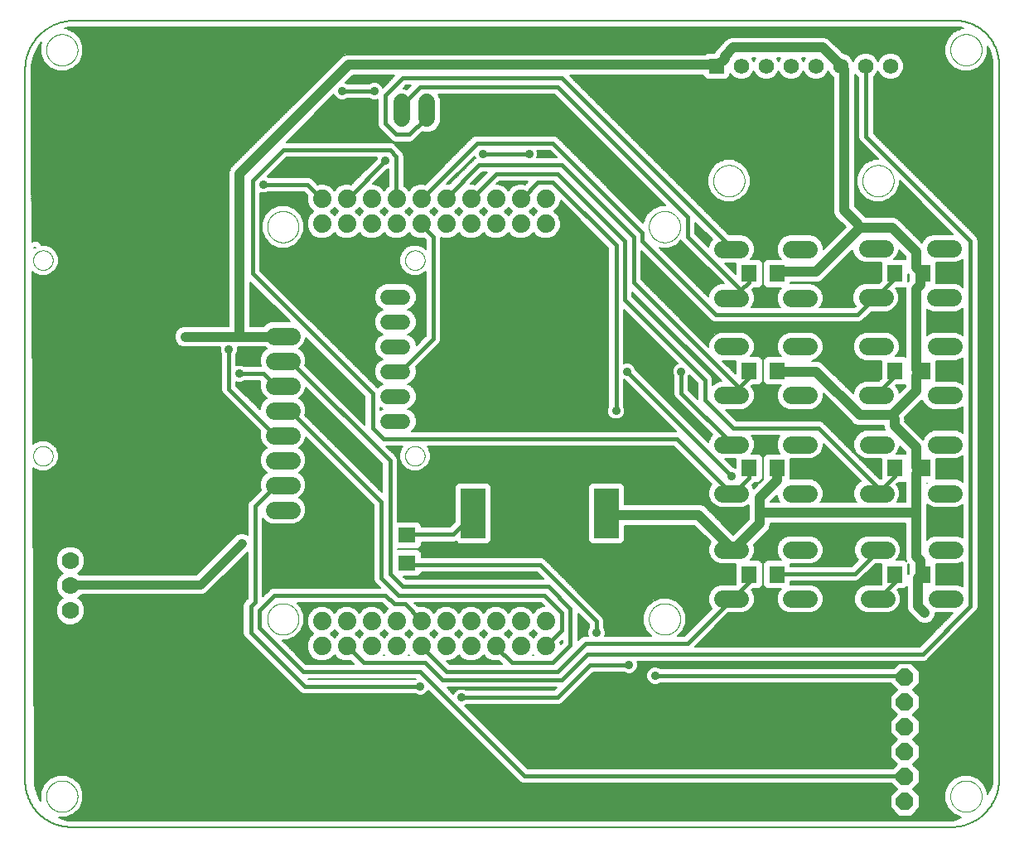
<source format=gbl>
G75*
%MOIN*%
%OFA0B0*%
%FSLAX25Y25*%
%IPPOS*%
%LPD*%
%AMOC8*
5,1,8,0,0,1.08239X$1,22.5*
%
%ADD10C,0.00000*%
%ADD11C,0.00600*%
%ADD12C,0.07000*%
%ADD13R,0.06299X0.07098*%
%ADD14C,0.06600*%
%ADD15C,0.07400*%
%ADD16C,0.07000*%
%ADD17R,0.06150X0.06150*%
%ADD18C,0.06150*%
%ADD19C,0.06150*%
%ADD20C,0.00500*%
%ADD21OC8,0.07000*%
%ADD22R,0.10000X0.20000*%
%ADD23R,0.07098X0.06299*%
%ADD24C,0.01500*%
%ADD25C,0.03500*%
%ADD26C,0.04000*%
%ADD27C,0.03500*%
D10*
X0021741Y0016918D02*
X0021743Y0017076D01*
X0021749Y0017234D01*
X0021759Y0017392D01*
X0021773Y0017550D01*
X0021791Y0017707D01*
X0021812Y0017864D01*
X0021838Y0018020D01*
X0021868Y0018176D01*
X0021901Y0018331D01*
X0021939Y0018484D01*
X0021980Y0018637D01*
X0022025Y0018789D01*
X0022074Y0018940D01*
X0022127Y0019089D01*
X0022183Y0019237D01*
X0022243Y0019383D01*
X0022307Y0019528D01*
X0022375Y0019671D01*
X0022446Y0019813D01*
X0022520Y0019953D01*
X0022598Y0020090D01*
X0022680Y0020226D01*
X0022764Y0020360D01*
X0022853Y0020491D01*
X0022944Y0020620D01*
X0023039Y0020747D01*
X0023136Y0020872D01*
X0023237Y0020994D01*
X0023341Y0021113D01*
X0023448Y0021230D01*
X0023558Y0021344D01*
X0023671Y0021455D01*
X0023786Y0021564D01*
X0023904Y0021669D01*
X0024025Y0021771D01*
X0024148Y0021871D01*
X0024274Y0021967D01*
X0024402Y0022060D01*
X0024532Y0022150D01*
X0024665Y0022236D01*
X0024800Y0022320D01*
X0024936Y0022399D01*
X0025075Y0022476D01*
X0025216Y0022548D01*
X0025358Y0022618D01*
X0025502Y0022683D01*
X0025648Y0022745D01*
X0025795Y0022803D01*
X0025944Y0022858D01*
X0026094Y0022909D01*
X0026245Y0022956D01*
X0026397Y0022999D01*
X0026550Y0023038D01*
X0026705Y0023074D01*
X0026860Y0023105D01*
X0027016Y0023133D01*
X0027172Y0023157D01*
X0027329Y0023177D01*
X0027487Y0023193D01*
X0027644Y0023205D01*
X0027803Y0023213D01*
X0027961Y0023217D01*
X0028119Y0023217D01*
X0028277Y0023213D01*
X0028436Y0023205D01*
X0028593Y0023193D01*
X0028751Y0023177D01*
X0028908Y0023157D01*
X0029064Y0023133D01*
X0029220Y0023105D01*
X0029375Y0023074D01*
X0029530Y0023038D01*
X0029683Y0022999D01*
X0029835Y0022956D01*
X0029986Y0022909D01*
X0030136Y0022858D01*
X0030285Y0022803D01*
X0030432Y0022745D01*
X0030578Y0022683D01*
X0030722Y0022618D01*
X0030864Y0022548D01*
X0031005Y0022476D01*
X0031144Y0022399D01*
X0031280Y0022320D01*
X0031415Y0022236D01*
X0031548Y0022150D01*
X0031678Y0022060D01*
X0031806Y0021967D01*
X0031932Y0021871D01*
X0032055Y0021771D01*
X0032176Y0021669D01*
X0032294Y0021564D01*
X0032409Y0021455D01*
X0032522Y0021344D01*
X0032632Y0021230D01*
X0032739Y0021113D01*
X0032843Y0020994D01*
X0032944Y0020872D01*
X0033041Y0020747D01*
X0033136Y0020620D01*
X0033227Y0020491D01*
X0033316Y0020360D01*
X0033400Y0020226D01*
X0033482Y0020090D01*
X0033560Y0019953D01*
X0033634Y0019813D01*
X0033705Y0019671D01*
X0033773Y0019528D01*
X0033837Y0019383D01*
X0033897Y0019237D01*
X0033953Y0019089D01*
X0034006Y0018940D01*
X0034055Y0018789D01*
X0034100Y0018637D01*
X0034141Y0018484D01*
X0034179Y0018331D01*
X0034212Y0018176D01*
X0034242Y0018020D01*
X0034268Y0017864D01*
X0034289Y0017707D01*
X0034307Y0017550D01*
X0034321Y0017392D01*
X0034331Y0017234D01*
X0034337Y0017076D01*
X0034339Y0016918D01*
X0034337Y0016760D01*
X0034331Y0016602D01*
X0034321Y0016444D01*
X0034307Y0016286D01*
X0034289Y0016129D01*
X0034268Y0015972D01*
X0034242Y0015816D01*
X0034212Y0015660D01*
X0034179Y0015505D01*
X0034141Y0015352D01*
X0034100Y0015199D01*
X0034055Y0015047D01*
X0034006Y0014896D01*
X0033953Y0014747D01*
X0033897Y0014599D01*
X0033837Y0014453D01*
X0033773Y0014308D01*
X0033705Y0014165D01*
X0033634Y0014023D01*
X0033560Y0013883D01*
X0033482Y0013746D01*
X0033400Y0013610D01*
X0033316Y0013476D01*
X0033227Y0013345D01*
X0033136Y0013216D01*
X0033041Y0013089D01*
X0032944Y0012964D01*
X0032843Y0012842D01*
X0032739Y0012723D01*
X0032632Y0012606D01*
X0032522Y0012492D01*
X0032409Y0012381D01*
X0032294Y0012272D01*
X0032176Y0012167D01*
X0032055Y0012065D01*
X0031932Y0011965D01*
X0031806Y0011869D01*
X0031678Y0011776D01*
X0031548Y0011686D01*
X0031415Y0011600D01*
X0031280Y0011516D01*
X0031144Y0011437D01*
X0031005Y0011360D01*
X0030864Y0011288D01*
X0030722Y0011218D01*
X0030578Y0011153D01*
X0030432Y0011091D01*
X0030285Y0011033D01*
X0030136Y0010978D01*
X0029986Y0010927D01*
X0029835Y0010880D01*
X0029683Y0010837D01*
X0029530Y0010798D01*
X0029375Y0010762D01*
X0029220Y0010731D01*
X0029064Y0010703D01*
X0028908Y0010679D01*
X0028751Y0010659D01*
X0028593Y0010643D01*
X0028436Y0010631D01*
X0028277Y0010623D01*
X0028119Y0010619D01*
X0027961Y0010619D01*
X0027803Y0010623D01*
X0027644Y0010631D01*
X0027487Y0010643D01*
X0027329Y0010659D01*
X0027172Y0010679D01*
X0027016Y0010703D01*
X0026860Y0010731D01*
X0026705Y0010762D01*
X0026550Y0010798D01*
X0026397Y0010837D01*
X0026245Y0010880D01*
X0026094Y0010927D01*
X0025944Y0010978D01*
X0025795Y0011033D01*
X0025648Y0011091D01*
X0025502Y0011153D01*
X0025358Y0011218D01*
X0025216Y0011288D01*
X0025075Y0011360D01*
X0024936Y0011437D01*
X0024800Y0011516D01*
X0024665Y0011600D01*
X0024532Y0011686D01*
X0024402Y0011776D01*
X0024274Y0011869D01*
X0024148Y0011965D01*
X0024025Y0012065D01*
X0023904Y0012167D01*
X0023786Y0012272D01*
X0023671Y0012381D01*
X0023558Y0012492D01*
X0023448Y0012606D01*
X0023341Y0012723D01*
X0023237Y0012842D01*
X0023136Y0012964D01*
X0023039Y0013089D01*
X0022944Y0013216D01*
X0022853Y0013345D01*
X0022764Y0013476D01*
X0022680Y0013610D01*
X0022598Y0013746D01*
X0022520Y0013883D01*
X0022446Y0014023D01*
X0022375Y0014165D01*
X0022307Y0014308D01*
X0022243Y0014453D01*
X0022183Y0014599D01*
X0022127Y0014747D01*
X0022074Y0014896D01*
X0022025Y0015047D01*
X0021980Y0015199D01*
X0021939Y0015352D01*
X0021901Y0015505D01*
X0021868Y0015660D01*
X0021838Y0015816D01*
X0021812Y0015972D01*
X0021791Y0016129D01*
X0021773Y0016286D01*
X0021759Y0016444D01*
X0021749Y0016602D01*
X0021743Y0016760D01*
X0021741Y0016918D01*
X0110668Y0088267D02*
X0110670Y0088425D01*
X0110676Y0088583D01*
X0110686Y0088741D01*
X0110700Y0088899D01*
X0110718Y0089056D01*
X0110739Y0089213D01*
X0110765Y0089369D01*
X0110795Y0089525D01*
X0110828Y0089680D01*
X0110866Y0089833D01*
X0110907Y0089986D01*
X0110952Y0090138D01*
X0111001Y0090289D01*
X0111054Y0090438D01*
X0111110Y0090586D01*
X0111170Y0090732D01*
X0111234Y0090877D01*
X0111302Y0091020D01*
X0111373Y0091162D01*
X0111447Y0091302D01*
X0111525Y0091439D01*
X0111607Y0091575D01*
X0111691Y0091709D01*
X0111780Y0091840D01*
X0111871Y0091969D01*
X0111966Y0092096D01*
X0112063Y0092221D01*
X0112164Y0092343D01*
X0112268Y0092462D01*
X0112375Y0092579D01*
X0112485Y0092693D01*
X0112598Y0092804D01*
X0112713Y0092913D01*
X0112831Y0093018D01*
X0112952Y0093120D01*
X0113075Y0093220D01*
X0113201Y0093316D01*
X0113329Y0093409D01*
X0113459Y0093499D01*
X0113592Y0093585D01*
X0113727Y0093669D01*
X0113863Y0093748D01*
X0114002Y0093825D01*
X0114143Y0093897D01*
X0114285Y0093967D01*
X0114429Y0094032D01*
X0114575Y0094094D01*
X0114722Y0094152D01*
X0114871Y0094207D01*
X0115021Y0094258D01*
X0115172Y0094305D01*
X0115324Y0094348D01*
X0115477Y0094387D01*
X0115632Y0094423D01*
X0115787Y0094454D01*
X0115943Y0094482D01*
X0116099Y0094506D01*
X0116256Y0094526D01*
X0116414Y0094542D01*
X0116571Y0094554D01*
X0116730Y0094562D01*
X0116888Y0094566D01*
X0117046Y0094566D01*
X0117204Y0094562D01*
X0117363Y0094554D01*
X0117520Y0094542D01*
X0117678Y0094526D01*
X0117835Y0094506D01*
X0117991Y0094482D01*
X0118147Y0094454D01*
X0118302Y0094423D01*
X0118457Y0094387D01*
X0118610Y0094348D01*
X0118762Y0094305D01*
X0118913Y0094258D01*
X0119063Y0094207D01*
X0119212Y0094152D01*
X0119359Y0094094D01*
X0119505Y0094032D01*
X0119649Y0093967D01*
X0119791Y0093897D01*
X0119932Y0093825D01*
X0120071Y0093748D01*
X0120207Y0093669D01*
X0120342Y0093585D01*
X0120475Y0093499D01*
X0120605Y0093409D01*
X0120733Y0093316D01*
X0120859Y0093220D01*
X0120982Y0093120D01*
X0121103Y0093018D01*
X0121221Y0092913D01*
X0121336Y0092804D01*
X0121449Y0092693D01*
X0121559Y0092579D01*
X0121666Y0092462D01*
X0121770Y0092343D01*
X0121871Y0092221D01*
X0121968Y0092096D01*
X0122063Y0091969D01*
X0122154Y0091840D01*
X0122243Y0091709D01*
X0122327Y0091575D01*
X0122409Y0091439D01*
X0122487Y0091302D01*
X0122561Y0091162D01*
X0122632Y0091020D01*
X0122700Y0090877D01*
X0122764Y0090732D01*
X0122824Y0090586D01*
X0122880Y0090438D01*
X0122933Y0090289D01*
X0122982Y0090138D01*
X0123027Y0089986D01*
X0123068Y0089833D01*
X0123106Y0089680D01*
X0123139Y0089525D01*
X0123169Y0089369D01*
X0123195Y0089213D01*
X0123216Y0089056D01*
X0123234Y0088899D01*
X0123248Y0088741D01*
X0123258Y0088583D01*
X0123264Y0088425D01*
X0123266Y0088267D01*
X0123264Y0088109D01*
X0123258Y0087951D01*
X0123248Y0087793D01*
X0123234Y0087635D01*
X0123216Y0087478D01*
X0123195Y0087321D01*
X0123169Y0087165D01*
X0123139Y0087009D01*
X0123106Y0086854D01*
X0123068Y0086701D01*
X0123027Y0086548D01*
X0122982Y0086396D01*
X0122933Y0086245D01*
X0122880Y0086096D01*
X0122824Y0085948D01*
X0122764Y0085802D01*
X0122700Y0085657D01*
X0122632Y0085514D01*
X0122561Y0085372D01*
X0122487Y0085232D01*
X0122409Y0085095D01*
X0122327Y0084959D01*
X0122243Y0084825D01*
X0122154Y0084694D01*
X0122063Y0084565D01*
X0121968Y0084438D01*
X0121871Y0084313D01*
X0121770Y0084191D01*
X0121666Y0084072D01*
X0121559Y0083955D01*
X0121449Y0083841D01*
X0121336Y0083730D01*
X0121221Y0083621D01*
X0121103Y0083516D01*
X0120982Y0083414D01*
X0120859Y0083314D01*
X0120733Y0083218D01*
X0120605Y0083125D01*
X0120475Y0083035D01*
X0120342Y0082949D01*
X0120207Y0082865D01*
X0120071Y0082786D01*
X0119932Y0082709D01*
X0119791Y0082637D01*
X0119649Y0082567D01*
X0119505Y0082502D01*
X0119359Y0082440D01*
X0119212Y0082382D01*
X0119063Y0082327D01*
X0118913Y0082276D01*
X0118762Y0082229D01*
X0118610Y0082186D01*
X0118457Y0082147D01*
X0118302Y0082111D01*
X0118147Y0082080D01*
X0117991Y0082052D01*
X0117835Y0082028D01*
X0117678Y0082008D01*
X0117520Y0081992D01*
X0117363Y0081980D01*
X0117204Y0081972D01*
X0117046Y0081968D01*
X0116888Y0081968D01*
X0116730Y0081972D01*
X0116571Y0081980D01*
X0116414Y0081992D01*
X0116256Y0082008D01*
X0116099Y0082028D01*
X0115943Y0082052D01*
X0115787Y0082080D01*
X0115632Y0082111D01*
X0115477Y0082147D01*
X0115324Y0082186D01*
X0115172Y0082229D01*
X0115021Y0082276D01*
X0114871Y0082327D01*
X0114722Y0082382D01*
X0114575Y0082440D01*
X0114429Y0082502D01*
X0114285Y0082567D01*
X0114143Y0082637D01*
X0114002Y0082709D01*
X0113863Y0082786D01*
X0113727Y0082865D01*
X0113592Y0082949D01*
X0113459Y0083035D01*
X0113329Y0083125D01*
X0113201Y0083218D01*
X0113075Y0083314D01*
X0112952Y0083414D01*
X0112831Y0083516D01*
X0112713Y0083621D01*
X0112598Y0083730D01*
X0112485Y0083841D01*
X0112375Y0083955D01*
X0112268Y0084072D01*
X0112164Y0084191D01*
X0112063Y0084313D01*
X0111966Y0084438D01*
X0111871Y0084565D01*
X0111780Y0084694D01*
X0111691Y0084825D01*
X0111607Y0084959D01*
X0111525Y0085095D01*
X0111447Y0085232D01*
X0111373Y0085372D01*
X0111302Y0085514D01*
X0111234Y0085657D01*
X0111170Y0085802D01*
X0111110Y0085948D01*
X0111054Y0086096D01*
X0111001Y0086245D01*
X0110952Y0086396D01*
X0110907Y0086548D01*
X0110866Y0086701D01*
X0110828Y0086854D01*
X0110795Y0087009D01*
X0110765Y0087165D01*
X0110739Y0087321D01*
X0110718Y0087478D01*
X0110700Y0087635D01*
X0110686Y0087793D01*
X0110676Y0087951D01*
X0110670Y0088109D01*
X0110668Y0088267D01*
X0166159Y0153902D02*
X0166161Y0154027D01*
X0166167Y0154152D01*
X0166177Y0154276D01*
X0166191Y0154400D01*
X0166208Y0154524D01*
X0166230Y0154647D01*
X0166256Y0154769D01*
X0166285Y0154891D01*
X0166318Y0155011D01*
X0166356Y0155130D01*
X0166396Y0155249D01*
X0166441Y0155365D01*
X0166489Y0155480D01*
X0166541Y0155594D01*
X0166597Y0155706D01*
X0166656Y0155816D01*
X0166718Y0155924D01*
X0166784Y0156031D01*
X0166853Y0156135D01*
X0166926Y0156236D01*
X0167001Y0156336D01*
X0167080Y0156433D01*
X0167162Y0156527D01*
X0167247Y0156619D01*
X0167334Y0156708D01*
X0167425Y0156794D01*
X0167518Y0156877D01*
X0167614Y0156958D01*
X0167712Y0157035D01*
X0167812Y0157109D01*
X0167915Y0157180D01*
X0168020Y0157247D01*
X0168128Y0157312D01*
X0168237Y0157372D01*
X0168348Y0157430D01*
X0168461Y0157483D01*
X0168575Y0157533D01*
X0168691Y0157580D01*
X0168808Y0157622D01*
X0168927Y0157661D01*
X0169047Y0157697D01*
X0169168Y0157728D01*
X0169290Y0157756D01*
X0169412Y0157779D01*
X0169536Y0157799D01*
X0169660Y0157815D01*
X0169784Y0157827D01*
X0169909Y0157835D01*
X0170034Y0157839D01*
X0170158Y0157839D01*
X0170283Y0157835D01*
X0170408Y0157827D01*
X0170532Y0157815D01*
X0170656Y0157799D01*
X0170780Y0157779D01*
X0170902Y0157756D01*
X0171024Y0157728D01*
X0171145Y0157697D01*
X0171265Y0157661D01*
X0171384Y0157622D01*
X0171501Y0157580D01*
X0171617Y0157533D01*
X0171731Y0157483D01*
X0171844Y0157430D01*
X0171955Y0157372D01*
X0172065Y0157312D01*
X0172172Y0157247D01*
X0172277Y0157180D01*
X0172380Y0157109D01*
X0172480Y0157035D01*
X0172578Y0156958D01*
X0172674Y0156877D01*
X0172767Y0156794D01*
X0172858Y0156708D01*
X0172945Y0156619D01*
X0173030Y0156527D01*
X0173112Y0156433D01*
X0173191Y0156336D01*
X0173266Y0156236D01*
X0173339Y0156135D01*
X0173408Y0156031D01*
X0173474Y0155924D01*
X0173536Y0155816D01*
X0173595Y0155706D01*
X0173651Y0155594D01*
X0173703Y0155480D01*
X0173751Y0155365D01*
X0173796Y0155249D01*
X0173836Y0155130D01*
X0173874Y0155011D01*
X0173907Y0154891D01*
X0173936Y0154769D01*
X0173962Y0154647D01*
X0173984Y0154524D01*
X0174001Y0154400D01*
X0174015Y0154276D01*
X0174025Y0154152D01*
X0174031Y0154027D01*
X0174033Y0153902D01*
X0174031Y0153777D01*
X0174025Y0153652D01*
X0174015Y0153528D01*
X0174001Y0153404D01*
X0173984Y0153280D01*
X0173962Y0153157D01*
X0173936Y0153035D01*
X0173907Y0152913D01*
X0173874Y0152793D01*
X0173836Y0152674D01*
X0173796Y0152555D01*
X0173751Y0152439D01*
X0173703Y0152324D01*
X0173651Y0152210D01*
X0173595Y0152098D01*
X0173536Y0151988D01*
X0173474Y0151880D01*
X0173408Y0151773D01*
X0173339Y0151669D01*
X0173266Y0151568D01*
X0173191Y0151468D01*
X0173112Y0151371D01*
X0173030Y0151277D01*
X0172945Y0151185D01*
X0172858Y0151096D01*
X0172767Y0151010D01*
X0172674Y0150927D01*
X0172578Y0150846D01*
X0172480Y0150769D01*
X0172380Y0150695D01*
X0172277Y0150624D01*
X0172172Y0150557D01*
X0172064Y0150492D01*
X0171955Y0150432D01*
X0171844Y0150374D01*
X0171731Y0150321D01*
X0171617Y0150271D01*
X0171501Y0150224D01*
X0171384Y0150182D01*
X0171265Y0150143D01*
X0171145Y0150107D01*
X0171024Y0150076D01*
X0170902Y0150048D01*
X0170780Y0150025D01*
X0170656Y0150005D01*
X0170532Y0149989D01*
X0170408Y0149977D01*
X0170283Y0149969D01*
X0170158Y0149965D01*
X0170034Y0149965D01*
X0169909Y0149969D01*
X0169784Y0149977D01*
X0169660Y0149989D01*
X0169536Y0150005D01*
X0169412Y0150025D01*
X0169290Y0150048D01*
X0169168Y0150076D01*
X0169047Y0150107D01*
X0168927Y0150143D01*
X0168808Y0150182D01*
X0168691Y0150224D01*
X0168575Y0150271D01*
X0168461Y0150321D01*
X0168348Y0150374D01*
X0168237Y0150432D01*
X0168127Y0150492D01*
X0168020Y0150557D01*
X0167915Y0150624D01*
X0167812Y0150695D01*
X0167712Y0150769D01*
X0167614Y0150846D01*
X0167518Y0150927D01*
X0167425Y0151010D01*
X0167334Y0151096D01*
X0167247Y0151185D01*
X0167162Y0151277D01*
X0167080Y0151371D01*
X0167001Y0151468D01*
X0166926Y0151568D01*
X0166853Y0151669D01*
X0166784Y0151773D01*
X0166718Y0151880D01*
X0166656Y0151988D01*
X0166597Y0152098D01*
X0166541Y0152210D01*
X0166489Y0152324D01*
X0166441Y0152439D01*
X0166396Y0152555D01*
X0166356Y0152674D01*
X0166318Y0152793D01*
X0166285Y0152913D01*
X0166256Y0153035D01*
X0166230Y0153157D01*
X0166208Y0153280D01*
X0166191Y0153404D01*
X0166177Y0153528D01*
X0166167Y0153652D01*
X0166161Y0153777D01*
X0166159Y0153902D01*
X0166159Y0232670D02*
X0166161Y0232795D01*
X0166167Y0232920D01*
X0166177Y0233044D01*
X0166191Y0233168D01*
X0166208Y0233292D01*
X0166230Y0233415D01*
X0166256Y0233537D01*
X0166285Y0233659D01*
X0166318Y0233779D01*
X0166356Y0233898D01*
X0166396Y0234017D01*
X0166441Y0234133D01*
X0166489Y0234248D01*
X0166541Y0234362D01*
X0166597Y0234474D01*
X0166656Y0234584D01*
X0166718Y0234692D01*
X0166784Y0234799D01*
X0166853Y0234903D01*
X0166926Y0235004D01*
X0167001Y0235104D01*
X0167080Y0235201D01*
X0167162Y0235295D01*
X0167247Y0235387D01*
X0167334Y0235476D01*
X0167425Y0235562D01*
X0167518Y0235645D01*
X0167614Y0235726D01*
X0167712Y0235803D01*
X0167812Y0235877D01*
X0167915Y0235948D01*
X0168020Y0236015D01*
X0168128Y0236080D01*
X0168237Y0236140D01*
X0168348Y0236198D01*
X0168461Y0236251D01*
X0168575Y0236301D01*
X0168691Y0236348D01*
X0168808Y0236390D01*
X0168927Y0236429D01*
X0169047Y0236465D01*
X0169168Y0236496D01*
X0169290Y0236524D01*
X0169412Y0236547D01*
X0169536Y0236567D01*
X0169660Y0236583D01*
X0169784Y0236595D01*
X0169909Y0236603D01*
X0170034Y0236607D01*
X0170158Y0236607D01*
X0170283Y0236603D01*
X0170408Y0236595D01*
X0170532Y0236583D01*
X0170656Y0236567D01*
X0170780Y0236547D01*
X0170902Y0236524D01*
X0171024Y0236496D01*
X0171145Y0236465D01*
X0171265Y0236429D01*
X0171384Y0236390D01*
X0171501Y0236348D01*
X0171617Y0236301D01*
X0171731Y0236251D01*
X0171844Y0236198D01*
X0171955Y0236140D01*
X0172065Y0236080D01*
X0172172Y0236015D01*
X0172277Y0235948D01*
X0172380Y0235877D01*
X0172480Y0235803D01*
X0172578Y0235726D01*
X0172674Y0235645D01*
X0172767Y0235562D01*
X0172858Y0235476D01*
X0172945Y0235387D01*
X0173030Y0235295D01*
X0173112Y0235201D01*
X0173191Y0235104D01*
X0173266Y0235004D01*
X0173339Y0234903D01*
X0173408Y0234799D01*
X0173474Y0234692D01*
X0173536Y0234584D01*
X0173595Y0234474D01*
X0173651Y0234362D01*
X0173703Y0234248D01*
X0173751Y0234133D01*
X0173796Y0234017D01*
X0173836Y0233898D01*
X0173874Y0233779D01*
X0173907Y0233659D01*
X0173936Y0233537D01*
X0173962Y0233415D01*
X0173984Y0233292D01*
X0174001Y0233168D01*
X0174015Y0233044D01*
X0174025Y0232920D01*
X0174031Y0232795D01*
X0174033Y0232670D01*
X0174031Y0232545D01*
X0174025Y0232420D01*
X0174015Y0232296D01*
X0174001Y0232172D01*
X0173984Y0232048D01*
X0173962Y0231925D01*
X0173936Y0231803D01*
X0173907Y0231681D01*
X0173874Y0231561D01*
X0173836Y0231442D01*
X0173796Y0231323D01*
X0173751Y0231207D01*
X0173703Y0231092D01*
X0173651Y0230978D01*
X0173595Y0230866D01*
X0173536Y0230756D01*
X0173474Y0230648D01*
X0173408Y0230541D01*
X0173339Y0230437D01*
X0173266Y0230336D01*
X0173191Y0230236D01*
X0173112Y0230139D01*
X0173030Y0230045D01*
X0172945Y0229953D01*
X0172858Y0229864D01*
X0172767Y0229778D01*
X0172674Y0229695D01*
X0172578Y0229614D01*
X0172480Y0229537D01*
X0172380Y0229463D01*
X0172277Y0229392D01*
X0172172Y0229325D01*
X0172064Y0229260D01*
X0171955Y0229200D01*
X0171844Y0229142D01*
X0171731Y0229089D01*
X0171617Y0229039D01*
X0171501Y0228992D01*
X0171384Y0228950D01*
X0171265Y0228911D01*
X0171145Y0228875D01*
X0171024Y0228844D01*
X0170902Y0228816D01*
X0170780Y0228793D01*
X0170656Y0228773D01*
X0170532Y0228757D01*
X0170408Y0228745D01*
X0170283Y0228737D01*
X0170158Y0228733D01*
X0170034Y0228733D01*
X0169909Y0228737D01*
X0169784Y0228745D01*
X0169660Y0228757D01*
X0169536Y0228773D01*
X0169412Y0228793D01*
X0169290Y0228816D01*
X0169168Y0228844D01*
X0169047Y0228875D01*
X0168927Y0228911D01*
X0168808Y0228950D01*
X0168691Y0228992D01*
X0168575Y0229039D01*
X0168461Y0229089D01*
X0168348Y0229142D01*
X0168237Y0229200D01*
X0168127Y0229260D01*
X0168020Y0229325D01*
X0167915Y0229392D01*
X0167812Y0229463D01*
X0167712Y0229537D01*
X0167614Y0229614D01*
X0167518Y0229695D01*
X0167425Y0229778D01*
X0167334Y0229864D01*
X0167247Y0229953D01*
X0167162Y0230045D01*
X0167080Y0230139D01*
X0167001Y0230236D01*
X0166926Y0230336D01*
X0166853Y0230437D01*
X0166784Y0230541D01*
X0166718Y0230648D01*
X0166656Y0230756D01*
X0166597Y0230866D01*
X0166541Y0230978D01*
X0166489Y0231092D01*
X0166441Y0231207D01*
X0166396Y0231323D01*
X0166356Y0231442D01*
X0166318Y0231561D01*
X0166285Y0231681D01*
X0166256Y0231803D01*
X0166230Y0231925D01*
X0166208Y0232048D01*
X0166191Y0232172D01*
X0166177Y0232296D01*
X0166167Y0232420D01*
X0166161Y0232545D01*
X0166159Y0232670D01*
X0110668Y0246148D02*
X0110670Y0246306D01*
X0110676Y0246464D01*
X0110686Y0246622D01*
X0110700Y0246780D01*
X0110718Y0246937D01*
X0110739Y0247094D01*
X0110765Y0247250D01*
X0110795Y0247406D01*
X0110828Y0247561D01*
X0110866Y0247714D01*
X0110907Y0247867D01*
X0110952Y0248019D01*
X0111001Y0248170D01*
X0111054Y0248319D01*
X0111110Y0248467D01*
X0111170Y0248613D01*
X0111234Y0248758D01*
X0111302Y0248901D01*
X0111373Y0249043D01*
X0111447Y0249183D01*
X0111525Y0249320D01*
X0111607Y0249456D01*
X0111691Y0249590D01*
X0111780Y0249721D01*
X0111871Y0249850D01*
X0111966Y0249977D01*
X0112063Y0250102D01*
X0112164Y0250224D01*
X0112268Y0250343D01*
X0112375Y0250460D01*
X0112485Y0250574D01*
X0112598Y0250685D01*
X0112713Y0250794D01*
X0112831Y0250899D01*
X0112952Y0251001D01*
X0113075Y0251101D01*
X0113201Y0251197D01*
X0113329Y0251290D01*
X0113459Y0251380D01*
X0113592Y0251466D01*
X0113727Y0251550D01*
X0113863Y0251629D01*
X0114002Y0251706D01*
X0114143Y0251778D01*
X0114285Y0251848D01*
X0114429Y0251913D01*
X0114575Y0251975D01*
X0114722Y0252033D01*
X0114871Y0252088D01*
X0115021Y0252139D01*
X0115172Y0252186D01*
X0115324Y0252229D01*
X0115477Y0252268D01*
X0115632Y0252304D01*
X0115787Y0252335D01*
X0115943Y0252363D01*
X0116099Y0252387D01*
X0116256Y0252407D01*
X0116414Y0252423D01*
X0116571Y0252435D01*
X0116730Y0252443D01*
X0116888Y0252447D01*
X0117046Y0252447D01*
X0117204Y0252443D01*
X0117363Y0252435D01*
X0117520Y0252423D01*
X0117678Y0252407D01*
X0117835Y0252387D01*
X0117991Y0252363D01*
X0118147Y0252335D01*
X0118302Y0252304D01*
X0118457Y0252268D01*
X0118610Y0252229D01*
X0118762Y0252186D01*
X0118913Y0252139D01*
X0119063Y0252088D01*
X0119212Y0252033D01*
X0119359Y0251975D01*
X0119505Y0251913D01*
X0119649Y0251848D01*
X0119791Y0251778D01*
X0119932Y0251706D01*
X0120071Y0251629D01*
X0120207Y0251550D01*
X0120342Y0251466D01*
X0120475Y0251380D01*
X0120605Y0251290D01*
X0120733Y0251197D01*
X0120859Y0251101D01*
X0120982Y0251001D01*
X0121103Y0250899D01*
X0121221Y0250794D01*
X0121336Y0250685D01*
X0121449Y0250574D01*
X0121559Y0250460D01*
X0121666Y0250343D01*
X0121770Y0250224D01*
X0121871Y0250102D01*
X0121968Y0249977D01*
X0122063Y0249850D01*
X0122154Y0249721D01*
X0122243Y0249590D01*
X0122327Y0249456D01*
X0122409Y0249320D01*
X0122487Y0249183D01*
X0122561Y0249043D01*
X0122632Y0248901D01*
X0122700Y0248758D01*
X0122764Y0248613D01*
X0122824Y0248467D01*
X0122880Y0248319D01*
X0122933Y0248170D01*
X0122982Y0248019D01*
X0123027Y0247867D01*
X0123068Y0247714D01*
X0123106Y0247561D01*
X0123139Y0247406D01*
X0123169Y0247250D01*
X0123195Y0247094D01*
X0123216Y0246937D01*
X0123234Y0246780D01*
X0123248Y0246622D01*
X0123258Y0246464D01*
X0123264Y0246306D01*
X0123266Y0246148D01*
X0123264Y0245990D01*
X0123258Y0245832D01*
X0123248Y0245674D01*
X0123234Y0245516D01*
X0123216Y0245359D01*
X0123195Y0245202D01*
X0123169Y0245046D01*
X0123139Y0244890D01*
X0123106Y0244735D01*
X0123068Y0244582D01*
X0123027Y0244429D01*
X0122982Y0244277D01*
X0122933Y0244126D01*
X0122880Y0243977D01*
X0122824Y0243829D01*
X0122764Y0243683D01*
X0122700Y0243538D01*
X0122632Y0243395D01*
X0122561Y0243253D01*
X0122487Y0243113D01*
X0122409Y0242976D01*
X0122327Y0242840D01*
X0122243Y0242706D01*
X0122154Y0242575D01*
X0122063Y0242446D01*
X0121968Y0242319D01*
X0121871Y0242194D01*
X0121770Y0242072D01*
X0121666Y0241953D01*
X0121559Y0241836D01*
X0121449Y0241722D01*
X0121336Y0241611D01*
X0121221Y0241502D01*
X0121103Y0241397D01*
X0120982Y0241295D01*
X0120859Y0241195D01*
X0120733Y0241099D01*
X0120605Y0241006D01*
X0120475Y0240916D01*
X0120342Y0240830D01*
X0120207Y0240746D01*
X0120071Y0240667D01*
X0119932Y0240590D01*
X0119791Y0240518D01*
X0119649Y0240448D01*
X0119505Y0240383D01*
X0119359Y0240321D01*
X0119212Y0240263D01*
X0119063Y0240208D01*
X0118913Y0240157D01*
X0118762Y0240110D01*
X0118610Y0240067D01*
X0118457Y0240028D01*
X0118302Y0239992D01*
X0118147Y0239961D01*
X0117991Y0239933D01*
X0117835Y0239909D01*
X0117678Y0239889D01*
X0117520Y0239873D01*
X0117363Y0239861D01*
X0117204Y0239853D01*
X0117046Y0239849D01*
X0116888Y0239849D01*
X0116730Y0239853D01*
X0116571Y0239861D01*
X0116414Y0239873D01*
X0116256Y0239889D01*
X0116099Y0239909D01*
X0115943Y0239933D01*
X0115787Y0239961D01*
X0115632Y0239992D01*
X0115477Y0240028D01*
X0115324Y0240067D01*
X0115172Y0240110D01*
X0115021Y0240157D01*
X0114871Y0240208D01*
X0114722Y0240263D01*
X0114575Y0240321D01*
X0114429Y0240383D01*
X0114285Y0240448D01*
X0114143Y0240518D01*
X0114002Y0240590D01*
X0113863Y0240667D01*
X0113727Y0240746D01*
X0113592Y0240830D01*
X0113459Y0240916D01*
X0113329Y0241006D01*
X0113201Y0241099D01*
X0113075Y0241195D01*
X0112952Y0241295D01*
X0112831Y0241397D01*
X0112713Y0241502D01*
X0112598Y0241611D01*
X0112485Y0241722D01*
X0112375Y0241836D01*
X0112268Y0241953D01*
X0112164Y0242072D01*
X0112063Y0242194D01*
X0111966Y0242319D01*
X0111871Y0242446D01*
X0111780Y0242575D01*
X0111691Y0242706D01*
X0111607Y0242840D01*
X0111525Y0242976D01*
X0111447Y0243113D01*
X0111373Y0243253D01*
X0111302Y0243395D01*
X0111234Y0243538D01*
X0111170Y0243683D01*
X0111110Y0243829D01*
X0111054Y0243977D01*
X0111001Y0244126D01*
X0110952Y0244277D01*
X0110907Y0244429D01*
X0110866Y0244582D01*
X0110828Y0244735D01*
X0110795Y0244890D01*
X0110765Y0245046D01*
X0110739Y0245202D01*
X0110718Y0245359D01*
X0110700Y0245516D01*
X0110686Y0245674D01*
X0110676Y0245832D01*
X0110670Y0245990D01*
X0110668Y0246148D01*
X0021741Y0317342D02*
X0021743Y0317500D01*
X0021749Y0317658D01*
X0021759Y0317816D01*
X0021773Y0317974D01*
X0021791Y0318131D01*
X0021812Y0318288D01*
X0021838Y0318444D01*
X0021868Y0318600D01*
X0021901Y0318755D01*
X0021939Y0318908D01*
X0021980Y0319061D01*
X0022025Y0319213D01*
X0022074Y0319364D01*
X0022127Y0319513D01*
X0022183Y0319661D01*
X0022243Y0319807D01*
X0022307Y0319952D01*
X0022375Y0320095D01*
X0022446Y0320237D01*
X0022520Y0320377D01*
X0022598Y0320514D01*
X0022680Y0320650D01*
X0022764Y0320784D01*
X0022853Y0320915D01*
X0022944Y0321044D01*
X0023039Y0321171D01*
X0023136Y0321296D01*
X0023237Y0321418D01*
X0023341Y0321537D01*
X0023448Y0321654D01*
X0023558Y0321768D01*
X0023671Y0321879D01*
X0023786Y0321988D01*
X0023904Y0322093D01*
X0024025Y0322195D01*
X0024148Y0322295D01*
X0024274Y0322391D01*
X0024402Y0322484D01*
X0024532Y0322574D01*
X0024665Y0322660D01*
X0024800Y0322744D01*
X0024936Y0322823D01*
X0025075Y0322900D01*
X0025216Y0322972D01*
X0025358Y0323042D01*
X0025502Y0323107D01*
X0025648Y0323169D01*
X0025795Y0323227D01*
X0025944Y0323282D01*
X0026094Y0323333D01*
X0026245Y0323380D01*
X0026397Y0323423D01*
X0026550Y0323462D01*
X0026705Y0323498D01*
X0026860Y0323529D01*
X0027016Y0323557D01*
X0027172Y0323581D01*
X0027329Y0323601D01*
X0027487Y0323617D01*
X0027644Y0323629D01*
X0027803Y0323637D01*
X0027961Y0323641D01*
X0028119Y0323641D01*
X0028277Y0323637D01*
X0028436Y0323629D01*
X0028593Y0323617D01*
X0028751Y0323601D01*
X0028908Y0323581D01*
X0029064Y0323557D01*
X0029220Y0323529D01*
X0029375Y0323498D01*
X0029530Y0323462D01*
X0029683Y0323423D01*
X0029835Y0323380D01*
X0029986Y0323333D01*
X0030136Y0323282D01*
X0030285Y0323227D01*
X0030432Y0323169D01*
X0030578Y0323107D01*
X0030722Y0323042D01*
X0030864Y0322972D01*
X0031005Y0322900D01*
X0031144Y0322823D01*
X0031280Y0322744D01*
X0031415Y0322660D01*
X0031548Y0322574D01*
X0031678Y0322484D01*
X0031806Y0322391D01*
X0031932Y0322295D01*
X0032055Y0322195D01*
X0032176Y0322093D01*
X0032294Y0321988D01*
X0032409Y0321879D01*
X0032522Y0321768D01*
X0032632Y0321654D01*
X0032739Y0321537D01*
X0032843Y0321418D01*
X0032944Y0321296D01*
X0033041Y0321171D01*
X0033136Y0321044D01*
X0033227Y0320915D01*
X0033316Y0320784D01*
X0033400Y0320650D01*
X0033482Y0320514D01*
X0033560Y0320377D01*
X0033634Y0320237D01*
X0033705Y0320095D01*
X0033773Y0319952D01*
X0033837Y0319807D01*
X0033897Y0319661D01*
X0033953Y0319513D01*
X0034006Y0319364D01*
X0034055Y0319213D01*
X0034100Y0319061D01*
X0034141Y0318908D01*
X0034179Y0318755D01*
X0034212Y0318600D01*
X0034242Y0318444D01*
X0034268Y0318288D01*
X0034289Y0318131D01*
X0034307Y0317974D01*
X0034321Y0317816D01*
X0034331Y0317658D01*
X0034337Y0317500D01*
X0034339Y0317342D01*
X0034337Y0317184D01*
X0034331Y0317026D01*
X0034321Y0316868D01*
X0034307Y0316710D01*
X0034289Y0316553D01*
X0034268Y0316396D01*
X0034242Y0316240D01*
X0034212Y0316084D01*
X0034179Y0315929D01*
X0034141Y0315776D01*
X0034100Y0315623D01*
X0034055Y0315471D01*
X0034006Y0315320D01*
X0033953Y0315171D01*
X0033897Y0315023D01*
X0033837Y0314877D01*
X0033773Y0314732D01*
X0033705Y0314589D01*
X0033634Y0314447D01*
X0033560Y0314307D01*
X0033482Y0314170D01*
X0033400Y0314034D01*
X0033316Y0313900D01*
X0033227Y0313769D01*
X0033136Y0313640D01*
X0033041Y0313513D01*
X0032944Y0313388D01*
X0032843Y0313266D01*
X0032739Y0313147D01*
X0032632Y0313030D01*
X0032522Y0312916D01*
X0032409Y0312805D01*
X0032294Y0312696D01*
X0032176Y0312591D01*
X0032055Y0312489D01*
X0031932Y0312389D01*
X0031806Y0312293D01*
X0031678Y0312200D01*
X0031548Y0312110D01*
X0031415Y0312024D01*
X0031280Y0311940D01*
X0031144Y0311861D01*
X0031005Y0311784D01*
X0030864Y0311712D01*
X0030722Y0311642D01*
X0030578Y0311577D01*
X0030432Y0311515D01*
X0030285Y0311457D01*
X0030136Y0311402D01*
X0029986Y0311351D01*
X0029835Y0311304D01*
X0029683Y0311261D01*
X0029530Y0311222D01*
X0029375Y0311186D01*
X0029220Y0311155D01*
X0029064Y0311127D01*
X0028908Y0311103D01*
X0028751Y0311083D01*
X0028593Y0311067D01*
X0028436Y0311055D01*
X0028277Y0311047D01*
X0028119Y0311043D01*
X0027961Y0311043D01*
X0027803Y0311047D01*
X0027644Y0311055D01*
X0027487Y0311067D01*
X0027329Y0311083D01*
X0027172Y0311103D01*
X0027016Y0311127D01*
X0026860Y0311155D01*
X0026705Y0311186D01*
X0026550Y0311222D01*
X0026397Y0311261D01*
X0026245Y0311304D01*
X0026094Y0311351D01*
X0025944Y0311402D01*
X0025795Y0311457D01*
X0025648Y0311515D01*
X0025502Y0311577D01*
X0025358Y0311642D01*
X0025216Y0311712D01*
X0025075Y0311784D01*
X0024936Y0311861D01*
X0024800Y0311940D01*
X0024665Y0312024D01*
X0024532Y0312110D01*
X0024402Y0312200D01*
X0024274Y0312293D01*
X0024148Y0312389D01*
X0024025Y0312489D01*
X0023904Y0312591D01*
X0023786Y0312696D01*
X0023671Y0312805D01*
X0023558Y0312916D01*
X0023448Y0313030D01*
X0023341Y0313147D01*
X0023237Y0313266D01*
X0023136Y0313388D01*
X0023039Y0313513D01*
X0022944Y0313640D01*
X0022853Y0313769D01*
X0022764Y0313900D01*
X0022680Y0314034D01*
X0022598Y0314170D01*
X0022520Y0314307D01*
X0022446Y0314447D01*
X0022375Y0314589D01*
X0022307Y0314732D01*
X0022243Y0314877D01*
X0022183Y0315023D01*
X0022127Y0315171D01*
X0022074Y0315320D01*
X0022025Y0315471D01*
X0021980Y0315623D01*
X0021939Y0315776D01*
X0021901Y0315929D01*
X0021868Y0316084D01*
X0021838Y0316240D01*
X0021812Y0316396D01*
X0021791Y0316553D01*
X0021773Y0316710D01*
X0021759Y0316868D01*
X0021749Y0317026D01*
X0021743Y0317184D01*
X0021741Y0317342D01*
X0016500Y0232670D02*
X0016502Y0232795D01*
X0016508Y0232920D01*
X0016518Y0233044D01*
X0016532Y0233168D01*
X0016549Y0233292D01*
X0016571Y0233415D01*
X0016597Y0233537D01*
X0016626Y0233659D01*
X0016659Y0233779D01*
X0016697Y0233898D01*
X0016737Y0234017D01*
X0016782Y0234133D01*
X0016830Y0234248D01*
X0016882Y0234362D01*
X0016938Y0234474D01*
X0016997Y0234584D01*
X0017059Y0234692D01*
X0017125Y0234799D01*
X0017194Y0234903D01*
X0017267Y0235004D01*
X0017342Y0235104D01*
X0017421Y0235201D01*
X0017503Y0235295D01*
X0017588Y0235387D01*
X0017675Y0235476D01*
X0017766Y0235562D01*
X0017859Y0235645D01*
X0017955Y0235726D01*
X0018053Y0235803D01*
X0018153Y0235877D01*
X0018256Y0235948D01*
X0018361Y0236015D01*
X0018469Y0236080D01*
X0018578Y0236140D01*
X0018689Y0236198D01*
X0018802Y0236251D01*
X0018916Y0236301D01*
X0019032Y0236348D01*
X0019149Y0236390D01*
X0019268Y0236429D01*
X0019388Y0236465D01*
X0019509Y0236496D01*
X0019631Y0236524D01*
X0019753Y0236547D01*
X0019877Y0236567D01*
X0020001Y0236583D01*
X0020125Y0236595D01*
X0020250Y0236603D01*
X0020375Y0236607D01*
X0020499Y0236607D01*
X0020624Y0236603D01*
X0020749Y0236595D01*
X0020873Y0236583D01*
X0020997Y0236567D01*
X0021121Y0236547D01*
X0021243Y0236524D01*
X0021365Y0236496D01*
X0021486Y0236465D01*
X0021606Y0236429D01*
X0021725Y0236390D01*
X0021842Y0236348D01*
X0021958Y0236301D01*
X0022072Y0236251D01*
X0022185Y0236198D01*
X0022296Y0236140D01*
X0022406Y0236080D01*
X0022513Y0236015D01*
X0022618Y0235948D01*
X0022721Y0235877D01*
X0022821Y0235803D01*
X0022919Y0235726D01*
X0023015Y0235645D01*
X0023108Y0235562D01*
X0023199Y0235476D01*
X0023286Y0235387D01*
X0023371Y0235295D01*
X0023453Y0235201D01*
X0023532Y0235104D01*
X0023607Y0235004D01*
X0023680Y0234903D01*
X0023749Y0234799D01*
X0023815Y0234692D01*
X0023877Y0234584D01*
X0023936Y0234474D01*
X0023992Y0234362D01*
X0024044Y0234248D01*
X0024092Y0234133D01*
X0024137Y0234017D01*
X0024177Y0233898D01*
X0024215Y0233779D01*
X0024248Y0233659D01*
X0024277Y0233537D01*
X0024303Y0233415D01*
X0024325Y0233292D01*
X0024342Y0233168D01*
X0024356Y0233044D01*
X0024366Y0232920D01*
X0024372Y0232795D01*
X0024374Y0232670D01*
X0024372Y0232545D01*
X0024366Y0232420D01*
X0024356Y0232296D01*
X0024342Y0232172D01*
X0024325Y0232048D01*
X0024303Y0231925D01*
X0024277Y0231803D01*
X0024248Y0231681D01*
X0024215Y0231561D01*
X0024177Y0231442D01*
X0024137Y0231323D01*
X0024092Y0231207D01*
X0024044Y0231092D01*
X0023992Y0230978D01*
X0023936Y0230866D01*
X0023877Y0230756D01*
X0023815Y0230648D01*
X0023749Y0230541D01*
X0023680Y0230437D01*
X0023607Y0230336D01*
X0023532Y0230236D01*
X0023453Y0230139D01*
X0023371Y0230045D01*
X0023286Y0229953D01*
X0023199Y0229864D01*
X0023108Y0229778D01*
X0023015Y0229695D01*
X0022919Y0229614D01*
X0022821Y0229537D01*
X0022721Y0229463D01*
X0022618Y0229392D01*
X0022513Y0229325D01*
X0022405Y0229260D01*
X0022296Y0229200D01*
X0022185Y0229142D01*
X0022072Y0229089D01*
X0021958Y0229039D01*
X0021842Y0228992D01*
X0021725Y0228950D01*
X0021606Y0228911D01*
X0021486Y0228875D01*
X0021365Y0228844D01*
X0021243Y0228816D01*
X0021121Y0228793D01*
X0020997Y0228773D01*
X0020873Y0228757D01*
X0020749Y0228745D01*
X0020624Y0228737D01*
X0020499Y0228733D01*
X0020375Y0228733D01*
X0020250Y0228737D01*
X0020125Y0228745D01*
X0020001Y0228757D01*
X0019877Y0228773D01*
X0019753Y0228793D01*
X0019631Y0228816D01*
X0019509Y0228844D01*
X0019388Y0228875D01*
X0019268Y0228911D01*
X0019149Y0228950D01*
X0019032Y0228992D01*
X0018916Y0229039D01*
X0018802Y0229089D01*
X0018689Y0229142D01*
X0018578Y0229200D01*
X0018468Y0229260D01*
X0018361Y0229325D01*
X0018256Y0229392D01*
X0018153Y0229463D01*
X0018053Y0229537D01*
X0017955Y0229614D01*
X0017859Y0229695D01*
X0017766Y0229778D01*
X0017675Y0229864D01*
X0017588Y0229953D01*
X0017503Y0230045D01*
X0017421Y0230139D01*
X0017342Y0230236D01*
X0017267Y0230336D01*
X0017194Y0230437D01*
X0017125Y0230541D01*
X0017059Y0230648D01*
X0016997Y0230756D01*
X0016938Y0230866D01*
X0016882Y0230978D01*
X0016830Y0231092D01*
X0016782Y0231207D01*
X0016737Y0231323D01*
X0016697Y0231442D01*
X0016659Y0231561D01*
X0016626Y0231681D01*
X0016597Y0231803D01*
X0016571Y0231925D01*
X0016549Y0232048D01*
X0016532Y0232172D01*
X0016518Y0232296D01*
X0016508Y0232420D01*
X0016502Y0232545D01*
X0016500Y0232670D01*
X0016500Y0153902D02*
X0016502Y0154027D01*
X0016508Y0154152D01*
X0016518Y0154276D01*
X0016532Y0154400D01*
X0016549Y0154524D01*
X0016571Y0154647D01*
X0016597Y0154769D01*
X0016626Y0154891D01*
X0016659Y0155011D01*
X0016697Y0155130D01*
X0016737Y0155249D01*
X0016782Y0155365D01*
X0016830Y0155480D01*
X0016882Y0155594D01*
X0016938Y0155706D01*
X0016997Y0155816D01*
X0017059Y0155924D01*
X0017125Y0156031D01*
X0017194Y0156135D01*
X0017267Y0156236D01*
X0017342Y0156336D01*
X0017421Y0156433D01*
X0017503Y0156527D01*
X0017588Y0156619D01*
X0017675Y0156708D01*
X0017766Y0156794D01*
X0017859Y0156877D01*
X0017955Y0156958D01*
X0018053Y0157035D01*
X0018153Y0157109D01*
X0018256Y0157180D01*
X0018361Y0157247D01*
X0018469Y0157312D01*
X0018578Y0157372D01*
X0018689Y0157430D01*
X0018802Y0157483D01*
X0018916Y0157533D01*
X0019032Y0157580D01*
X0019149Y0157622D01*
X0019268Y0157661D01*
X0019388Y0157697D01*
X0019509Y0157728D01*
X0019631Y0157756D01*
X0019753Y0157779D01*
X0019877Y0157799D01*
X0020001Y0157815D01*
X0020125Y0157827D01*
X0020250Y0157835D01*
X0020375Y0157839D01*
X0020499Y0157839D01*
X0020624Y0157835D01*
X0020749Y0157827D01*
X0020873Y0157815D01*
X0020997Y0157799D01*
X0021121Y0157779D01*
X0021243Y0157756D01*
X0021365Y0157728D01*
X0021486Y0157697D01*
X0021606Y0157661D01*
X0021725Y0157622D01*
X0021842Y0157580D01*
X0021958Y0157533D01*
X0022072Y0157483D01*
X0022185Y0157430D01*
X0022296Y0157372D01*
X0022406Y0157312D01*
X0022513Y0157247D01*
X0022618Y0157180D01*
X0022721Y0157109D01*
X0022821Y0157035D01*
X0022919Y0156958D01*
X0023015Y0156877D01*
X0023108Y0156794D01*
X0023199Y0156708D01*
X0023286Y0156619D01*
X0023371Y0156527D01*
X0023453Y0156433D01*
X0023532Y0156336D01*
X0023607Y0156236D01*
X0023680Y0156135D01*
X0023749Y0156031D01*
X0023815Y0155924D01*
X0023877Y0155816D01*
X0023936Y0155706D01*
X0023992Y0155594D01*
X0024044Y0155480D01*
X0024092Y0155365D01*
X0024137Y0155249D01*
X0024177Y0155130D01*
X0024215Y0155011D01*
X0024248Y0154891D01*
X0024277Y0154769D01*
X0024303Y0154647D01*
X0024325Y0154524D01*
X0024342Y0154400D01*
X0024356Y0154276D01*
X0024366Y0154152D01*
X0024372Y0154027D01*
X0024374Y0153902D01*
X0024372Y0153777D01*
X0024366Y0153652D01*
X0024356Y0153528D01*
X0024342Y0153404D01*
X0024325Y0153280D01*
X0024303Y0153157D01*
X0024277Y0153035D01*
X0024248Y0152913D01*
X0024215Y0152793D01*
X0024177Y0152674D01*
X0024137Y0152555D01*
X0024092Y0152439D01*
X0024044Y0152324D01*
X0023992Y0152210D01*
X0023936Y0152098D01*
X0023877Y0151988D01*
X0023815Y0151880D01*
X0023749Y0151773D01*
X0023680Y0151669D01*
X0023607Y0151568D01*
X0023532Y0151468D01*
X0023453Y0151371D01*
X0023371Y0151277D01*
X0023286Y0151185D01*
X0023199Y0151096D01*
X0023108Y0151010D01*
X0023015Y0150927D01*
X0022919Y0150846D01*
X0022821Y0150769D01*
X0022721Y0150695D01*
X0022618Y0150624D01*
X0022513Y0150557D01*
X0022405Y0150492D01*
X0022296Y0150432D01*
X0022185Y0150374D01*
X0022072Y0150321D01*
X0021958Y0150271D01*
X0021842Y0150224D01*
X0021725Y0150182D01*
X0021606Y0150143D01*
X0021486Y0150107D01*
X0021365Y0150076D01*
X0021243Y0150048D01*
X0021121Y0150025D01*
X0020997Y0150005D01*
X0020873Y0149989D01*
X0020749Y0149977D01*
X0020624Y0149969D01*
X0020499Y0149965D01*
X0020375Y0149965D01*
X0020250Y0149969D01*
X0020125Y0149977D01*
X0020001Y0149989D01*
X0019877Y0150005D01*
X0019753Y0150025D01*
X0019631Y0150048D01*
X0019509Y0150076D01*
X0019388Y0150107D01*
X0019268Y0150143D01*
X0019149Y0150182D01*
X0019032Y0150224D01*
X0018916Y0150271D01*
X0018802Y0150321D01*
X0018689Y0150374D01*
X0018578Y0150432D01*
X0018468Y0150492D01*
X0018361Y0150557D01*
X0018256Y0150624D01*
X0018153Y0150695D01*
X0018053Y0150769D01*
X0017955Y0150846D01*
X0017859Y0150927D01*
X0017766Y0151010D01*
X0017675Y0151096D01*
X0017588Y0151185D01*
X0017503Y0151277D01*
X0017421Y0151371D01*
X0017342Y0151468D01*
X0017267Y0151568D01*
X0017194Y0151669D01*
X0017125Y0151773D01*
X0017059Y0151880D01*
X0016997Y0151988D01*
X0016938Y0152098D01*
X0016882Y0152210D01*
X0016830Y0152324D01*
X0016782Y0152439D01*
X0016737Y0152555D01*
X0016697Y0152674D01*
X0016659Y0152793D01*
X0016626Y0152913D01*
X0016597Y0153035D01*
X0016571Y0153157D01*
X0016549Y0153280D01*
X0016532Y0153404D01*
X0016518Y0153528D01*
X0016508Y0153652D01*
X0016502Y0153777D01*
X0016500Y0153902D01*
X0264226Y0088267D02*
X0264228Y0088425D01*
X0264234Y0088583D01*
X0264244Y0088741D01*
X0264258Y0088899D01*
X0264276Y0089056D01*
X0264297Y0089213D01*
X0264323Y0089369D01*
X0264353Y0089525D01*
X0264386Y0089680D01*
X0264424Y0089833D01*
X0264465Y0089986D01*
X0264510Y0090138D01*
X0264559Y0090289D01*
X0264612Y0090438D01*
X0264668Y0090586D01*
X0264728Y0090732D01*
X0264792Y0090877D01*
X0264860Y0091020D01*
X0264931Y0091162D01*
X0265005Y0091302D01*
X0265083Y0091439D01*
X0265165Y0091575D01*
X0265249Y0091709D01*
X0265338Y0091840D01*
X0265429Y0091969D01*
X0265524Y0092096D01*
X0265621Y0092221D01*
X0265722Y0092343D01*
X0265826Y0092462D01*
X0265933Y0092579D01*
X0266043Y0092693D01*
X0266156Y0092804D01*
X0266271Y0092913D01*
X0266389Y0093018D01*
X0266510Y0093120D01*
X0266633Y0093220D01*
X0266759Y0093316D01*
X0266887Y0093409D01*
X0267017Y0093499D01*
X0267150Y0093585D01*
X0267285Y0093669D01*
X0267421Y0093748D01*
X0267560Y0093825D01*
X0267701Y0093897D01*
X0267843Y0093967D01*
X0267987Y0094032D01*
X0268133Y0094094D01*
X0268280Y0094152D01*
X0268429Y0094207D01*
X0268579Y0094258D01*
X0268730Y0094305D01*
X0268882Y0094348D01*
X0269035Y0094387D01*
X0269190Y0094423D01*
X0269345Y0094454D01*
X0269501Y0094482D01*
X0269657Y0094506D01*
X0269814Y0094526D01*
X0269972Y0094542D01*
X0270129Y0094554D01*
X0270288Y0094562D01*
X0270446Y0094566D01*
X0270604Y0094566D01*
X0270762Y0094562D01*
X0270921Y0094554D01*
X0271078Y0094542D01*
X0271236Y0094526D01*
X0271393Y0094506D01*
X0271549Y0094482D01*
X0271705Y0094454D01*
X0271860Y0094423D01*
X0272015Y0094387D01*
X0272168Y0094348D01*
X0272320Y0094305D01*
X0272471Y0094258D01*
X0272621Y0094207D01*
X0272770Y0094152D01*
X0272917Y0094094D01*
X0273063Y0094032D01*
X0273207Y0093967D01*
X0273349Y0093897D01*
X0273490Y0093825D01*
X0273629Y0093748D01*
X0273765Y0093669D01*
X0273900Y0093585D01*
X0274033Y0093499D01*
X0274163Y0093409D01*
X0274291Y0093316D01*
X0274417Y0093220D01*
X0274540Y0093120D01*
X0274661Y0093018D01*
X0274779Y0092913D01*
X0274894Y0092804D01*
X0275007Y0092693D01*
X0275117Y0092579D01*
X0275224Y0092462D01*
X0275328Y0092343D01*
X0275429Y0092221D01*
X0275526Y0092096D01*
X0275621Y0091969D01*
X0275712Y0091840D01*
X0275801Y0091709D01*
X0275885Y0091575D01*
X0275967Y0091439D01*
X0276045Y0091302D01*
X0276119Y0091162D01*
X0276190Y0091020D01*
X0276258Y0090877D01*
X0276322Y0090732D01*
X0276382Y0090586D01*
X0276438Y0090438D01*
X0276491Y0090289D01*
X0276540Y0090138D01*
X0276585Y0089986D01*
X0276626Y0089833D01*
X0276664Y0089680D01*
X0276697Y0089525D01*
X0276727Y0089369D01*
X0276753Y0089213D01*
X0276774Y0089056D01*
X0276792Y0088899D01*
X0276806Y0088741D01*
X0276816Y0088583D01*
X0276822Y0088425D01*
X0276824Y0088267D01*
X0276822Y0088109D01*
X0276816Y0087951D01*
X0276806Y0087793D01*
X0276792Y0087635D01*
X0276774Y0087478D01*
X0276753Y0087321D01*
X0276727Y0087165D01*
X0276697Y0087009D01*
X0276664Y0086854D01*
X0276626Y0086701D01*
X0276585Y0086548D01*
X0276540Y0086396D01*
X0276491Y0086245D01*
X0276438Y0086096D01*
X0276382Y0085948D01*
X0276322Y0085802D01*
X0276258Y0085657D01*
X0276190Y0085514D01*
X0276119Y0085372D01*
X0276045Y0085232D01*
X0275967Y0085095D01*
X0275885Y0084959D01*
X0275801Y0084825D01*
X0275712Y0084694D01*
X0275621Y0084565D01*
X0275526Y0084438D01*
X0275429Y0084313D01*
X0275328Y0084191D01*
X0275224Y0084072D01*
X0275117Y0083955D01*
X0275007Y0083841D01*
X0274894Y0083730D01*
X0274779Y0083621D01*
X0274661Y0083516D01*
X0274540Y0083414D01*
X0274417Y0083314D01*
X0274291Y0083218D01*
X0274163Y0083125D01*
X0274033Y0083035D01*
X0273900Y0082949D01*
X0273765Y0082865D01*
X0273629Y0082786D01*
X0273490Y0082709D01*
X0273349Y0082637D01*
X0273207Y0082567D01*
X0273063Y0082502D01*
X0272917Y0082440D01*
X0272770Y0082382D01*
X0272621Y0082327D01*
X0272471Y0082276D01*
X0272320Y0082229D01*
X0272168Y0082186D01*
X0272015Y0082147D01*
X0271860Y0082111D01*
X0271705Y0082080D01*
X0271549Y0082052D01*
X0271393Y0082028D01*
X0271236Y0082008D01*
X0271078Y0081992D01*
X0270921Y0081980D01*
X0270762Y0081972D01*
X0270604Y0081968D01*
X0270446Y0081968D01*
X0270288Y0081972D01*
X0270129Y0081980D01*
X0269972Y0081992D01*
X0269814Y0082008D01*
X0269657Y0082028D01*
X0269501Y0082052D01*
X0269345Y0082080D01*
X0269190Y0082111D01*
X0269035Y0082147D01*
X0268882Y0082186D01*
X0268730Y0082229D01*
X0268579Y0082276D01*
X0268429Y0082327D01*
X0268280Y0082382D01*
X0268133Y0082440D01*
X0267987Y0082502D01*
X0267843Y0082567D01*
X0267701Y0082637D01*
X0267560Y0082709D01*
X0267421Y0082786D01*
X0267285Y0082865D01*
X0267150Y0082949D01*
X0267017Y0083035D01*
X0266887Y0083125D01*
X0266759Y0083218D01*
X0266633Y0083314D01*
X0266510Y0083414D01*
X0266389Y0083516D01*
X0266271Y0083621D01*
X0266156Y0083730D01*
X0266043Y0083841D01*
X0265933Y0083955D01*
X0265826Y0084072D01*
X0265722Y0084191D01*
X0265621Y0084313D01*
X0265524Y0084438D01*
X0265429Y0084565D01*
X0265338Y0084694D01*
X0265249Y0084825D01*
X0265165Y0084959D01*
X0265083Y0085095D01*
X0265005Y0085232D01*
X0264931Y0085372D01*
X0264860Y0085514D01*
X0264792Y0085657D01*
X0264728Y0085802D01*
X0264668Y0085948D01*
X0264612Y0086096D01*
X0264559Y0086245D01*
X0264510Y0086396D01*
X0264465Y0086548D01*
X0264424Y0086701D01*
X0264386Y0086854D01*
X0264353Y0087009D01*
X0264323Y0087165D01*
X0264297Y0087321D01*
X0264276Y0087478D01*
X0264258Y0087635D01*
X0264244Y0087793D01*
X0264234Y0087951D01*
X0264228Y0088109D01*
X0264226Y0088267D01*
X0385520Y0016918D02*
X0385522Y0017076D01*
X0385528Y0017234D01*
X0385538Y0017392D01*
X0385552Y0017550D01*
X0385570Y0017707D01*
X0385591Y0017864D01*
X0385617Y0018020D01*
X0385647Y0018176D01*
X0385680Y0018331D01*
X0385718Y0018484D01*
X0385759Y0018637D01*
X0385804Y0018789D01*
X0385853Y0018940D01*
X0385906Y0019089D01*
X0385962Y0019237D01*
X0386022Y0019383D01*
X0386086Y0019528D01*
X0386154Y0019671D01*
X0386225Y0019813D01*
X0386299Y0019953D01*
X0386377Y0020090D01*
X0386459Y0020226D01*
X0386543Y0020360D01*
X0386632Y0020491D01*
X0386723Y0020620D01*
X0386818Y0020747D01*
X0386915Y0020872D01*
X0387016Y0020994D01*
X0387120Y0021113D01*
X0387227Y0021230D01*
X0387337Y0021344D01*
X0387450Y0021455D01*
X0387565Y0021564D01*
X0387683Y0021669D01*
X0387804Y0021771D01*
X0387927Y0021871D01*
X0388053Y0021967D01*
X0388181Y0022060D01*
X0388311Y0022150D01*
X0388444Y0022236D01*
X0388579Y0022320D01*
X0388715Y0022399D01*
X0388854Y0022476D01*
X0388995Y0022548D01*
X0389137Y0022618D01*
X0389281Y0022683D01*
X0389427Y0022745D01*
X0389574Y0022803D01*
X0389723Y0022858D01*
X0389873Y0022909D01*
X0390024Y0022956D01*
X0390176Y0022999D01*
X0390329Y0023038D01*
X0390484Y0023074D01*
X0390639Y0023105D01*
X0390795Y0023133D01*
X0390951Y0023157D01*
X0391108Y0023177D01*
X0391266Y0023193D01*
X0391423Y0023205D01*
X0391582Y0023213D01*
X0391740Y0023217D01*
X0391898Y0023217D01*
X0392056Y0023213D01*
X0392215Y0023205D01*
X0392372Y0023193D01*
X0392530Y0023177D01*
X0392687Y0023157D01*
X0392843Y0023133D01*
X0392999Y0023105D01*
X0393154Y0023074D01*
X0393309Y0023038D01*
X0393462Y0022999D01*
X0393614Y0022956D01*
X0393765Y0022909D01*
X0393915Y0022858D01*
X0394064Y0022803D01*
X0394211Y0022745D01*
X0394357Y0022683D01*
X0394501Y0022618D01*
X0394643Y0022548D01*
X0394784Y0022476D01*
X0394923Y0022399D01*
X0395059Y0022320D01*
X0395194Y0022236D01*
X0395327Y0022150D01*
X0395457Y0022060D01*
X0395585Y0021967D01*
X0395711Y0021871D01*
X0395834Y0021771D01*
X0395955Y0021669D01*
X0396073Y0021564D01*
X0396188Y0021455D01*
X0396301Y0021344D01*
X0396411Y0021230D01*
X0396518Y0021113D01*
X0396622Y0020994D01*
X0396723Y0020872D01*
X0396820Y0020747D01*
X0396915Y0020620D01*
X0397006Y0020491D01*
X0397095Y0020360D01*
X0397179Y0020226D01*
X0397261Y0020090D01*
X0397339Y0019953D01*
X0397413Y0019813D01*
X0397484Y0019671D01*
X0397552Y0019528D01*
X0397616Y0019383D01*
X0397676Y0019237D01*
X0397732Y0019089D01*
X0397785Y0018940D01*
X0397834Y0018789D01*
X0397879Y0018637D01*
X0397920Y0018484D01*
X0397958Y0018331D01*
X0397991Y0018176D01*
X0398021Y0018020D01*
X0398047Y0017864D01*
X0398068Y0017707D01*
X0398086Y0017550D01*
X0398100Y0017392D01*
X0398110Y0017234D01*
X0398116Y0017076D01*
X0398118Y0016918D01*
X0398116Y0016760D01*
X0398110Y0016602D01*
X0398100Y0016444D01*
X0398086Y0016286D01*
X0398068Y0016129D01*
X0398047Y0015972D01*
X0398021Y0015816D01*
X0397991Y0015660D01*
X0397958Y0015505D01*
X0397920Y0015352D01*
X0397879Y0015199D01*
X0397834Y0015047D01*
X0397785Y0014896D01*
X0397732Y0014747D01*
X0397676Y0014599D01*
X0397616Y0014453D01*
X0397552Y0014308D01*
X0397484Y0014165D01*
X0397413Y0014023D01*
X0397339Y0013883D01*
X0397261Y0013746D01*
X0397179Y0013610D01*
X0397095Y0013476D01*
X0397006Y0013345D01*
X0396915Y0013216D01*
X0396820Y0013089D01*
X0396723Y0012964D01*
X0396622Y0012842D01*
X0396518Y0012723D01*
X0396411Y0012606D01*
X0396301Y0012492D01*
X0396188Y0012381D01*
X0396073Y0012272D01*
X0395955Y0012167D01*
X0395834Y0012065D01*
X0395711Y0011965D01*
X0395585Y0011869D01*
X0395457Y0011776D01*
X0395327Y0011686D01*
X0395194Y0011600D01*
X0395059Y0011516D01*
X0394923Y0011437D01*
X0394784Y0011360D01*
X0394643Y0011288D01*
X0394501Y0011218D01*
X0394357Y0011153D01*
X0394211Y0011091D01*
X0394064Y0011033D01*
X0393915Y0010978D01*
X0393765Y0010927D01*
X0393614Y0010880D01*
X0393462Y0010837D01*
X0393309Y0010798D01*
X0393154Y0010762D01*
X0392999Y0010731D01*
X0392843Y0010703D01*
X0392687Y0010679D01*
X0392530Y0010659D01*
X0392372Y0010643D01*
X0392215Y0010631D01*
X0392056Y0010623D01*
X0391898Y0010619D01*
X0391740Y0010619D01*
X0391582Y0010623D01*
X0391423Y0010631D01*
X0391266Y0010643D01*
X0391108Y0010659D01*
X0390951Y0010679D01*
X0390795Y0010703D01*
X0390639Y0010731D01*
X0390484Y0010762D01*
X0390329Y0010798D01*
X0390176Y0010837D01*
X0390024Y0010880D01*
X0389873Y0010927D01*
X0389723Y0010978D01*
X0389574Y0011033D01*
X0389427Y0011091D01*
X0389281Y0011153D01*
X0389137Y0011218D01*
X0388995Y0011288D01*
X0388854Y0011360D01*
X0388715Y0011437D01*
X0388579Y0011516D01*
X0388444Y0011600D01*
X0388311Y0011686D01*
X0388181Y0011776D01*
X0388053Y0011869D01*
X0387927Y0011965D01*
X0387804Y0012065D01*
X0387683Y0012167D01*
X0387565Y0012272D01*
X0387450Y0012381D01*
X0387337Y0012492D01*
X0387227Y0012606D01*
X0387120Y0012723D01*
X0387016Y0012842D01*
X0386915Y0012964D01*
X0386818Y0013089D01*
X0386723Y0013216D01*
X0386632Y0013345D01*
X0386543Y0013476D01*
X0386459Y0013610D01*
X0386377Y0013746D01*
X0386299Y0013883D01*
X0386225Y0014023D01*
X0386154Y0014165D01*
X0386086Y0014308D01*
X0386022Y0014453D01*
X0385962Y0014599D01*
X0385906Y0014747D01*
X0385853Y0014896D01*
X0385804Y0015047D01*
X0385759Y0015199D01*
X0385718Y0015352D01*
X0385680Y0015505D01*
X0385647Y0015660D01*
X0385617Y0015816D01*
X0385591Y0015972D01*
X0385570Y0016129D01*
X0385552Y0016286D01*
X0385538Y0016444D01*
X0385528Y0016602D01*
X0385522Y0016760D01*
X0385520Y0016918D01*
X0264226Y0246148D02*
X0264228Y0246306D01*
X0264234Y0246464D01*
X0264244Y0246622D01*
X0264258Y0246780D01*
X0264276Y0246937D01*
X0264297Y0247094D01*
X0264323Y0247250D01*
X0264353Y0247406D01*
X0264386Y0247561D01*
X0264424Y0247714D01*
X0264465Y0247867D01*
X0264510Y0248019D01*
X0264559Y0248170D01*
X0264612Y0248319D01*
X0264668Y0248467D01*
X0264728Y0248613D01*
X0264792Y0248758D01*
X0264860Y0248901D01*
X0264931Y0249043D01*
X0265005Y0249183D01*
X0265083Y0249320D01*
X0265165Y0249456D01*
X0265249Y0249590D01*
X0265338Y0249721D01*
X0265429Y0249850D01*
X0265524Y0249977D01*
X0265621Y0250102D01*
X0265722Y0250224D01*
X0265826Y0250343D01*
X0265933Y0250460D01*
X0266043Y0250574D01*
X0266156Y0250685D01*
X0266271Y0250794D01*
X0266389Y0250899D01*
X0266510Y0251001D01*
X0266633Y0251101D01*
X0266759Y0251197D01*
X0266887Y0251290D01*
X0267017Y0251380D01*
X0267150Y0251466D01*
X0267285Y0251550D01*
X0267421Y0251629D01*
X0267560Y0251706D01*
X0267701Y0251778D01*
X0267843Y0251848D01*
X0267987Y0251913D01*
X0268133Y0251975D01*
X0268280Y0252033D01*
X0268429Y0252088D01*
X0268579Y0252139D01*
X0268730Y0252186D01*
X0268882Y0252229D01*
X0269035Y0252268D01*
X0269190Y0252304D01*
X0269345Y0252335D01*
X0269501Y0252363D01*
X0269657Y0252387D01*
X0269814Y0252407D01*
X0269972Y0252423D01*
X0270129Y0252435D01*
X0270288Y0252443D01*
X0270446Y0252447D01*
X0270604Y0252447D01*
X0270762Y0252443D01*
X0270921Y0252435D01*
X0271078Y0252423D01*
X0271236Y0252407D01*
X0271393Y0252387D01*
X0271549Y0252363D01*
X0271705Y0252335D01*
X0271860Y0252304D01*
X0272015Y0252268D01*
X0272168Y0252229D01*
X0272320Y0252186D01*
X0272471Y0252139D01*
X0272621Y0252088D01*
X0272770Y0252033D01*
X0272917Y0251975D01*
X0273063Y0251913D01*
X0273207Y0251848D01*
X0273349Y0251778D01*
X0273490Y0251706D01*
X0273629Y0251629D01*
X0273765Y0251550D01*
X0273900Y0251466D01*
X0274033Y0251380D01*
X0274163Y0251290D01*
X0274291Y0251197D01*
X0274417Y0251101D01*
X0274540Y0251001D01*
X0274661Y0250899D01*
X0274779Y0250794D01*
X0274894Y0250685D01*
X0275007Y0250574D01*
X0275117Y0250460D01*
X0275224Y0250343D01*
X0275328Y0250224D01*
X0275429Y0250102D01*
X0275526Y0249977D01*
X0275621Y0249850D01*
X0275712Y0249721D01*
X0275801Y0249590D01*
X0275885Y0249456D01*
X0275967Y0249320D01*
X0276045Y0249183D01*
X0276119Y0249043D01*
X0276190Y0248901D01*
X0276258Y0248758D01*
X0276322Y0248613D01*
X0276382Y0248467D01*
X0276438Y0248319D01*
X0276491Y0248170D01*
X0276540Y0248019D01*
X0276585Y0247867D01*
X0276626Y0247714D01*
X0276664Y0247561D01*
X0276697Y0247406D01*
X0276727Y0247250D01*
X0276753Y0247094D01*
X0276774Y0246937D01*
X0276792Y0246780D01*
X0276806Y0246622D01*
X0276816Y0246464D01*
X0276822Y0246306D01*
X0276824Y0246148D01*
X0276822Y0245990D01*
X0276816Y0245832D01*
X0276806Y0245674D01*
X0276792Y0245516D01*
X0276774Y0245359D01*
X0276753Y0245202D01*
X0276727Y0245046D01*
X0276697Y0244890D01*
X0276664Y0244735D01*
X0276626Y0244582D01*
X0276585Y0244429D01*
X0276540Y0244277D01*
X0276491Y0244126D01*
X0276438Y0243977D01*
X0276382Y0243829D01*
X0276322Y0243683D01*
X0276258Y0243538D01*
X0276190Y0243395D01*
X0276119Y0243253D01*
X0276045Y0243113D01*
X0275967Y0242976D01*
X0275885Y0242840D01*
X0275801Y0242706D01*
X0275712Y0242575D01*
X0275621Y0242446D01*
X0275526Y0242319D01*
X0275429Y0242194D01*
X0275328Y0242072D01*
X0275224Y0241953D01*
X0275117Y0241836D01*
X0275007Y0241722D01*
X0274894Y0241611D01*
X0274779Y0241502D01*
X0274661Y0241397D01*
X0274540Y0241295D01*
X0274417Y0241195D01*
X0274291Y0241099D01*
X0274163Y0241006D01*
X0274033Y0240916D01*
X0273900Y0240830D01*
X0273765Y0240746D01*
X0273629Y0240667D01*
X0273490Y0240590D01*
X0273349Y0240518D01*
X0273207Y0240448D01*
X0273063Y0240383D01*
X0272917Y0240321D01*
X0272770Y0240263D01*
X0272621Y0240208D01*
X0272471Y0240157D01*
X0272320Y0240110D01*
X0272168Y0240067D01*
X0272015Y0240028D01*
X0271860Y0239992D01*
X0271705Y0239961D01*
X0271549Y0239933D01*
X0271393Y0239909D01*
X0271236Y0239889D01*
X0271078Y0239873D01*
X0270921Y0239861D01*
X0270762Y0239853D01*
X0270604Y0239849D01*
X0270446Y0239849D01*
X0270288Y0239853D01*
X0270129Y0239861D01*
X0269972Y0239873D01*
X0269814Y0239889D01*
X0269657Y0239909D01*
X0269501Y0239933D01*
X0269345Y0239961D01*
X0269190Y0239992D01*
X0269035Y0240028D01*
X0268882Y0240067D01*
X0268730Y0240110D01*
X0268579Y0240157D01*
X0268429Y0240208D01*
X0268280Y0240263D01*
X0268133Y0240321D01*
X0267987Y0240383D01*
X0267843Y0240448D01*
X0267701Y0240518D01*
X0267560Y0240590D01*
X0267421Y0240667D01*
X0267285Y0240746D01*
X0267150Y0240830D01*
X0267017Y0240916D01*
X0266887Y0241006D01*
X0266759Y0241099D01*
X0266633Y0241195D01*
X0266510Y0241295D01*
X0266389Y0241397D01*
X0266271Y0241502D01*
X0266156Y0241611D01*
X0266043Y0241722D01*
X0265933Y0241836D01*
X0265826Y0241953D01*
X0265722Y0242072D01*
X0265621Y0242194D01*
X0265524Y0242319D01*
X0265429Y0242446D01*
X0265338Y0242575D01*
X0265249Y0242706D01*
X0265165Y0242840D01*
X0265083Y0242976D01*
X0265005Y0243113D01*
X0264931Y0243253D01*
X0264860Y0243395D01*
X0264792Y0243538D01*
X0264728Y0243683D01*
X0264668Y0243829D01*
X0264612Y0243977D01*
X0264559Y0244126D01*
X0264510Y0244277D01*
X0264465Y0244429D01*
X0264424Y0244582D01*
X0264386Y0244735D01*
X0264353Y0244890D01*
X0264323Y0245046D01*
X0264297Y0245202D01*
X0264276Y0245359D01*
X0264258Y0245516D01*
X0264244Y0245674D01*
X0264234Y0245832D01*
X0264228Y0245990D01*
X0264226Y0246148D01*
X0290123Y0264654D02*
X0290125Y0264812D01*
X0290131Y0264970D01*
X0290141Y0265128D01*
X0290155Y0265286D01*
X0290173Y0265443D01*
X0290194Y0265600D01*
X0290220Y0265756D01*
X0290250Y0265912D01*
X0290283Y0266067D01*
X0290321Y0266220D01*
X0290362Y0266373D01*
X0290407Y0266525D01*
X0290456Y0266676D01*
X0290509Y0266825D01*
X0290565Y0266973D01*
X0290625Y0267119D01*
X0290689Y0267264D01*
X0290757Y0267407D01*
X0290828Y0267549D01*
X0290902Y0267689D01*
X0290980Y0267826D01*
X0291062Y0267962D01*
X0291146Y0268096D01*
X0291235Y0268227D01*
X0291326Y0268356D01*
X0291421Y0268483D01*
X0291518Y0268608D01*
X0291619Y0268730D01*
X0291723Y0268849D01*
X0291830Y0268966D01*
X0291940Y0269080D01*
X0292053Y0269191D01*
X0292168Y0269300D01*
X0292286Y0269405D01*
X0292407Y0269507D01*
X0292530Y0269607D01*
X0292656Y0269703D01*
X0292784Y0269796D01*
X0292914Y0269886D01*
X0293047Y0269972D01*
X0293182Y0270056D01*
X0293318Y0270135D01*
X0293457Y0270212D01*
X0293598Y0270284D01*
X0293740Y0270354D01*
X0293884Y0270419D01*
X0294030Y0270481D01*
X0294177Y0270539D01*
X0294326Y0270594D01*
X0294476Y0270645D01*
X0294627Y0270692D01*
X0294779Y0270735D01*
X0294932Y0270774D01*
X0295087Y0270810D01*
X0295242Y0270841D01*
X0295398Y0270869D01*
X0295554Y0270893D01*
X0295711Y0270913D01*
X0295869Y0270929D01*
X0296026Y0270941D01*
X0296185Y0270949D01*
X0296343Y0270953D01*
X0296501Y0270953D01*
X0296659Y0270949D01*
X0296818Y0270941D01*
X0296975Y0270929D01*
X0297133Y0270913D01*
X0297290Y0270893D01*
X0297446Y0270869D01*
X0297602Y0270841D01*
X0297757Y0270810D01*
X0297912Y0270774D01*
X0298065Y0270735D01*
X0298217Y0270692D01*
X0298368Y0270645D01*
X0298518Y0270594D01*
X0298667Y0270539D01*
X0298814Y0270481D01*
X0298960Y0270419D01*
X0299104Y0270354D01*
X0299246Y0270284D01*
X0299387Y0270212D01*
X0299526Y0270135D01*
X0299662Y0270056D01*
X0299797Y0269972D01*
X0299930Y0269886D01*
X0300060Y0269796D01*
X0300188Y0269703D01*
X0300314Y0269607D01*
X0300437Y0269507D01*
X0300558Y0269405D01*
X0300676Y0269300D01*
X0300791Y0269191D01*
X0300904Y0269080D01*
X0301014Y0268966D01*
X0301121Y0268849D01*
X0301225Y0268730D01*
X0301326Y0268608D01*
X0301423Y0268483D01*
X0301518Y0268356D01*
X0301609Y0268227D01*
X0301698Y0268096D01*
X0301782Y0267962D01*
X0301864Y0267826D01*
X0301942Y0267689D01*
X0302016Y0267549D01*
X0302087Y0267407D01*
X0302155Y0267264D01*
X0302219Y0267119D01*
X0302279Y0266973D01*
X0302335Y0266825D01*
X0302388Y0266676D01*
X0302437Y0266525D01*
X0302482Y0266373D01*
X0302523Y0266220D01*
X0302561Y0266067D01*
X0302594Y0265912D01*
X0302624Y0265756D01*
X0302650Y0265600D01*
X0302671Y0265443D01*
X0302689Y0265286D01*
X0302703Y0265128D01*
X0302713Y0264970D01*
X0302719Y0264812D01*
X0302721Y0264654D01*
X0302719Y0264496D01*
X0302713Y0264338D01*
X0302703Y0264180D01*
X0302689Y0264022D01*
X0302671Y0263865D01*
X0302650Y0263708D01*
X0302624Y0263552D01*
X0302594Y0263396D01*
X0302561Y0263241D01*
X0302523Y0263088D01*
X0302482Y0262935D01*
X0302437Y0262783D01*
X0302388Y0262632D01*
X0302335Y0262483D01*
X0302279Y0262335D01*
X0302219Y0262189D01*
X0302155Y0262044D01*
X0302087Y0261901D01*
X0302016Y0261759D01*
X0301942Y0261619D01*
X0301864Y0261482D01*
X0301782Y0261346D01*
X0301698Y0261212D01*
X0301609Y0261081D01*
X0301518Y0260952D01*
X0301423Y0260825D01*
X0301326Y0260700D01*
X0301225Y0260578D01*
X0301121Y0260459D01*
X0301014Y0260342D01*
X0300904Y0260228D01*
X0300791Y0260117D01*
X0300676Y0260008D01*
X0300558Y0259903D01*
X0300437Y0259801D01*
X0300314Y0259701D01*
X0300188Y0259605D01*
X0300060Y0259512D01*
X0299930Y0259422D01*
X0299797Y0259336D01*
X0299662Y0259252D01*
X0299526Y0259173D01*
X0299387Y0259096D01*
X0299246Y0259024D01*
X0299104Y0258954D01*
X0298960Y0258889D01*
X0298814Y0258827D01*
X0298667Y0258769D01*
X0298518Y0258714D01*
X0298368Y0258663D01*
X0298217Y0258616D01*
X0298065Y0258573D01*
X0297912Y0258534D01*
X0297757Y0258498D01*
X0297602Y0258467D01*
X0297446Y0258439D01*
X0297290Y0258415D01*
X0297133Y0258395D01*
X0296975Y0258379D01*
X0296818Y0258367D01*
X0296659Y0258359D01*
X0296501Y0258355D01*
X0296343Y0258355D01*
X0296185Y0258359D01*
X0296026Y0258367D01*
X0295869Y0258379D01*
X0295711Y0258395D01*
X0295554Y0258415D01*
X0295398Y0258439D01*
X0295242Y0258467D01*
X0295087Y0258498D01*
X0294932Y0258534D01*
X0294779Y0258573D01*
X0294627Y0258616D01*
X0294476Y0258663D01*
X0294326Y0258714D01*
X0294177Y0258769D01*
X0294030Y0258827D01*
X0293884Y0258889D01*
X0293740Y0258954D01*
X0293598Y0259024D01*
X0293457Y0259096D01*
X0293318Y0259173D01*
X0293182Y0259252D01*
X0293047Y0259336D01*
X0292914Y0259422D01*
X0292784Y0259512D01*
X0292656Y0259605D01*
X0292530Y0259701D01*
X0292407Y0259801D01*
X0292286Y0259903D01*
X0292168Y0260008D01*
X0292053Y0260117D01*
X0291940Y0260228D01*
X0291830Y0260342D01*
X0291723Y0260459D01*
X0291619Y0260578D01*
X0291518Y0260700D01*
X0291421Y0260825D01*
X0291326Y0260952D01*
X0291235Y0261081D01*
X0291146Y0261212D01*
X0291062Y0261346D01*
X0290980Y0261482D01*
X0290902Y0261619D01*
X0290828Y0261759D01*
X0290757Y0261901D01*
X0290689Y0262044D01*
X0290625Y0262189D01*
X0290565Y0262335D01*
X0290509Y0262483D01*
X0290456Y0262632D01*
X0290407Y0262783D01*
X0290362Y0262935D01*
X0290321Y0263088D01*
X0290283Y0263241D01*
X0290250Y0263396D01*
X0290220Y0263552D01*
X0290194Y0263708D01*
X0290173Y0263865D01*
X0290155Y0264022D01*
X0290141Y0264180D01*
X0290131Y0264338D01*
X0290125Y0264496D01*
X0290123Y0264654D01*
X0350123Y0264654D02*
X0350125Y0264812D01*
X0350131Y0264970D01*
X0350141Y0265128D01*
X0350155Y0265286D01*
X0350173Y0265443D01*
X0350194Y0265600D01*
X0350220Y0265756D01*
X0350250Y0265912D01*
X0350283Y0266067D01*
X0350321Y0266220D01*
X0350362Y0266373D01*
X0350407Y0266525D01*
X0350456Y0266676D01*
X0350509Y0266825D01*
X0350565Y0266973D01*
X0350625Y0267119D01*
X0350689Y0267264D01*
X0350757Y0267407D01*
X0350828Y0267549D01*
X0350902Y0267689D01*
X0350980Y0267826D01*
X0351062Y0267962D01*
X0351146Y0268096D01*
X0351235Y0268227D01*
X0351326Y0268356D01*
X0351421Y0268483D01*
X0351518Y0268608D01*
X0351619Y0268730D01*
X0351723Y0268849D01*
X0351830Y0268966D01*
X0351940Y0269080D01*
X0352053Y0269191D01*
X0352168Y0269300D01*
X0352286Y0269405D01*
X0352407Y0269507D01*
X0352530Y0269607D01*
X0352656Y0269703D01*
X0352784Y0269796D01*
X0352914Y0269886D01*
X0353047Y0269972D01*
X0353182Y0270056D01*
X0353318Y0270135D01*
X0353457Y0270212D01*
X0353598Y0270284D01*
X0353740Y0270354D01*
X0353884Y0270419D01*
X0354030Y0270481D01*
X0354177Y0270539D01*
X0354326Y0270594D01*
X0354476Y0270645D01*
X0354627Y0270692D01*
X0354779Y0270735D01*
X0354932Y0270774D01*
X0355087Y0270810D01*
X0355242Y0270841D01*
X0355398Y0270869D01*
X0355554Y0270893D01*
X0355711Y0270913D01*
X0355869Y0270929D01*
X0356026Y0270941D01*
X0356185Y0270949D01*
X0356343Y0270953D01*
X0356501Y0270953D01*
X0356659Y0270949D01*
X0356818Y0270941D01*
X0356975Y0270929D01*
X0357133Y0270913D01*
X0357290Y0270893D01*
X0357446Y0270869D01*
X0357602Y0270841D01*
X0357757Y0270810D01*
X0357912Y0270774D01*
X0358065Y0270735D01*
X0358217Y0270692D01*
X0358368Y0270645D01*
X0358518Y0270594D01*
X0358667Y0270539D01*
X0358814Y0270481D01*
X0358960Y0270419D01*
X0359104Y0270354D01*
X0359246Y0270284D01*
X0359387Y0270212D01*
X0359526Y0270135D01*
X0359662Y0270056D01*
X0359797Y0269972D01*
X0359930Y0269886D01*
X0360060Y0269796D01*
X0360188Y0269703D01*
X0360314Y0269607D01*
X0360437Y0269507D01*
X0360558Y0269405D01*
X0360676Y0269300D01*
X0360791Y0269191D01*
X0360904Y0269080D01*
X0361014Y0268966D01*
X0361121Y0268849D01*
X0361225Y0268730D01*
X0361326Y0268608D01*
X0361423Y0268483D01*
X0361518Y0268356D01*
X0361609Y0268227D01*
X0361698Y0268096D01*
X0361782Y0267962D01*
X0361864Y0267826D01*
X0361942Y0267689D01*
X0362016Y0267549D01*
X0362087Y0267407D01*
X0362155Y0267264D01*
X0362219Y0267119D01*
X0362279Y0266973D01*
X0362335Y0266825D01*
X0362388Y0266676D01*
X0362437Y0266525D01*
X0362482Y0266373D01*
X0362523Y0266220D01*
X0362561Y0266067D01*
X0362594Y0265912D01*
X0362624Y0265756D01*
X0362650Y0265600D01*
X0362671Y0265443D01*
X0362689Y0265286D01*
X0362703Y0265128D01*
X0362713Y0264970D01*
X0362719Y0264812D01*
X0362721Y0264654D01*
X0362719Y0264496D01*
X0362713Y0264338D01*
X0362703Y0264180D01*
X0362689Y0264022D01*
X0362671Y0263865D01*
X0362650Y0263708D01*
X0362624Y0263552D01*
X0362594Y0263396D01*
X0362561Y0263241D01*
X0362523Y0263088D01*
X0362482Y0262935D01*
X0362437Y0262783D01*
X0362388Y0262632D01*
X0362335Y0262483D01*
X0362279Y0262335D01*
X0362219Y0262189D01*
X0362155Y0262044D01*
X0362087Y0261901D01*
X0362016Y0261759D01*
X0361942Y0261619D01*
X0361864Y0261482D01*
X0361782Y0261346D01*
X0361698Y0261212D01*
X0361609Y0261081D01*
X0361518Y0260952D01*
X0361423Y0260825D01*
X0361326Y0260700D01*
X0361225Y0260578D01*
X0361121Y0260459D01*
X0361014Y0260342D01*
X0360904Y0260228D01*
X0360791Y0260117D01*
X0360676Y0260008D01*
X0360558Y0259903D01*
X0360437Y0259801D01*
X0360314Y0259701D01*
X0360188Y0259605D01*
X0360060Y0259512D01*
X0359930Y0259422D01*
X0359797Y0259336D01*
X0359662Y0259252D01*
X0359526Y0259173D01*
X0359387Y0259096D01*
X0359246Y0259024D01*
X0359104Y0258954D01*
X0358960Y0258889D01*
X0358814Y0258827D01*
X0358667Y0258769D01*
X0358518Y0258714D01*
X0358368Y0258663D01*
X0358217Y0258616D01*
X0358065Y0258573D01*
X0357912Y0258534D01*
X0357757Y0258498D01*
X0357602Y0258467D01*
X0357446Y0258439D01*
X0357290Y0258415D01*
X0357133Y0258395D01*
X0356975Y0258379D01*
X0356818Y0258367D01*
X0356659Y0258359D01*
X0356501Y0258355D01*
X0356343Y0258355D01*
X0356185Y0258359D01*
X0356026Y0258367D01*
X0355869Y0258379D01*
X0355711Y0258395D01*
X0355554Y0258415D01*
X0355398Y0258439D01*
X0355242Y0258467D01*
X0355087Y0258498D01*
X0354932Y0258534D01*
X0354779Y0258573D01*
X0354627Y0258616D01*
X0354476Y0258663D01*
X0354326Y0258714D01*
X0354177Y0258769D01*
X0354030Y0258827D01*
X0353884Y0258889D01*
X0353740Y0258954D01*
X0353598Y0259024D01*
X0353457Y0259096D01*
X0353318Y0259173D01*
X0353182Y0259252D01*
X0353047Y0259336D01*
X0352914Y0259422D01*
X0352784Y0259512D01*
X0352656Y0259605D01*
X0352530Y0259701D01*
X0352407Y0259801D01*
X0352286Y0259903D01*
X0352168Y0260008D01*
X0352053Y0260117D01*
X0351940Y0260228D01*
X0351830Y0260342D01*
X0351723Y0260459D01*
X0351619Y0260578D01*
X0351518Y0260700D01*
X0351421Y0260825D01*
X0351326Y0260952D01*
X0351235Y0261081D01*
X0351146Y0261212D01*
X0351062Y0261346D01*
X0350980Y0261482D01*
X0350902Y0261619D01*
X0350828Y0261759D01*
X0350757Y0261901D01*
X0350689Y0262044D01*
X0350625Y0262189D01*
X0350565Y0262335D01*
X0350509Y0262483D01*
X0350456Y0262632D01*
X0350407Y0262783D01*
X0350362Y0262935D01*
X0350321Y0263088D01*
X0350283Y0263241D01*
X0350250Y0263396D01*
X0350220Y0263552D01*
X0350194Y0263708D01*
X0350173Y0263865D01*
X0350155Y0264022D01*
X0350141Y0264180D01*
X0350131Y0264338D01*
X0350125Y0264496D01*
X0350123Y0264654D01*
X0385520Y0317342D02*
X0385522Y0317500D01*
X0385528Y0317658D01*
X0385538Y0317816D01*
X0385552Y0317974D01*
X0385570Y0318131D01*
X0385591Y0318288D01*
X0385617Y0318444D01*
X0385647Y0318600D01*
X0385680Y0318755D01*
X0385718Y0318908D01*
X0385759Y0319061D01*
X0385804Y0319213D01*
X0385853Y0319364D01*
X0385906Y0319513D01*
X0385962Y0319661D01*
X0386022Y0319807D01*
X0386086Y0319952D01*
X0386154Y0320095D01*
X0386225Y0320237D01*
X0386299Y0320377D01*
X0386377Y0320514D01*
X0386459Y0320650D01*
X0386543Y0320784D01*
X0386632Y0320915D01*
X0386723Y0321044D01*
X0386818Y0321171D01*
X0386915Y0321296D01*
X0387016Y0321418D01*
X0387120Y0321537D01*
X0387227Y0321654D01*
X0387337Y0321768D01*
X0387450Y0321879D01*
X0387565Y0321988D01*
X0387683Y0322093D01*
X0387804Y0322195D01*
X0387927Y0322295D01*
X0388053Y0322391D01*
X0388181Y0322484D01*
X0388311Y0322574D01*
X0388444Y0322660D01*
X0388579Y0322744D01*
X0388715Y0322823D01*
X0388854Y0322900D01*
X0388995Y0322972D01*
X0389137Y0323042D01*
X0389281Y0323107D01*
X0389427Y0323169D01*
X0389574Y0323227D01*
X0389723Y0323282D01*
X0389873Y0323333D01*
X0390024Y0323380D01*
X0390176Y0323423D01*
X0390329Y0323462D01*
X0390484Y0323498D01*
X0390639Y0323529D01*
X0390795Y0323557D01*
X0390951Y0323581D01*
X0391108Y0323601D01*
X0391266Y0323617D01*
X0391423Y0323629D01*
X0391582Y0323637D01*
X0391740Y0323641D01*
X0391898Y0323641D01*
X0392056Y0323637D01*
X0392215Y0323629D01*
X0392372Y0323617D01*
X0392530Y0323601D01*
X0392687Y0323581D01*
X0392843Y0323557D01*
X0392999Y0323529D01*
X0393154Y0323498D01*
X0393309Y0323462D01*
X0393462Y0323423D01*
X0393614Y0323380D01*
X0393765Y0323333D01*
X0393915Y0323282D01*
X0394064Y0323227D01*
X0394211Y0323169D01*
X0394357Y0323107D01*
X0394501Y0323042D01*
X0394643Y0322972D01*
X0394784Y0322900D01*
X0394923Y0322823D01*
X0395059Y0322744D01*
X0395194Y0322660D01*
X0395327Y0322574D01*
X0395457Y0322484D01*
X0395585Y0322391D01*
X0395711Y0322295D01*
X0395834Y0322195D01*
X0395955Y0322093D01*
X0396073Y0321988D01*
X0396188Y0321879D01*
X0396301Y0321768D01*
X0396411Y0321654D01*
X0396518Y0321537D01*
X0396622Y0321418D01*
X0396723Y0321296D01*
X0396820Y0321171D01*
X0396915Y0321044D01*
X0397006Y0320915D01*
X0397095Y0320784D01*
X0397179Y0320650D01*
X0397261Y0320514D01*
X0397339Y0320377D01*
X0397413Y0320237D01*
X0397484Y0320095D01*
X0397552Y0319952D01*
X0397616Y0319807D01*
X0397676Y0319661D01*
X0397732Y0319513D01*
X0397785Y0319364D01*
X0397834Y0319213D01*
X0397879Y0319061D01*
X0397920Y0318908D01*
X0397958Y0318755D01*
X0397991Y0318600D01*
X0398021Y0318444D01*
X0398047Y0318288D01*
X0398068Y0318131D01*
X0398086Y0317974D01*
X0398100Y0317816D01*
X0398110Y0317658D01*
X0398116Y0317500D01*
X0398118Y0317342D01*
X0398116Y0317184D01*
X0398110Y0317026D01*
X0398100Y0316868D01*
X0398086Y0316710D01*
X0398068Y0316553D01*
X0398047Y0316396D01*
X0398021Y0316240D01*
X0397991Y0316084D01*
X0397958Y0315929D01*
X0397920Y0315776D01*
X0397879Y0315623D01*
X0397834Y0315471D01*
X0397785Y0315320D01*
X0397732Y0315171D01*
X0397676Y0315023D01*
X0397616Y0314877D01*
X0397552Y0314732D01*
X0397484Y0314589D01*
X0397413Y0314447D01*
X0397339Y0314307D01*
X0397261Y0314170D01*
X0397179Y0314034D01*
X0397095Y0313900D01*
X0397006Y0313769D01*
X0396915Y0313640D01*
X0396820Y0313513D01*
X0396723Y0313388D01*
X0396622Y0313266D01*
X0396518Y0313147D01*
X0396411Y0313030D01*
X0396301Y0312916D01*
X0396188Y0312805D01*
X0396073Y0312696D01*
X0395955Y0312591D01*
X0395834Y0312489D01*
X0395711Y0312389D01*
X0395585Y0312293D01*
X0395457Y0312200D01*
X0395327Y0312110D01*
X0395194Y0312024D01*
X0395059Y0311940D01*
X0394923Y0311861D01*
X0394784Y0311784D01*
X0394643Y0311712D01*
X0394501Y0311642D01*
X0394357Y0311577D01*
X0394211Y0311515D01*
X0394064Y0311457D01*
X0393915Y0311402D01*
X0393765Y0311351D01*
X0393614Y0311304D01*
X0393462Y0311261D01*
X0393309Y0311222D01*
X0393154Y0311186D01*
X0392999Y0311155D01*
X0392843Y0311127D01*
X0392687Y0311103D01*
X0392530Y0311083D01*
X0392372Y0311067D01*
X0392215Y0311055D01*
X0392056Y0311047D01*
X0391898Y0311043D01*
X0391740Y0311043D01*
X0391582Y0311047D01*
X0391423Y0311055D01*
X0391266Y0311067D01*
X0391108Y0311083D01*
X0390951Y0311103D01*
X0390795Y0311127D01*
X0390639Y0311155D01*
X0390484Y0311186D01*
X0390329Y0311222D01*
X0390176Y0311261D01*
X0390024Y0311304D01*
X0389873Y0311351D01*
X0389723Y0311402D01*
X0389574Y0311457D01*
X0389427Y0311515D01*
X0389281Y0311577D01*
X0389137Y0311642D01*
X0388995Y0311712D01*
X0388854Y0311784D01*
X0388715Y0311861D01*
X0388579Y0311940D01*
X0388444Y0312024D01*
X0388311Y0312110D01*
X0388181Y0312200D01*
X0388053Y0312293D01*
X0387927Y0312389D01*
X0387804Y0312489D01*
X0387683Y0312591D01*
X0387565Y0312696D01*
X0387450Y0312805D01*
X0387337Y0312916D01*
X0387227Y0313030D01*
X0387120Y0313147D01*
X0387016Y0313266D01*
X0386915Y0313388D01*
X0386818Y0313513D01*
X0386723Y0313640D01*
X0386632Y0313769D01*
X0386543Y0313900D01*
X0386459Y0314034D01*
X0386377Y0314170D01*
X0386299Y0314307D01*
X0386225Y0314447D01*
X0386154Y0314589D01*
X0386086Y0314732D01*
X0386022Y0314877D01*
X0385962Y0315023D01*
X0385906Y0315171D01*
X0385853Y0315320D01*
X0385804Y0315471D01*
X0385759Y0315623D01*
X0385718Y0315776D01*
X0385680Y0315929D01*
X0385647Y0316084D01*
X0385617Y0316240D01*
X0385591Y0316396D01*
X0385570Y0316553D01*
X0385552Y0316710D01*
X0385538Y0316868D01*
X0385528Y0317026D01*
X0385522Y0317184D01*
X0385520Y0317342D01*
D11*
X0019393Y0015204D02*
X0019524Y0015007D01*
X0019441Y0015208D01*
X0019441Y0018629D01*
X0020750Y0021789D01*
X0023169Y0024208D01*
X0026329Y0025518D01*
X0029750Y0025518D01*
X0032911Y0024208D01*
X0035330Y0021789D01*
X0036639Y0018629D01*
X0036639Y0015208D01*
X0035330Y0012047D01*
X0032911Y0009628D01*
X0029750Y0008319D01*
X0026897Y0008319D01*
X0027619Y0007961D01*
X0029320Y0007380D01*
X0030075Y0007208D01*
X0031867Y0007107D01*
X0385967Y0007107D01*
X0386450Y0007134D01*
X0387692Y0007475D01*
X0389933Y0008392D01*
X0386948Y0009628D01*
X0384529Y0012047D01*
X0383220Y0015208D01*
X0383220Y0018629D01*
X0384529Y0021789D01*
X0386948Y0024208D01*
X0390109Y0025518D01*
X0393530Y0025518D01*
X0396690Y0024208D01*
X0399109Y0021789D01*
X0400419Y0018629D01*
X0400419Y0017770D01*
X0400730Y0018247D01*
X0402002Y0020831D01*
X0402482Y0022205D01*
X0402567Y0023707D01*
X0402567Y0311207D01*
X0402436Y0313204D01*
X0401402Y0317062D01*
X0400419Y0318766D01*
X0400419Y0315631D01*
X0399109Y0312471D01*
X0396690Y0310052D01*
X0393530Y0308743D01*
X0390109Y0308743D01*
X0386948Y0310052D01*
X0384529Y0312471D01*
X0383220Y0315631D01*
X0383220Y0319052D01*
X0384529Y0322213D01*
X0386948Y0324632D01*
X0390109Y0325941D01*
X0390888Y0325941D01*
X0389264Y0326376D01*
X0387267Y0326507D01*
X0033067Y0326507D01*
X0031141Y0326399D01*
X0029134Y0325941D01*
X0029750Y0325941D01*
X0032911Y0324632D01*
X0035330Y0322213D01*
X0036639Y0319052D01*
X0036639Y0315631D01*
X0035330Y0312471D01*
X0032911Y0310052D01*
X0029750Y0308743D01*
X0026329Y0308743D01*
X0023169Y0310052D01*
X0020750Y0312471D01*
X0019441Y0315631D01*
X0019441Y0319052D01*
X0019942Y0320263D01*
X0018503Y0318458D01*
X0016832Y0314988D01*
X0015975Y0311233D01*
X0015867Y0309307D01*
X0015867Y0278147D01*
X0016074Y0240203D01*
X0016413Y0240344D01*
X0018013Y0240344D01*
X0018950Y0239956D01*
X0019667Y0239238D01*
X0019805Y0238907D01*
X0021678Y0238907D01*
X0023970Y0237958D01*
X0025725Y0236203D01*
X0026674Y0233911D01*
X0026674Y0231430D01*
X0025725Y0229137D01*
X0023970Y0227383D01*
X0021678Y0226433D01*
X0019197Y0226433D01*
X0016904Y0227383D01*
X0016139Y0228148D01*
X0016518Y0158803D01*
X0016904Y0159189D01*
X0019197Y0160139D01*
X0021678Y0160139D01*
X0023970Y0159189D01*
X0025725Y0157435D01*
X0026674Y0155142D01*
X0026674Y0152661D01*
X0025725Y0150369D01*
X0023970Y0148614D01*
X0021678Y0147665D01*
X0019197Y0147665D01*
X0016904Y0148614D01*
X0016571Y0148947D01*
X0017267Y0021507D01*
X0017697Y0019319D01*
X0018410Y0017206D01*
X0019393Y0015204D01*
X0019441Y0015455D02*
X0019269Y0015455D01*
X0019441Y0016054D02*
X0018976Y0016054D01*
X0018682Y0016652D02*
X0019441Y0016652D01*
X0019441Y0017251D02*
X0018395Y0017251D01*
X0018193Y0017849D02*
X0019441Y0017849D01*
X0019441Y0018448D02*
X0017991Y0018448D01*
X0017790Y0019046D02*
X0019614Y0019046D01*
X0019862Y0019645D02*
X0017633Y0019645D01*
X0017516Y0020243D02*
X0020109Y0020243D01*
X0020357Y0020842D02*
X0017398Y0020842D01*
X0017280Y0021440D02*
X0020605Y0021440D01*
X0020999Y0022039D02*
X0017264Y0022039D01*
X0017260Y0022637D02*
X0021598Y0022637D01*
X0022196Y0023236D02*
X0017257Y0023236D01*
X0017254Y0023834D02*
X0022795Y0023834D01*
X0023711Y0024433D02*
X0017251Y0024433D01*
X0017247Y0025031D02*
X0025156Y0025031D01*
X0030924Y0025031D02*
X0210029Y0025031D01*
X0210628Y0024433D02*
X0032369Y0024433D01*
X0033285Y0023834D02*
X0211226Y0023834D01*
X0211825Y0023236D02*
X0033883Y0023236D01*
X0034482Y0022637D02*
X0212423Y0022637D01*
X0212514Y0022547D02*
X0213635Y0022082D01*
X0361693Y0022082D01*
X0364087Y0019688D01*
X0361489Y0017091D01*
X0361489Y0012286D01*
X0364887Y0008888D01*
X0369692Y0008888D01*
X0373089Y0012286D01*
X0373089Y0017091D01*
X0370492Y0019688D01*
X0373089Y0022286D01*
X0373089Y0027091D01*
X0370492Y0029688D01*
X0373089Y0032286D01*
X0373089Y0037091D01*
X0370492Y0039688D01*
X0373089Y0042286D01*
X0373089Y0047091D01*
X0370492Y0049688D01*
X0373089Y0052286D01*
X0373089Y0057091D01*
X0370492Y0059688D01*
X0373089Y0062286D01*
X0373089Y0067091D01*
X0369692Y0070488D01*
X0364887Y0070488D01*
X0362831Y0068432D01*
X0268655Y0068432D01*
X0267448Y0068932D01*
X0266036Y0068932D01*
X0264731Y0068392D01*
X0263732Y0067393D01*
X0263192Y0066088D01*
X0263192Y0064676D01*
X0263732Y0063371D01*
X0264731Y0062373D01*
X0266036Y0061832D01*
X0267448Y0061832D01*
X0268655Y0062332D01*
X0361489Y0062332D01*
X0361489Y0062286D01*
X0364087Y0059688D01*
X0361489Y0057091D01*
X0361489Y0052286D01*
X0364087Y0049688D01*
X0361489Y0047091D01*
X0361489Y0042286D01*
X0364087Y0039688D01*
X0361489Y0037091D01*
X0361489Y0032286D01*
X0364087Y0029688D01*
X0362581Y0028182D01*
X0215505Y0028182D01*
X0190303Y0053385D01*
X0190780Y0053582D01*
X0227973Y0053582D01*
X0229094Y0054047D01*
X0229952Y0054905D01*
X0241755Y0066707D01*
X0254328Y0066707D01*
X0255536Y0066207D01*
X0256948Y0066207D01*
X0258253Y0066748D01*
X0259251Y0067746D01*
X0259792Y0069051D01*
X0259792Y0070463D01*
X0259535Y0071082D01*
X0374973Y0071082D01*
X0376094Y0071547D01*
X0376952Y0072405D01*
X0396202Y0091655D01*
X0396667Y0092776D01*
X0396667Y0240989D01*
X0396202Y0242110D01*
X0395344Y0242968D01*
X0354667Y0283646D01*
X0354667Y0306360D01*
X0355979Y0307672D01*
X0356422Y0308743D01*
X0356866Y0307672D01*
X0358378Y0306161D01*
X0360353Y0305342D01*
X0362491Y0305342D01*
X0364467Y0306161D01*
X0365979Y0307672D01*
X0366797Y0309648D01*
X0366797Y0311786D01*
X0365979Y0313762D01*
X0364467Y0315274D01*
X0362491Y0316092D01*
X0360353Y0316092D01*
X0358378Y0315274D01*
X0356866Y0313762D01*
X0356422Y0312691D01*
X0355979Y0313762D01*
X0354467Y0315274D01*
X0352491Y0316092D01*
X0350353Y0316092D01*
X0348378Y0315274D01*
X0346866Y0313762D01*
X0346422Y0312691D01*
X0345979Y0313762D01*
X0344467Y0315274D01*
X0342491Y0316092D01*
X0342363Y0316092D01*
X0336552Y0321903D01*
X0334972Y0322557D01*
X0297386Y0322557D01*
X0295806Y0321903D01*
X0294596Y0320693D01*
X0291096Y0317193D01*
X0290640Y0316092D01*
X0287395Y0316092D01*
X0286860Y0315557D01*
X0142511Y0315557D01*
X0140931Y0314903D01*
X0139721Y0313693D01*
X0095971Y0269943D01*
X0095317Y0268363D01*
X0095317Y0206182D01*
X0076886Y0206182D01*
X0075306Y0205528D01*
X0074096Y0204318D01*
X0073442Y0202738D01*
X0073442Y0201027D01*
X0074096Y0199447D01*
X0075306Y0198237D01*
X0076886Y0197582D01*
X0091793Y0197582D01*
X0091692Y0197338D01*
X0091692Y0195926D01*
X0092192Y0194719D01*
X0092192Y0180276D01*
X0092656Y0179155D01*
X0093514Y0178297D01*
X0107896Y0163915D01*
X0107667Y0163361D01*
X0107667Y0161054D01*
X0108550Y0158922D01*
X0110181Y0157290D01*
X0110382Y0157207D01*
X0110181Y0157124D01*
X0108550Y0155493D01*
X0107667Y0153361D01*
X0107667Y0151054D01*
X0108550Y0148922D01*
X0110181Y0147290D01*
X0110382Y0147207D01*
X0110181Y0147124D01*
X0108550Y0145493D01*
X0107667Y0143361D01*
X0107667Y0141054D01*
X0108013Y0140217D01*
X0104014Y0136218D01*
X0103156Y0135360D01*
X0102692Y0134239D01*
X0102692Y0122230D01*
X0101297Y0122807D01*
X0099686Y0122807D01*
X0098198Y0122191D01*
X0082189Y0106182D01*
X0035194Y0106182D01*
X0034752Y0106624D01*
X0034552Y0106707D01*
X0034752Y0106790D01*
X0036384Y0108422D01*
X0037267Y0110554D01*
X0037267Y0112861D01*
X0036384Y0114993D01*
X0034752Y0116624D01*
X0032620Y0117507D01*
X0030313Y0117507D01*
X0028181Y0116624D01*
X0026550Y0114993D01*
X0025667Y0112861D01*
X0025667Y0110554D01*
X0026550Y0108422D01*
X0028181Y0106790D01*
X0028382Y0106707D01*
X0028181Y0106624D01*
X0026550Y0104993D01*
X0025667Y0102861D01*
X0025667Y0100554D01*
X0026550Y0098422D01*
X0028181Y0096790D01*
X0028382Y0096707D01*
X0028181Y0096624D01*
X0026550Y0094993D01*
X0025667Y0092861D01*
X0025667Y0090554D01*
X0026550Y0088422D01*
X0028181Y0086790D01*
X0030313Y0085907D01*
X0032620Y0085907D01*
X0034752Y0086790D01*
X0036384Y0088422D01*
X0037267Y0090554D01*
X0037267Y0092861D01*
X0036384Y0094993D01*
X0034752Y0096624D01*
X0034552Y0096707D01*
X0034752Y0096790D01*
X0036044Y0098082D01*
X0084672Y0098082D01*
X0086161Y0098699D01*
X0102692Y0115230D01*
X0102692Y0096396D01*
X0102264Y0095968D01*
X0101406Y0095110D01*
X0100942Y0093989D01*
X0100942Y0082276D01*
X0101406Y0081155D01*
X0123281Y0059280D01*
X0124139Y0058422D01*
X0125260Y0057957D01*
X0170328Y0057957D01*
X0171536Y0057457D01*
X0172948Y0057457D01*
X0174253Y0057998D01*
X0175251Y0058996D01*
X0175489Y0059571D01*
X0212514Y0022547D01*
X0209431Y0025630D02*
X0017244Y0025630D01*
X0017241Y0026228D02*
X0208832Y0026228D01*
X0208234Y0026827D02*
X0017238Y0026827D01*
X0017234Y0027425D02*
X0207635Y0027425D01*
X0207037Y0028024D02*
X0017231Y0028024D01*
X0017228Y0028622D02*
X0206438Y0028622D01*
X0205840Y0029221D02*
X0017225Y0029221D01*
X0017221Y0029820D02*
X0205241Y0029820D01*
X0204643Y0030418D02*
X0017218Y0030418D01*
X0017215Y0031017D02*
X0204044Y0031017D01*
X0203446Y0031615D02*
X0017212Y0031615D01*
X0017208Y0032214D02*
X0202847Y0032214D01*
X0202249Y0032812D02*
X0017205Y0032812D01*
X0017202Y0033411D02*
X0201650Y0033411D01*
X0201052Y0034009D02*
X0017198Y0034009D01*
X0017195Y0034608D02*
X0200453Y0034608D01*
X0199855Y0035206D02*
X0017192Y0035206D01*
X0017189Y0035805D02*
X0199256Y0035805D01*
X0198658Y0036403D02*
X0017185Y0036403D01*
X0017182Y0037002D02*
X0198059Y0037002D01*
X0197460Y0037600D02*
X0017179Y0037600D01*
X0017176Y0038199D02*
X0196862Y0038199D01*
X0196263Y0038797D02*
X0017172Y0038797D01*
X0017169Y0039396D02*
X0195665Y0039396D01*
X0195066Y0039994D02*
X0017166Y0039994D01*
X0017163Y0040593D02*
X0194468Y0040593D01*
X0193869Y0041191D02*
X0017159Y0041191D01*
X0017156Y0041790D02*
X0193271Y0041790D01*
X0192672Y0042388D02*
X0017153Y0042388D01*
X0017149Y0042987D02*
X0192074Y0042987D01*
X0191475Y0043585D02*
X0017146Y0043585D01*
X0017143Y0044184D02*
X0190877Y0044184D01*
X0190278Y0044782D02*
X0017140Y0044782D01*
X0017136Y0045381D02*
X0189680Y0045381D01*
X0189081Y0045979D02*
X0017133Y0045979D01*
X0017130Y0046578D02*
X0188483Y0046578D01*
X0187884Y0047176D02*
X0017127Y0047176D01*
X0017123Y0047775D02*
X0187286Y0047775D01*
X0186687Y0048373D02*
X0017120Y0048373D01*
X0017117Y0048972D02*
X0186089Y0048972D01*
X0185490Y0049570D02*
X0017114Y0049570D01*
X0017110Y0050169D02*
X0184892Y0050169D01*
X0184293Y0050767D02*
X0017107Y0050767D01*
X0017104Y0051366D02*
X0183695Y0051366D01*
X0183096Y0051964D02*
X0017101Y0051964D01*
X0017097Y0052563D02*
X0182498Y0052563D01*
X0181899Y0053161D02*
X0017094Y0053161D01*
X0017091Y0053760D02*
X0181301Y0053760D01*
X0180702Y0054358D02*
X0017087Y0054358D01*
X0017084Y0054957D02*
X0180104Y0054957D01*
X0179505Y0055555D02*
X0017081Y0055555D01*
X0017078Y0056154D02*
X0178907Y0056154D01*
X0178308Y0056753D02*
X0017074Y0056753D01*
X0017071Y0057351D02*
X0177710Y0057351D01*
X0177111Y0057950D02*
X0174136Y0057950D01*
X0174803Y0058548D02*
X0176513Y0058548D01*
X0175914Y0059147D02*
X0175313Y0059147D01*
X0170347Y0057950D02*
X0017068Y0057950D01*
X0017065Y0058548D02*
X0124013Y0058548D01*
X0123414Y0059147D02*
X0017061Y0059147D01*
X0017058Y0059745D02*
X0122816Y0059745D01*
X0122217Y0060344D02*
X0017055Y0060344D01*
X0017052Y0060942D02*
X0121619Y0060942D01*
X0121020Y0061541D02*
X0017048Y0061541D01*
X0017045Y0062139D02*
X0120422Y0062139D01*
X0119823Y0062738D02*
X0017042Y0062738D01*
X0017038Y0063336D02*
X0119224Y0063336D01*
X0118626Y0063935D02*
X0017035Y0063935D01*
X0017032Y0064533D02*
X0118027Y0064533D01*
X0117429Y0065132D02*
X0017029Y0065132D01*
X0017025Y0065730D02*
X0116830Y0065730D01*
X0116232Y0066329D02*
X0017022Y0066329D01*
X0017019Y0066927D02*
X0115633Y0066927D01*
X0115035Y0067526D02*
X0017016Y0067526D01*
X0017012Y0068124D02*
X0114436Y0068124D01*
X0113838Y0068723D02*
X0017009Y0068723D01*
X0017006Y0069321D02*
X0113239Y0069321D01*
X0112641Y0069920D02*
X0017003Y0069920D01*
X0016999Y0070518D02*
X0112042Y0070518D01*
X0111444Y0071117D02*
X0016996Y0071117D01*
X0016993Y0071715D02*
X0110845Y0071715D01*
X0110247Y0072314D02*
X0016990Y0072314D01*
X0016986Y0072912D02*
X0109648Y0072912D01*
X0109050Y0073511D02*
X0016983Y0073511D01*
X0016980Y0074109D02*
X0108451Y0074109D01*
X0107853Y0074708D02*
X0016976Y0074708D01*
X0016973Y0075306D02*
X0107254Y0075306D01*
X0106656Y0075905D02*
X0016970Y0075905D01*
X0016967Y0076503D02*
X0106057Y0076503D01*
X0105459Y0077102D02*
X0016963Y0077102D01*
X0016960Y0077700D02*
X0104860Y0077700D01*
X0104262Y0078299D02*
X0016957Y0078299D01*
X0016954Y0078897D02*
X0103663Y0078897D01*
X0103065Y0079496D02*
X0016950Y0079496D01*
X0016947Y0080094D02*
X0102466Y0080094D01*
X0101868Y0080693D02*
X0016944Y0080693D01*
X0016941Y0081291D02*
X0101349Y0081291D01*
X0101101Y0081890D02*
X0016937Y0081890D01*
X0016934Y0082489D02*
X0100942Y0082489D01*
X0100942Y0083087D02*
X0016931Y0083087D01*
X0016927Y0083686D02*
X0100942Y0083686D01*
X0100942Y0084284D02*
X0016924Y0084284D01*
X0016921Y0084883D02*
X0100942Y0084883D01*
X0100942Y0085481D02*
X0016918Y0085481D01*
X0016914Y0086080D02*
X0029897Y0086080D01*
X0028452Y0086678D02*
X0016911Y0086678D01*
X0016908Y0087277D02*
X0027695Y0087277D01*
X0027096Y0087875D02*
X0016905Y0087875D01*
X0016901Y0088474D02*
X0026528Y0088474D01*
X0026280Y0089072D02*
X0016898Y0089072D01*
X0016895Y0089671D02*
X0026032Y0089671D01*
X0025784Y0090269D02*
X0016892Y0090269D01*
X0016888Y0090868D02*
X0025667Y0090868D01*
X0025667Y0091466D02*
X0016885Y0091466D01*
X0016882Y0092065D02*
X0025667Y0092065D01*
X0025667Y0092663D02*
X0016878Y0092663D01*
X0016875Y0093262D02*
X0025833Y0093262D01*
X0026081Y0093860D02*
X0016872Y0093860D01*
X0016869Y0094459D02*
X0026328Y0094459D01*
X0026614Y0095057D02*
X0016865Y0095057D01*
X0016862Y0095656D02*
X0027213Y0095656D01*
X0027811Y0096254D02*
X0016859Y0096254D01*
X0016856Y0096853D02*
X0028119Y0096853D01*
X0027520Y0097451D02*
X0016852Y0097451D01*
X0016849Y0098050D02*
X0026922Y0098050D01*
X0026456Y0098648D02*
X0016846Y0098648D01*
X0016843Y0099247D02*
X0026208Y0099247D01*
X0025960Y0099845D02*
X0016839Y0099845D01*
X0016836Y0100444D02*
X0025712Y0100444D01*
X0025667Y0101042D02*
X0016833Y0101042D01*
X0016830Y0101641D02*
X0025667Y0101641D01*
X0025667Y0102239D02*
X0016826Y0102239D01*
X0016823Y0102838D02*
X0025667Y0102838D01*
X0025905Y0103436D02*
X0016820Y0103436D01*
X0016816Y0104035D02*
X0026153Y0104035D01*
X0026401Y0104633D02*
X0016813Y0104633D01*
X0016810Y0105232D02*
X0026789Y0105232D01*
X0027387Y0105830D02*
X0016807Y0105830D01*
X0016803Y0106429D02*
X0027986Y0106429D01*
X0027944Y0107027D02*
X0016800Y0107027D01*
X0016797Y0107626D02*
X0027346Y0107626D01*
X0026747Y0108224D02*
X0016794Y0108224D01*
X0016790Y0108823D02*
X0026384Y0108823D01*
X0026136Y0109422D02*
X0016787Y0109422D01*
X0016784Y0110020D02*
X0025888Y0110020D01*
X0025667Y0110619D02*
X0016781Y0110619D01*
X0016777Y0111217D02*
X0025667Y0111217D01*
X0025667Y0111816D02*
X0016774Y0111816D01*
X0016771Y0112414D02*
X0025667Y0112414D01*
X0025729Y0113013D02*
X0016767Y0113013D01*
X0016764Y0113611D02*
X0025977Y0113611D01*
X0026225Y0114210D02*
X0016761Y0114210D01*
X0016758Y0114808D02*
X0026473Y0114808D01*
X0026964Y0115407D02*
X0016754Y0115407D01*
X0016751Y0116005D02*
X0027562Y0116005D01*
X0028161Y0116604D02*
X0016748Y0116604D01*
X0016745Y0117202D02*
X0029576Y0117202D01*
X0033357Y0117202D02*
X0093209Y0117202D01*
X0092610Y0116604D02*
X0034773Y0116604D01*
X0035371Y0116005D02*
X0092012Y0116005D01*
X0091413Y0115407D02*
X0035970Y0115407D01*
X0036460Y0114808D02*
X0090815Y0114808D01*
X0090216Y0114210D02*
X0036708Y0114210D01*
X0036956Y0113611D02*
X0089618Y0113611D01*
X0089019Y0113013D02*
X0037204Y0113013D01*
X0037267Y0112414D02*
X0088421Y0112414D01*
X0087822Y0111816D02*
X0037267Y0111816D01*
X0037267Y0111217D02*
X0087224Y0111217D01*
X0086625Y0110619D02*
X0037267Y0110619D01*
X0037046Y0110020D02*
X0086027Y0110020D01*
X0085428Y0109422D02*
X0036798Y0109422D01*
X0036550Y0108823D02*
X0084830Y0108823D01*
X0084231Y0108224D02*
X0036186Y0108224D01*
X0035588Y0107626D02*
X0083633Y0107626D01*
X0083034Y0107027D02*
X0034989Y0107027D01*
X0034947Y0106429D02*
X0082436Y0106429D01*
X0087906Y0100444D02*
X0102692Y0100444D01*
X0102692Y0101042D02*
X0088504Y0101042D01*
X0089103Y0101641D02*
X0102692Y0101641D01*
X0102692Y0102239D02*
X0089701Y0102239D01*
X0090300Y0102838D02*
X0102692Y0102838D01*
X0102692Y0103436D02*
X0090898Y0103436D01*
X0091497Y0104035D02*
X0102692Y0104035D01*
X0102692Y0104633D02*
X0092095Y0104633D01*
X0092694Y0105232D02*
X0102692Y0105232D01*
X0102692Y0105830D02*
X0093292Y0105830D01*
X0093891Y0106429D02*
X0102692Y0106429D01*
X0102692Y0107027D02*
X0094489Y0107027D01*
X0095088Y0107626D02*
X0102692Y0107626D01*
X0102692Y0108224D02*
X0095686Y0108224D01*
X0096285Y0108823D02*
X0102692Y0108823D01*
X0102692Y0109422D02*
X0096883Y0109422D01*
X0097482Y0110020D02*
X0102692Y0110020D01*
X0102692Y0110619D02*
X0098080Y0110619D01*
X0098679Y0111217D02*
X0102692Y0111217D01*
X0102692Y0111816D02*
X0099277Y0111816D01*
X0099876Y0112414D02*
X0102692Y0112414D01*
X0102692Y0113013D02*
X0100474Y0113013D01*
X0101073Y0113611D02*
X0102692Y0113611D01*
X0102692Y0114210D02*
X0101671Y0114210D01*
X0102270Y0114808D02*
X0102692Y0114808D01*
X0108792Y0114808D02*
X0153442Y0114808D01*
X0153442Y0114210D02*
X0108792Y0114210D01*
X0108792Y0113611D02*
X0153442Y0113611D01*
X0153442Y0113013D02*
X0108792Y0113013D01*
X0108792Y0112414D02*
X0153442Y0112414D01*
X0153442Y0111816D02*
X0108792Y0111816D01*
X0108792Y0111217D02*
X0153442Y0111217D01*
X0153442Y0110619D02*
X0108792Y0110619D01*
X0108792Y0110020D02*
X0153442Y0110020D01*
X0153442Y0109422D02*
X0108792Y0109422D01*
X0108792Y0108823D02*
X0153442Y0108823D01*
X0153442Y0108224D02*
X0108792Y0108224D01*
X0108792Y0107626D02*
X0153442Y0107626D01*
X0153442Y0107027D02*
X0108792Y0107027D01*
X0108792Y0106429D02*
X0153442Y0106429D01*
X0153442Y0105830D02*
X0108792Y0105830D01*
X0108792Y0105232D02*
X0153442Y0105232D01*
X0153442Y0104633D02*
X0108792Y0104633D01*
X0108792Y0104035D02*
X0153490Y0104035D01*
X0153442Y0104151D02*
X0153906Y0103030D01*
X0156128Y0100807D01*
X0113010Y0100807D01*
X0111889Y0100343D01*
X0111031Y0099485D01*
X0108792Y0097246D01*
X0108792Y0128680D01*
X0110181Y0127290D01*
X0112313Y0126407D01*
X0121620Y0126407D01*
X0123752Y0127290D01*
X0125384Y0128922D01*
X0126267Y0131054D01*
X0126267Y0133361D01*
X0125384Y0135493D01*
X0123752Y0137124D01*
X0123552Y0137207D01*
X0123752Y0137290D01*
X0125384Y0138922D01*
X0126267Y0141054D01*
X0126267Y0143361D01*
X0125384Y0145493D01*
X0123752Y0147124D01*
X0123552Y0147207D01*
X0123752Y0147290D01*
X0125384Y0148922D01*
X0126267Y0151054D01*
X0126267Y0153361D01*
X0125384Y0155493D01*
X0123752Y0157124D01*
X0123552Y0157207D01*
X0123752Y0157290D01*
X0125384Y0158922D01*
X0126267Y0161054D01*
X0126267Y0161294D01*
X0153442Y0134119D01*
X0153442Y0104151D01*
X0153738Y0103436D02*
X0108792Y0103436D01*
X0108792Y0102838D02*
X0154098Y0102838D01*
X0154696Y0102239D02*
X0108792Y0102239D01*
X0108792Y0101641D02*
X0155295Y0101641D01*
X0155893Y0101042D02*
X0108792Y0101042D01*
X0108792Y0100444D02*
X0112132Y0100444D01*
X0111391Y0099845D02*
X0108792Y0099845D01*
X0108792Y0099247D02*
X0110793Y0099247D01*
X0110194Y0098648D02*
X0108792Y0098648D01*
X0108792Y0098050D02*
X0109596Y0098050D01*
X0108997Y0097451D02*
X0108792Y0097451D01*
X0102692Y0097451D02*
X0035413Y0097451D01*
X0034815Y0096853D02*
X0102692Y0096853D01*
X0102550Y0096254D02*
X0035122Y0096254D01*
X0035721Y0095656D02*
X0101952Y0095656D01*
X0101384Y0095057D02*
X0036319Y0095057D01*
X0036605Y0094459D02*
X0101136Y0094459D01*
X0100942Y0093860D02*
X0036853Y0093860D01*
X0037101Y0093262D02*
X0100942Y0093262D01*
X0100942Y0092663D02*
X0037267Y0092663D01*
X0037267Y0092065D02*
X0100942Y0092065D01*
X0100942Y0091466D02*
X0037267Y0091466D01*
X0037267Y0090868D02*
X0100942Y0090868D01*
X0100942Y0090269D02*
X0037149Y0090269D01*
X0036901Y0089671D02*
X0100942Y0089671D01*
X0100942Y0089072D02*
X0036653Y0089072D01*
X0036405Y0088474D02*
X0100942Y0088474D01*
X0100942Y0087875D02*
X0035837Y0087875D01*
X0035238Y0087277D02*
X0100942Y0087277D01*
X0100942Y0086678D02*
X0034481Y0086678D01*
X0033036Y0086080D02*
X0100942Y0086080D01*
X0102692Y0098050D02*
X0036012Y0098050D01*
X0016741Y0117801D02*
X0093807Y0117801D01*
X0094406Y0118399D02*
X0016738Y0118399D01*
X0016735Y0118998D02*
X0095004Y0118998D01*
X0095603Y0119596D02*
X0016732Y0119596D01*
X0016728Y0120195D02*
X0096201Y0120195D01*
X0096800Y0120793D02*
X0016725Y0120793D01*
X0016722Y0121392D02*
X0097398Y0121392D01*
X0097997Y0121990D02*
X0016719Y0121990D01*
X0016715Y0122589D02*
X0099158Y0122589D01*
X0101825Y0122589D02*
X0102692Y0122589D01*
X0102692Y0123187D02*
X0016712Y0123187D01*
X0016709Y0123786D02*
X0102692Y0123786D01*
X0102692Y0124384D02*
X0016705Y0124384D01*
X0016702Y0124983D02*
X0102692Y0124983D01*
X0102692Y0125581D02*
X0016699Y0125581D01*
X0016696Y0126180D02*
X0102692Y0126180D01*
X0102692Y0126778D02*
X0016692Y0126778D01*
X0016689Y0127377D02*
X0102692Y0127377D01*
X0102692Y0127975D02*
X0016686Y0127975D01*
X0016683Y0128574D02*
X0102692Y0128574D01*
X0102692Y0129172D02*
X0016679Y0129172D01*
X0016676Y0129771D02*
X0102692Y0129771D01*
X0102692Y0130369D02*
X0016673Y0130369D01*
X0016670Y0130968D02*
X0102692Y0130968D01*
X0102692Y0131566D02*
X0016666Y0131566D01*
X0016663Y0132165D02*
X0102692Y0132165D01*
X0102692Y0132763D02*
X0016660Y0132763D01*
X0016656Y0133362D02*
X0102692Y0133362D01*
X0102692Y0133960D02*
X0016653Y0133960D01*
X0016650Y0134559D02*
X0102824Y0134559D01*
X0103072Y0135158D02*
X0016647Y0135158D01*
X0016643Y0135756D02*
X0103552Y0135756D01*
X0104151Y0136355D02*
X0016640Y0136355D01*
X0016637Y0136953D02*
X0104749Y0136953D01*
X0105348Y0137552D02*
X0016634Y0137552D01*
X0016630Y0138150D02*
X0105946Y0138150D01*
X0106545Y0138749D02*
X0016627Y0138749D01*
X0016624Y0139347D02*
X0107143Y0139347D01*
X0107742Y0139946D02*
X0016621Y0139946D01*
X0016617Y0140544D02*
X0107878Y0140544D01*
X0107667Y0141143D02*
X0016614Y0141143D01*
X0016611Y0141741D02*
X0107667Y0141741D01*
X0107667Y0142340D02*
X0016607Y0142340D01*
X0016604Y0142938D02*
X0107667Y0142938D01*
X0107739Y0143537D02*
X0016601Y0143537D01*
X0016598Y0144135D02*
X0107987Y0144135D01*
X0108235Y0144734D02*
X0016594Y0144734D01*
X0016591Y0145332D02*
X0108483Y0145332D01*
X0108988Y0145931D02*
X0016588Y0145931D01*
X0016585Y0146529D02*
X0109586Y0146529D01*
X0110189Y0147128D02*
X0016581Y0147128D01*
X0016578Y0147726D02*
X0019048Y0147726D01*
X0017603Y0148325D02*
X0016575Y0148325D01*
X0016572Y0148923D02*
X0016595Y0148923D01*
X0021827Y0147726D02*
X0109745Y0147726D01*
X0109147Y0148325D02*
X0023271Y0148325D01*
X0024279Y0148923D02*
X0108549Y0148923D01*
X0108301Y0149522D02*
X0024878Y0149522D01*
X0025476Y0150120D02*
X0108053Y0150120D01*
X0107805Y0150719D02*
X0025870Y0150719D01*
X0026118Y0151317D02*
X0107667Y0151317D01*
X0107667Y0151916D02*
X0026366Y0151916D01*
X0026614Y0152514D02*
X0107667Y0152514D01*
X0107667Y0153113D02*
X0026674Y0153113D01*
X0026674Y0153711D02*
X0107812Y0153711D01*
X0108060Y0154310D02*
X0026674Y0154310D01*
X0026674Y0154908D02*
X0108308Y0154908D01*
X0108564Y0155507D02*
X0026523Y0155507D01*
X0026275Y0156105D02*
X0109162Y0156105D01*
X0109761Y0156704D02*
X0026027Y0156704D01*
X0025780Y0157302D02*
X0110169Y0157302D01*
X0109571Y0157901D02*
X0025259Y0157901D01*
X0024660Y0158499D02*
X0108972Y0158499D01*
X0108477Y0159098D02*
X0024061Y0159098D01*
X0022746Y0159696D02*
X0108229Y0159696D01*
X0107981Y0160295D02*
X0016510Y0160295D01*
X0016506Y0160893D02*
X0107733Y0160893D01*
X0107667Y0161492D02*
X0016503Y0161492D01*
X0016500Y0162091D02*
X0107667Y0162091D01*
X0107667Y0162689D02*
X0016496Y0162689D01*
X0016493Y0163288D02*
X0107667Y0163288D01*
X0107884Y0163886D02*
X0016490Y0163886D01*
X0016487Y0164485D02*
X0107326Y0164485D01*
X0106728Y0165083D02*
X0016483Y0165083D01*
X0016480Y0165682D02*
X0106129Y0165682D01*
X0105531Y0166280D02*
X0016477Y0166280D01*
X0016474Y0166879D02*
X0104932Y0166879D01*
X0104334Y0167477D02*
X0016470Y0167477D01*
X0016467Y0168076D02*
X0103735Y0168076D01*
X0103137Y0168674D02*
X0016464Y0168674D01*
X0016461Y0169273D02*
X0102538Y0169273D01*
X0101939Y0169871D02*
X0016457Y0169871D01*
X0016454Y0170470D02*
X0101341Y0170470D01*
X0100742Y0171068D02*
X0016451Y0171068D01*
X0016448Y0171667D02*
X0100144Y0171667D01*
X0099545Y0172265D02*
X0016444Y0172265D01*
X0016441Y0172864D02*
X0098947Y0172864D01*
X0098348Y0173462D02*
X0016438Y0173462D01*
X0016434Y0174061D02*
X0097750Y0174061D01*
X0097151Y0174659D02*
X0016431Y0174659D01*
X0016428Y0175258D02*
X0096553Y0175258D01*
X0095954Y0175856D02*
X0016425Y0175856D01*
X0016421Y0176455D02*
X0095356Y0176455D01*
X0094757Y0177053D02*
X0016418Y0177053D01*
X0016415Y0177652D02*
X0094159Y0177652D01*
X0093560Y0178250D02*
X0016412Y0178250D01*
X0016408Y0178849D02*
X0092962Y0178849D01*
X0092535Y0179447D02*
X0016405Y0179447D01*
X0016402Y0180046D02*
X0092287Y0180046D01*
X0092192Y0180644D02*
X0016399Y0180644D01*
X0016395Y0181243D02*
X0092192Y0181243D01*
X0092192Y0181841D02*
X0016392Y0181841D01*
X0016389Y0182440D02*
X0092192Y0182440D01*
X0092192Y0183038D02*
X0016385Y0183038D01*
X0016382Y0183637D02*
X0092192Y0183637D01*
X0092192Y0184235D02*
X0016379Y0184235D01*
X0016376Y0184834D02*
X0092192Y0184834D01*
X0092192Y0185432D02*
X0016372Y0185432D01*
X0016369Y0186031D02*
X0092192Y0186031D01*
X0092192Y0186629D02*
X0016366Y0186629D01*
X0016363Y0187228D02*
X0092192Y0187228D01*
X0092192Y0187827D02*
X0016359Y0187827D01*
X0016356Y0188425D02*
X0092192Y0188425D01*
X0092192Y0189024D02*
X0016353Y0189024D01*
X0016350Y0189622D02*
X0092192Y0189622D01*
X0092192Y0190221D02*
X0016346Y0190221D01*
X0016343Y0190819D02*
X0092192Y0190819D01*
X0092192Y0191418D02*
X0016340Y0191418D01*
X0016337Y0192016D02*
X0092192Y0192016D01*
X0092192Y0192615D02*
X0016333Y0192615D01*
X0016330Y0193213D02*
X0092192Y0193213D01*
X0092192Y0193812D02*
X0016327Y0193812D01*
X0016323Y0194410D02*
X0092192Y0194410D01*
X0092072Y0195009D02*
X0016320Y0195009D01*
X0016317Y0195607D02*
X0091824Y0195607D01*
X0091692Y0196206D02*
X0016314Y0196206D01*
X0016310Y0196804D02*
X0091692Y0196804D01*
X0091718Y0197403D02*
X0016307Y0197403D01*
X0016304Y0198001D02*
X0075875Y0198001D01*
X0074943Y0198600D02*
X0016301Y0198600D01*
X0016297Y0199198D02*
X0074345Y0199198D01*
X0073951Y0199797D02*
X0016294Y0199797D01*
X0016291Y0200395D02*
X0073703Y0200395D01*
X0073455Y0200994D02*
X0016288Y0200994D01*
X0016284Y0201592D02*
X0073442Y0201592D01*
X0073442Y0202191D02*
X0016281Y0202191D01*
X0016278Y0202789D02*
X0073463Y0202789D01*
X0073711Y0203388D02*
X0016274Y0203388D01*
X0016271Y0203986D02*
X0073959Y0203986D01*
X0074363Y0204585D02*
X0016268Y0204585D01*
X0016265Y0205183D02*
X0074962Y0205183D01*
X0075919Y0205782D02*
X0016261Y0205782D01*
X0016258Y0206380D02*
X0095317Y0206380D01*
X0095317Y0206979D02*
X0016255Y0206979D01*
X0016252Y0207577D02*
X0095317Y0207577D01*
X0095317Y0208176D02*
X0016248Y0208176D01*
X0016245Y0208774D02*
X0095317Y0208774D01*
X0095317Y0209373D02*
X0016242Y0209373D01*
X0016239Y0209971D02*
X0095317Y0209971D01*
X0095317Y0210570D02*
X0016235Y0210570D01*
X0016232Y0211168D02*
X0095317Y0211168D01*
X0095317Y0211767D02*
X0016229Y0211767D01*
X0016225Y0212365D02*
X0095317Y0212365D01*
X0095317Y0212964D02*
X0016222Y0212964D01*
X0016219Y0213562D02*
X0095317Y0213562D01*
X0095317Y0214161D02*
X0016216Y0214161D01*
X0016212Y0214760D02*
X0095317Y0214760D01*
X0095317Y0215358D02*
X0016209Y0215358D01*
X0016206Y0215957D02*
X0095317Y0215957D01*
X0095317Y0216555D02*
X0016203Y0216555D01*
X0016199Y0217154D02*
X0095317Y0217154D01*
X0095317Y0217752D02*
X0016196Y0217752D01*
X0016193Y0218351D02*
X0095317Y0218351D01*
X0095317Y0218949D02*
X0016190Y0218949D01*
X0016186Y0219548D02*
X0095317Y0219548D01*
X0095317Y0220146D02*
X0016183Y0220146D01*
X0016180Y0220745D02*
X0095317Y0220745D01*
X0095317Y0221343D02*
X0016177Y0221343D01*
X0016173Y0221942D02*
X0095317Y0221942D01*
X0095317Y0222540D02*
X0016170Y0222540D01*
X0016167Y0223139D02*
X0095317Y0223139D01*
X0095317Y0223737D02*
X0016163Y0223737D01*
X0016160Y0224336D02*
X0095317Y0224336D01*
X0095317Y0224934D02*
X0016157Y0224934D01*
X0016154Y0225533D02*
X0095317Y0225533D01*
X0095317Y0226131D02*
X0016150Y0226131D01*
X0016147Y0226730D02*
X0018481Y0226730D01*
X0017036Y0227328D02*
X0016144Y0227328D01*
X0016141Y0227927D02*
X0016360Y0227927D01*
X0022394Y0226730D02*
X0095317Y0226730D01*
X0095317Y0227328D02*
X0023839Y0227328D01*
X0024514Y0227927D02*
X0095317Y0227927D01*
X0095317Y0228525D02*
X0025113Y0228525D01*
X0025711Y0229124D02*
X0095317Y0229124D01*
X0095317Y0229722D02*
X0025967Y0229722D01*
X0026215Y0230321D02*
X0095317Y0230321D01*
X0095317Y0230919D02*
X0026463Y0230919D01*
X0026674Y0231518D02*
X0095317Y0231518D01*
X0095317Y0232116D02*
X0026674Y0232116D01*
X0026674Y0232715D02*
X0095317Y0232715D01*
X0095317Y0233313D02*
X0026674Y0233313D01*
X0026674Y0233912D02*
X0095317Y0233912D01*
X0095317Y0234510D02*
X0026426Y0234510D01*
X0026178Y0235109D02*
X0095317Y0235109D01*
X0095317Y0235707D02*
X0025930Y0235707D01*
X0025622Y0236306D02*
X0095317Y0236306D01*
X0095317Y0236904D02*
X0025024Y0236904D01*
X0024425Y0237503D02*
X0095317Y0237503D01*
X0095317Y0238101D02*
X0023623Y0238101D01*
X0022178Y0238700D02*
X0095317Y0238700D01*
X0095317Y0239298D02*
X0019607Y0239298D01*
X0019009Y0239897D02*
X0095317Y0239897D01*
X0095317Y0240495D02*
X0016072Y0240495D01*
X0016069Y0241094D02*
X0095317Y0241094D01*
X0095317Y0241693D02*
X0016066Y0241693D01*
X0016062Y0242291D02*
X0095317Y0242291D01*
X0095317Y0242890D02*
X0016059Y0242890D01*
X0016056Y0243488D02*
X0095317Y0243488D01*
X0095317Y0244087D02*
X0016052Y0244087D01*
X0016049Y0244685D02*
X0095317Y0244685D01*
X0095317Y0245284D02*
X0016046Y0245284D01*
X0016043Y0245882D02*
X0095317Y0245882D01*
X0095317Y0246481D02*
X0016039Y0246481D01*
X0016036Y0247079D02*
X0095317Y0247079D01*
X0095317Y0247678D02*
X0016033Y0247678D01*
X0016030Y0248276D02*
X0095317Y0248276D01*
X0095317Y0248875D02*
X0016026Y0248875D01*
X0016023Y0249473D02*
X0095317Y0249473D01*
X0095317Y0250072D02*
X0016020Y0250072D01*
X0016017Y0250670D02*
X0095317Y0250670D01*
X0095317Y0251269D02*
X0016013Y0251269D01*
X0016010Y0251867D02*
X0095317Y0251867D01*
X0095317Y0252466D02*
X0016007Y0252466D01*
X0016003Y0253064D02*
X0095317Y0253064D01*
X0095317Y0253663D02*
X0016000Y0253663D01*
X0015997Y0254261D02*
X0095317Y0254261D01*
X0095317Y0254860D02*
X0015994Y0254860D01*
X0015990Y0255458D02*
X0095317Y0255458D01*
X0095317Y0256057D02*
X0015987Y0256057D01*
X0015984Y0256655D02*
X0095317Y0256655D01*
X0095317Y0257254D02*
X0015981Y0257254D01*
X0015977Y0257852D02*
X0095317Y0257852D01*
X0095317Y0258451D02*
X0015974Y0258451D01*
X0015971Y0259049D02*
X0095317Y0259049D01*
X0095317Y0259648D02*
X0015968Y0259648D01*
X0015964Y0260246D02*
X0095317Y0260246D01*
X0095317Y0260845D02*
X0015961Y0260845D01*
X0015958Y0261443D02*
X0095317Y0261443D01*
X0095317Y0262042D02*
X0015955Y0262042D01*
X0015951Y0262640D02*
X0095317Y0262640D01*
X0095317Y0263239D02*
X0015948Y0263239D01*
X0015945Y0263837D02*
X0095317Y0263837D01*
X0095317Y0264436D02*
X0015941Y0264436D01*
X0015938Y0265034D02*
X0095317Y0265034D01*
X0095317Y0265633D02*
X0015935Y0265633D01*
X0015932Y0266231D02*
X0095317Y0266231D01*
X0095317Y0266830D02*
X0015928Y0266830D01*
X0015925Y0267429D02*
X0095317Y0267429D01*
X0095317Y0268027D02*
X0015922Y0268027D01*
X0015919Y0268626D02*
X0095426Y0268626D01*
X0095673Y0269224D02*
X0015915Y0269224D01*
X0015912Y0269823D02*
X0095921Y0269823D01*
X0096449Y0270421D02*
X0015909Y0270421D01*
X0015906Y0271020D02*
X0097048Y0271020D01*
X0097646Y0271618D02*
X0015902Y0271618D01*
X0015899Y0272217D02*
X0098245Y0272217D01*
X0098843Y0272815D02*
X0015896Y0272815D01*
X0015892Y0273414D02*
X0099442Y0273414D01*
X0100040Y0274012D02*
X0015889Y0274012D01*
X0015886Y0274611D02*
X0100639Y0274611D01*
X0101237Y0275209D02*
X0015883Y0275209D01*
X0015879Y0275808D02*
X0101836Y0275808D01*
X0102434Y0276406D02*
X0015876Y0276406D01*
X0015873Y0277005D02*
X0103033Y0277005D01*
X0103631Y0277603D02*
X0015870Y0277603D01*
X0015867Y0278202D02*
X0104230Y0278202D01*
X0104828Y0278800D02*
X0015867Y0278800D01*
X0015867Y0279399D02*
X0105427Y0279399D01*
X0106025Y0279997D02*
X0015867Y0279997D01*
X0015867Y0280596D02*
X0106624Y0280596D01*
X0107222Y0281194D02*
X0015867Y0281194D01*
X0015867Y0281793D02*
X0107821Y0281793D01*
X0108419Y0282391D02*
X0015867Y0282391D01*
X0015867Y0282990D02*
X0109018Y0282990D01*
X0109617Y0283588D02*
X0015867Y0283588D01*
X0015867Y0284187D02*
X0110215Y0284187D01*
X0110814Y0284785D02*
X0015867Y0284785D01*
X0015867Y0285384D02*
X0111412Y0285384D01*
X0112011Y0285982D02*
X0015867Y0285982D01*
X0015867Y0286581D02*
X0112609Y0286581D01*
X0113208Y0287179D02*
X0015867Y0287179D01*
X0015867Y0287778D02*
X0113806Y0287778D01*
X0114405Y0288376D02*
X0015867Y0288376D01*
X0015867Y0288975D02*
X0115003Y0288975D01*
X0115602Y0289573D02*
X0015867Y0289573D01*
X0015867Y0290172D02*
X0116200Y0290172D01*
X0116799Y0290770D02*
X0015867Y0290770D01*
X0015867Y0291369D02*
X0117397Y0291369D01*
X0117996Y0291967D02*
X0015867Y0291967D01*
X0015867Y0292566D02*
X0118594Y0292566D01*
X0119193Y0293164D02*
X0015867Y0293164D01*
X0015867Y0293763D02*
X0119791Y0293763D01*
X0120390Y0294362D02*
X0015867Y0294362D01*
X0015867Y0294960D02*
X0120988Y0294960D01*
X0121587Y0295559D02*
X0015867Y0295559D01*
X0015867Y0296157D02*
X0122185Y0296157D01*
X0122784Y0296756D02*
X0015867Y0296756D01*
X0015867Y0297354D02*
X0123382Y0297354D01*
X0123981Y0297953D02*
X0015867Y0297953D01*
X0015867Y0298551D02*
X0124579Y0298551D01*
X0125178Y0299150D02*
X0015867Y0299150D01*
X0015867Y0299748D02*
X0125776Y0299748D01*
X0126375Y0300347D02*
X0015867Y0300347D01*
X0015867Y0300945D02*
X0126973Y0300945D01*
X0127572Y0301544D02*
X0015867Y0301544D01*
X0015867Y0302142D02*
X0128170Y0302142D01*
X0128769Y0302741D02*
X0015867Y0302741D01*
X0015867Y0303339D02*
X0129367Y0303339D01*
X0129966Y0303938D02*
X0015867Y0303938D01*
X0015867Y0304536D02*
X0130564Y0304536D01*
X0131163Y0305135D02*
X0015867Y0305135D01*
X0015867Y0305733D02*
X0131761Y0305733D01*
X0132360Y0306332D02*
X0015867Y0306332D01*
X0015867Y0306930D02*
X0132958Y0306930D01*
X0133557Y0307529D02*
X0015867Y0307529D01*
X0015867Y0308127D02*
X0134155Y0308127D01*
X0134754Y0308726D02*
X0015867Y0308726D01*
X0015868Y0309324D02*
X0024925Y0309324D01*
X0023481Y0309923D02*
X0015901Y0309923D01*
X0015935Y0310521D02*
X0022699Y0310521D01*
X0022101Y0311120D02*
X0015968Y0311120D01*
X0016086Y0311718D02*
X0021502Y0311718D01*
X0020904Y0312317D02*
X0016222Y0312317D01*
X0016359Y0312915D02*
X0020566Y0312915D01*
X0020318Y0313514D02*
X0016495Y0313514D01*
X0016632Y0314112D02*
X0020070Y0314112D01*
X0019822Y0314711D02*
X0016769Y0314711D01*
X0016987Y0315309D02*
X0019574Y0315309D01*
X0019441Y0315908D02*
X0017275Y0315908D01*
X0017563Y0316506D02*
X0019441Y0316506D01*
X0019441Y0317105D02*
X0017851Y0317105D01*
X0018139Y0317703D02*
X0019441Y0317703D01*
X0019441Y0318302D02*
X0018428Y0318302D01*
X0018856Y0318900D02*
X0019441Y0318900D01*
X0019333Y0319499D02*
X0019626Y0319499D01*
X0019810Y0320098D02*
X0019874Y0320098D01*
X0029754Y0326083D02*
X0390360Y0326083D01*
X0389005Y0325484D02*
X0030854Y0325484D01*
X0032299Y0324886D02*
X0387560Y0324886D01*
X0386603Y0324287D02*
X0033256Y0324287D01*
X0033854Y0323689D02*
X0386005Y0323689D01*
X0385406Y0323090D02*
X0034453Y0323090D01*
X0035051Y0322492D02*
X0297228Y0322492D01*
X0295796Y0321893D02*
X0035462Y0321893D01*
X0035710Y0321295D02*
X0295198Y0321295D01*
X0294599Y0320696D02*
X0035958Y0320696D01*
X0036206Y0320098D02*
X0294001Y0320098D01*
X0293402Y0319499D02*
X0036454Y0319499D01*
X0036639Y0318900D02*
X0292804Y0318900D01*
X0292205Y0318302D02*
X0036639Y0318302D01*
X0036639Y0317703D02*
X0291607Y0317703D01*
X0291060Y0317105D02*
X0036639Y0317105D01*
X0036639Y0316506D02*
X0290812Y0316506D01*
X0287211Y0315908D02*
X0036639Y0315908D01*
X0036506Y0315309D02*
X0141913Y0315309D01*
X0140739Y0314711D02*
X0036258Y0314711D01*
X0036010Y0314112D02*
X0140141Y0314112D01*
X0139542Y0313514D02*
X0035762Y0313514D01*
X0035514Y0312915D02*
X0138944Y0312915D01*
X0138345Y0312317D02*
X0035176Y0312317D01*
X0034577Y0311718D02*
X0137747Y0311718D01*
X0137148Y0311120D02*
X0033979Y0311120D01*
X0033380Y0310521D02*
X0136550Y0310521D01*
X0135951Y0309923D02*
X0032599Y0309923D01*
X0033067Y0329107D02*
X0032589Y0329101D01*
X0032110Y0329084D01*
X0031633Y0329055D01*
X0031156Y0329015D01*
X0030680Y0328963D01*
X0030206Y0328899D01*
X0029734Y0328824D01*
X0029263Y0328738D01*
X0028794Y0328641D01*
X0028329Y0328532D01*
X0027865Y0328412D01*
X0027405Y0328280D01*
X0026948Y0328138D01*
X0026495Y0327985D01*
X0026046Y0327820D01*
X0025601Y0327645D01*
X0025160Y0327459D01*
X0024723Y0327263D01*
X0024292Y0327056D01*
X0023865Y0326839D01*
X0023445Y0326612D01*
X0023029Y0326374D01*
X0022620Y0326126D01*
X0022216Y0325869D01*
X0021819Y0325602D01*
X0021429Y0325326D01*
X0021045Y0325040D01*
X0020669Y0324745D01*
X0020299Y0324440D01*
X0019937Y0324128D01*
X0019583Y0323806D01*
X0019236Y0323476D01*
X0018898Y0323138D01*
X0018568Y0322791D01*
X0018246Y0322437D01*
X0017934Y0322075D01*
X0017629Y0321705D01*
X0017334Y0321329D01*
X0017048Y0320945D01*
X0016772Y0320555D01*
X0016505Y0320158D01*
X0016248Y0319754D01*
X0016000Y0319345D01*
X0015762Y0318929D01*
X0015535Y0318509D01*
X0015318Y0318082D01*
X0015111Y0317651D01*
X0014915Y0317214D01*
X0014729Y0316773D01*
X0014554Y0316328D01*
X0014389Y0315879D01*
X0014236Y0315426D01*
X0014094Y0314969D01*
X0013962Y0314509D01*
X0013842Y0314045D01*
X0013733Y0313580D01*
X0013636Y0313111D01*
X0013550Y0312640D01*
X0013475Y0312168D01*
X0013411Y0311694D01*
X0013359Y0311218D01*
X0013319Y0310741D01*
X0013290Y0310264D01*
X0013273Y0309785D01*
X0013267Y0309307D01*
X0013267Y0267307D01*
X0013267Y0023107D01*
X0013272Y0022658D01*
X0013289Y0022208D01*
X0013316Y0021760D01*
X0013354Y0021312D01*
X0013403Y0020865D01*
X0013462Y0020420D01*
X0013532Y0019976D01*
X0013614Y0019533D01*
X0013705Y0019093D01*
X0013807Y0018656D01*
X0013920Y0018221D01*
X0014044Y0017788D01*
X0014177Y0017359D01*
X0014321Y0016934D01*
X0014476Y0016511D01*
X0014640Y0016093D01*
X0014815Y0015679D01*
X0014999Y0015269D01*
X0015193Y0014864D01*
X0015398Y0014463D01*
X0015611Y0014068D01*
X0015834Y0013678D01*
X0016067Y0013293D01*
X0016309Y0012914D01*
X0016560Y0012541D01*
X0016819Y0012174D01*
X0017088Y0011814D01*
X0017365Y0011460D01*
X0017651Y0011113D01*
X0017945Y0010773D01*
X0018247Y0010440D01*
X0018557Y0010115D01*
X0018875Y0009797D01*
X0019200Y0009487D01*
X0019533Y0009185D01*
X0019873Y0008891D01*
X0020220Y0008605D01*
X0020574Y0008328D01*
X0020934Y0008059D01*
X0021301Y0007800D01*
X0021674Y0007549D01*
X0022053Y0007307D01*
X0022438Y0007074D01*
X0022828Y0006851D01*
X0023223Y0006638D01*
X0023624Y0006433D01*
X0024029Y0006239D01*
X0024439Y0006055D01*
X0024853Y0005880D01*
X0025271Y0005716D01*
X0025694Y0005561D01*
X0026119Y0005417D01*
X0026548Y0005284D01*
X0026981Y0005160D01*
X0027416Y0005047D01*
X0027853Y0004945D01*
X0028293Y0004854D01*
X0028736Y0004772D01*
X0029180Y0004702D01*
X0029625Y0004643D01*
X0030072Y0004594D01*
X0030520Y0004556D01*
X0030968Y0004529D01*
X0031418Y0004512D01*
X0031867Y0004507D01*
X0037167Y0004507D01*
X0385967Y0004507D01*
X0388180Y0007675D02*
X0028458Y0007675D01*
X0026990Y0008273D02*
X0389642Y0008273D01*
X0388775Y0008872D02*
X0031084Y0008872D01*
X0032529Y0009470D02*
X0364305Y0009470D01*
X0363707Y0010069D02*
X0033351Y0010069D01*
X0033950Y0010667D02*
X0363108Y0010667D01*
X0362510Y0011266D02*
X0034548Y0011266D01*
X0035147Y0011864D02*
X0361911Y0011864D01*
X0361489Y0012463D02*
X0035502Y0012463D01*
X0035750Y0013061D02*
X0361489Y0013061D01*
X0361489Y0013660D02*
X0035998Y0013660D01*
X0036246Y0014258D02*
X0361489Y0014258D01*
X0361489Y0014857D02*
X0036494Y0014857D01*
X0036639Y0015455D02*
X0361489Y0015455D01*
X0361489Y0016054D02*
X0036639Y0016054D01*
X0036639Y0016652D02*
X0361489Y0016652D01*
X0361649Y0017251D02*
X0036639Y0017251D01*
X0036639Y0017849D02*
X0362248Y0017849D01*
X0362846Y0018448D02*
X0036639Y0018448D01*
X0036466Y0019046D02*
X0363445Y0019046D01*
X0364043Y0019645D02*
X0036218Y0019645D01*
X0035970Y0020243D02*
X0363532Y0020243D01*
X0362933Y0020842D02*
X0035722Y0020842D01*
X0035475Y0021440D02*
X0362335Y0021440D01*
X0361736Y0022039D02*
X0035080Y0022039D01*
X0116770Y0079668D02*
X0118677Y0079668D01*
X0121838Y0080977D01*
X0124257Y0083396D01*
X0125566Y0086556D01*
X0125566Y0089977D01*
X0124257Y0093138D01*
X0122687Y0094707D01*
X0156978Y0094707D01*
X0159156Y0092530D01*
X0159285Y0092401D01*
X0159268Y0092394D01*
X0157667Y0090793D01*
X0156065Y0092394D01*
X0153860Y0093307D01*
X0151473Y0093307D01*
X0149268Y0092394D01*
X0147667Y0090793D01*
X0146065Y0092394D01*
X0143860Y0093307D01*
X0141473Y0093307D01*
X0139268Y0092394D01*
X0137667Y0090793D01*
X0136065Y0092394D01*
X0133860Y0093307D01*
X0131473Y0093307D01*
X0129268Y0092394D01*
X0127580Y0090706D01*
X0126667Y0088501D01*
X0126667Y0086114D01*
X0127580Y0083909D01*
X0129181Y0082307D01*
X0127580Y0080706D01*
X0126667Y0078501D01*
X0126667Y0076114D01*
X0127580Y0073909D01*
X0129268Y0072221D01*
X0131473Y0071307D01*
X0133860Y0071307D01*
X0136065Y0072221D01*
X0137667Y0073822D01*
X0139268Y0072221D01*
X0141473Y0071307D01*
X0143860Y0071307D01*
X0144315Y0071496D01*
X0145628Y0070182D01*
X0126255Y0070182D01*
X0116770Y0079668D01*
X0116941Y0079496D02*
X0127079Y0079496D01*
X0127327Y0080094D02*
X0119707Y0080094D01*
X0121152Y0080693D02*
X0127575Y0080693D01*
X0128166Y0081291D02*
X0122152Y0081291D01*
X0122751Y0081890D02*
X0128764Y0081890D01*
X0129000Y0082489D02*
X0123349Y0082489D01*
X0123948Y0083087D02*
X0128402Y0083087D01*
X0127803Y0083686D02*
X0124377Y0083686D01*
X0124625Y0084284D02*
X0127425Y0084284D01*
X0127177Y0084883D02*
X0124873Y0084883D01*
X0125120Y0085481D02*
X0126929Y0085481D01*
X0126681Y0086080D02*
X0125368Y0086080D01*
X0125566Y0086678D02*
X0126667Y0086678D01*
X0126667Y0087277D02*
X0125566Y0087277D01*
X0125566Y0087875D02*
X0126667Y0087875D01*
X0126667Y0088474D02*
X0125566Y0088474D01*
X0125566Y0089072D02*
X0126903Y0089072D01*
X0127151Y0089671D02*
X0125566Y0089671D01*
X0125445Y0090269D02*
X0127399Y0090269D01*
X0127742Y0090868D02*
X0125197Y0090868D01*
X0124949Y0091466D02*
X0128340Y0091466D01*
X0128939Y0092065D02*
X0124701Y0092065D01*
X0124453Y0092663D02*
X0129918Y0092663D01*
X0131363Y0093262D02*
X0124133Y0093262D01*
X0123534Y0093860D02*
X0157825Y0093860D01*
X0157227Y0094459D02*
X0122936Y0094459D01*
X0133970Y0093262D02*
X0141363Y0093262D01*
X0139918Y0092663D02*
X0135415Y0092663D01*
X0136395Y0092065D02*
X0138939Y0092065D01*
X0138340Y0091466D02*
X0136993Y0091466D01*
X0137592Y0090868D02*
X0137742Y0090868D01*
X0143970Y0093262D02*
X0151363Y0093262D01*
X0149918Y0092663D02*
X0145415Y0092663D01*
X0146395Y0092065D02*
X0148939Y0092065D01*
X0148340Y0091466D02*
X0146993Y0091466D01*
X0147592Y0090868D02*
X0147742Y0090868D01*
X0153970Y0093262D02*
X0158424Y0093262D01*
X0159022Y0092663D02*
X0155415Y0092663D01*
X0156395Y0092065D02*
X0158939Y0092065D01*
X0158340Y0091466D02*
X0156993Y0091466D01*
X0157592Y0090868D02*
X0157742Y0090868D01*
X0157667Y0083822D02*
X0159181Y0082307D01*
X0157667Y0080793D01*
X0156152Y0082307D01*
X0157667Y0083822D01*
X0157803Y0083686D02*
X0157530Y0083686D01*
X0156932Y0083087D02*
X0158402Y0083087D01*
X0159000Y0082489D02*
X0156333Y0082489D01*
X0156569Y0081890D02*
X0158764Y0081890D01*
X0158166Y0081291D02*
X0157168Y0081291D01*
X0157667Y0073822D02*
X0157527Y0073682D01*
X0157806Y0073682D01*
X0157667Y0073822D01*
X0166152Y0082307D02*
X0167667Y0083822D01*
X0169181Y0082307D01*
X0167667Y0080793D01*
X0166152Y0082307D01*
X0166333Y0082489D02*
X0169000Y0082489D01*
X0168764Y0081890D02*
X0166569Y0081890D01*
X0167168Y0081291D02*
X0168166Y0081291D01*
X0168402Y0083087D02*
X0166932Y0083087D01*
X0167530Y0083686D02*
X0167803Y0083686D01*
X0176152Y0082307D02*
X0177667Y0080793D01*
X0179181Y0082307D01*
X0177667Y0083822D01*
X0176152Y0082307D01*
X0176333Y0082489D02*
X0179000Y0082489D01*
X0178764Y0081890D02*
X0176569Y0081890D01*
X0177168Y0081291D02*
X0178166Y0081291D01*
X0178402Y0083087D02*
X0176932Y0083087D01*
X0177530Y0083686D02*
X0177803Y0083686D01*
X0177667Y0090793D02*
X0176065Y0092394D01*
X0173860Y0093307D01*
X0171473Y0093307D01*
X0171407Y0093280D01*
X0169980Y0094707D01*
X0220853Y0094707D01*
X0222253Y0093307D01*
X0221473Y0093307D01*
X0219268Y0092394D01*
X0217667Y0090793D01*
X0216065Y0092394D01*
X0213860Y0093307D01*
X0211473Y0093307D01*
X0209268Y0092394D01*
X0207667Y0090793D01*
X0206065Y0092394D01*
X0203860Y0093307D01*
X0201473Y0093307D01*
X0199268Y0092394D01*
X0197667Y0090793D01*
X0196065Y0092394D01*
X0193860Y0093307D01*
X0191473Y0093307D01*
X0189268Y0092394D01*
X0187667Y0090793D01*
X0186065Y0092394D01*
X0183860Y0093307D01*
X0181473Y0093307D01*
X0179268Y0092394D01*
X0177667Y0090793D01*
X0177592Y0090868D02*
X0177742Y0090868D01*
X0178340Y0091466D02*
X0176993Y0091466D01*
X0176395Y0092065D02*
X0178939Y0092065D01*
X0179918Y0092663D02*
X0175415Y0092663D01*
X0173970Y0093262D02*
X0181363Y0093262D01*
X0183970Y0093262D02*
X0191363Y0093262D01*
X0189918Y0092663D02*
X0185415Y0092663D01*
X0186395Y0092065D02*
X0188939Y0092065D01*
X0188340Y0091466D02*
X0186993Y0091466D01*
X0187592Y0090868D02*
X0187742Y0090868D01*
X0193970Y0093262D02*
X0201363Y0093262D01*
X0199918Y0092663D02*
X0195415Y0092663D01*
X0196395Y0092065D02*
X0198939Y0092065D01*
X0198340Y0091466D02*
X0196993Y0091466D01*
X0197592Y0090868D02*
X0197742Y0090868D01*
X0203970Y0093262D02*
X0211363Y0093262D01*
X0209918Y0092663D02*
X0205415Y0092663D01*
X0206395Y0092065D02*
X0208939Y0092065D01*
X0208340Y0091466D02*
X0206993Y0091466D01*
X0207592Y0090868D02*
X0207742Y0090868D01*
X0213970Y0093262D02*
X0221363Y0093262D01*
X0221700Y0093860D02*
X0170827Y0093860D01*
X0170229Y0094459D02*
X0221102Y0094459D01*
X0219918Y0092663D02*
X0215415Y0092663D01*
X0216395Y0092065D02*
X0218939Y0092065D01*
X0218340Y0091466D02*
X0216993Y0091466D01*
X0217592Y0090868D02*
X0217742Y0090868D01*
X0217667Y0083822D02*
X0219181Y0082307D01*
X0217667Y0080793D01*
X0216152Y0082307D01*
X0217667Y0083822D01*
X0217803Y0083686D02*
X0217530Y0083686D01*
X0216932Y0083087D02*
X0218402Y0083087D01*
X0219000Y0082489D02*
X0216333Y0082489D01*
X0216569Y0081890D02*
X0218764Y0081890D01*
X0218166Y0081291D02*
X0217168Y0081291D01*
X0217667Y0073822D02*
X0217527Y0073682D01*
X0217806Y0073682D01*
X0217667Y0073822D01*
X0209181Y0082307D02*
X0207667Y0080793D01*
X0206152Y0082307D01*
X0207667Y0083822D01*
X0209181Y0082307D01*
X0209000Y0082489D02*
X0206333Y0082489D01*
X0206569Y0081890D02*
X0208764Y0081890D01*
X0208166Y0081291D02*
X0207168Y0081291D01*
X0206932Y0083087D02*
X0208402Y0083087D01*
X0207803Y0083686D02*
X0207530Y0083686D01*
X0199181Y0082307D02*
X0197667Y0080793D01*
X0196152Y0082307D01*
X0197667Y0083822D01*
X0199181Y0082307D01*
X0199000Y0082489D02*
X0196333Y0082489D01*
X0196569Y0081890D02*
X0198764Y0081890D01*
X0198166Y0081291D02*
X0197168Y0081291D01*
X0196932Y0083087D02*
X0198402Y0083087D01*
X0197803Y0083686D02*
X0197530Y0083686D01*
X0189181Y0082307D02*
X0187667Y0080793D01*
X0186152Y0082307D01*
X0187667Y0083822D01*
X0189181Y0082307D01*
X0189000Y0082489D02*
X0186333Y0082489D01*
X0186569Y0081890D02*
X0188764Y0081890D01*
X0188166Y0081291D02*
X0187168Y0081291D01*
X0186932Y0083087D02*
X0188402Y0083087D01*
X0187803Y0083686D02*
X0187530Y0083686D01*
X0187667Y0073822D02*
X0189268Y0072221D01*
X0191473Y0071307D01*
X0193860Y0071307D01*
X0196065Y0072221D01*
X0197667Y0073822D01*
X0199268Y0072221D01*
X0201473Y0071307D01*
X0203860Y0071307D01*
X0203961Y0071349D01*
X0205128Y0070182D01*
X0184005Y0070182D01*
X0182880Y0071307D01*
X0183860Y0071307D01*
X0186065Y0072221D01*
X0187667Y0073822D01*
X0187978Y0073511D02*
X0187355Y0073511D01*
X0186757Y0072912D02*
X0188576Y0072912D01*
X0189175Y0072314D02*
X0186158Y0072314D01*
X0184845Y0071715D02*
X0190488Y0071715D01*
X0194845Y0071715D02*
X0200488Y0071715D01*
X0199175Y0072314D02*
X0196158Y0072314D01*
X0196757Y0072912D02*
X0198576Y0072912D01*
X0197978Y0073511D02*
X0197355Y0073511D01*
X0204194Y0071117D02*
X0183071Y0071117D01*
X0183669Y0070518D02*
X0204792Y0070518D01*
X0190780Y0059682D02*
X0189573Y0060182D01*
X0188161Y0060182D01*
X0186856Y0059642D01*
X0185857Y0058643D01*
X0185619Y0058068D01*
X0183105Y0060582D01*
X0227003Y0060582D01*
X0226103Y0059682D01*
X0190780Y0059682D01*
X0190628Y0059745D02*
X0226166Y0059745D01*
X0226765Y0060344D02*
X0183344Y0060344D01*
X0183942Y0059745D02*
X0187105Y0059745D01*
X0186360Y0059147D02*
X0184541Y0059147D01*
X0185139Y0058548D02*
X0185818Y0058548D01*
X0190526Y0053161D02*
X0361489Y0053161D01*
X0361489Y0052563D02*
X0191124Y0052563D01*
X0191723Y0051964D02*
X0361811Y0051964D01*
X0362409Y0051366D02*
X0192321Y0051366D01*
X0192920Y0050767D02*
X0363008Y0050767D01*
X0363606Y0050169D02*
X0193518Y0050169D01*
X0194117Y0049570D02*
X0363969Y0049570D01*
X0363370Y0048972D02*
X0194715Y0048972D01*
X0195314Y0048373D02*
X0362772Y0048373D01*
X0362173Y0047775D02*
X0195912Y0047775D01*
X0196511Y0047176D02*
X0361575Y0047176D01*
X0361489Y0046578D02*
X0197110Y0046578D01*
X0197708Y0045979D02*
X0361489Y0045979D01*
X0361489Y0045381D02*
X0198307Y0045381D01*
X0198905Y0044782D02*
X0361489Y0044782D01*
X0361489Y0044184D02*
X0199504Y0044184D01*
X0200102Y0043585D02*
X0361489Y0043585D01*
X0361489Y0042987D02*
X0200701Y0042987D01*
X0201299Y0042388D02*
X0361489Y0042388D01*
X0361985Y0041790D02*
X0201898Y0041790D01*
X0202496Y0041191D02*
X0362584Y0041191D01*
X0363182Y0040593D02*
X0203095Y0040593D01*
X0203693Y0039994D02*
X0363781Y0039994D01*
X0363794Y0039396D02*
X0204292Y0039396D01*
X0204890Y0038797D02*
X0363196Y0038797D01*
X0362597Y0038199D02*
X0205489Y0038199D01*
X0206087Y0037600D02*
X0361999Y0037600D01*
X0361489Y0037002D02*
X0206686Y0037002D01*
X0207284Y0036403D02*
X0361489Y0036403D01*
X0361489Y0035805D02*
X0207883Y0035805D01*
X0208481Y0035206D02*
X0361489Y0035206D01*
X0361489Y0034608D02*
X0209080Y0034608D01*
X0209678Y0034009D02*
X0361489Y0034009D01*
X0361489Y0033411D02*
X0210277Y0033411D01*
X0210875Y0032812D02*
X0361489Y0032812D01*
X0361562Y0032214D02*
X0211474Y0032214D01*
X0212072Y0031615D02*
X0362160Y0031615D01*
X0362759Y0031017D02*
X0212671Y0031017D01*
X0213269Y0030418D02*
X0363357Y0030418D01*
X0363956Y0029820D02*
X0213868Y0029820D01*
X0214466Y0029221D02*
X0363619Y0029221D01*
X0363021Y0028622D02*
X0215065Y0028622D01*
X0228402Y0053760D02*
X0361489Y0053760D01*
X0361489Y0054358D02*
X0229406Y0054358D01*
X0230005Y0054957D02*
X0361489Y0054957D01*
X0361489Y0055555D02*
X0230603Y0055555D01*
X0231202Y0056154D02*
X0361489Y0056154D01*
X0361489Y0056753D02*
X0231800Y0056753D01*
X0232399Y0057351D02*
X0361749Y0057351D01*
X0362348Y0057950D02*
X0232997Y0057950D01*
X0233596Y0058548D02*
X0362947Y0058548D01*
X0363545Y0059147D02*
X0234194Y0059147D01*
X0234793Y0059745D02*
X0364030Y0059745D01*
X0363432Y0060344D02*
X0235391Y0060344D01*
X0235990Y0060942D02*
X0362833Y0060942D01*
X0362235Y0061541D02*
X0236588Y0061541D01*
X0237187Y0062139D02*
X0265295Y0062139D01*
X0264366Y0062738D02*
X0237785Y0062738D01*
X0238384Y0063336D02*
X0263767Y0063336D01*
X0263499Y0063935D02*
X0238982Y0063935D01*
X0239581Y0064533D02*
X0263251Y0064533D01*
X0263192Y0065132D02*
X0240179Y0065132D01*
X0240778Y0065730D02*
X0263192Y0065730D01*
X0263291Y0066329D02*
X0257241Y0066329D01*
X0258432Y0066927D02*
X0263539Y0066927D01*
X0263865Y0067526D02*
X0259030Y0067526D01*
X0259408Y0068124D02*
X0264463Y0068124D01*
X0265530Y0068723D02*
X0259656Y0068723D01*
X0259792Y0069321D02*
X0363720Y0069321D01*
X0364318Y0069920D02*
X0259792Y0069920D01*
X0259769Y0070518D02*
X0402567Y0070518D01*
X0402567Y0069920D02*
X0370260Y0069920D01*
X0370859Y0069321D02*
X0402567Y0069321D01*
X0402567Y0068723D02*
X0371457Y0068723D01*
X0372056Y0068124D02*
X0402567Y0068124D01*
X0402567Y0067526D02*
X0372654Y0067526D01*
X0373089Y0066927D02*
X0402567Y0066927D01*
X0402567Y0066329D02*
X0373089Y0066329D01*
X0373089Y0065730D02*
X0402567Y0065730D01*
X0402567Y0065132D02*
X0373089Y0065132D01*
X0373089Y0064533D02*
X0402567Y0064533D01*
X0402567Y0063935D02*
X0373089Y0063935D01*
X0373089Y0063336D02*
X0402567Y0063336D01*
X0402567Y0062738D02*
X0373089Y0062738D01*
X0372942Y0062139D02*
X0402567Y0062139D01*
X0402567Y0061541D02*
X0372344Y0061541D01*
X0371745Y0060942D02*
X0402567Y0060942D01*
X0402567Y0060344D02*
X0371147Y0060344D01*
X0370548Y0059745D02*
X0402567Y0059745D01*
X0402567Y0059147D02*
X0371033Y0059147D01*
X0371632Y0058548D02*
X0402567Y0058548D01*
X0402567Y0057950D02*
X0372231Y0057950D01*
X0372829Y0057351D02*
X0402567Y0057351D01*
X0402567Y0056753D02*
X0373089Y0056753D01*
X0373089Y0056154D02*
X0402567Y0056154D01*
X0402567Y0055555D02*
X0373089Y0055555D01*
X0373089Y0054957D02*
X0402567Y0054957D01*
X0402567Y0054358D02*
X0373089Y0054358D01*
X0373089Y0053760D02*
X0402567Y0053760D01*
X0402567Y0053161D02*
X0373089Y0053161D01*
X0373089Y0052563D02*
X0402567Y0052563D01*
X0402567Y0051964D02*
X0372768Y0051964D01*
X0372169Y0051366D02*
X0402567Y0051366D01*
X0402567Y0050767D02*
X0371571Y0050767D01*
X0370972Y0050169D02*
X0402567Y0050169D01*
X0402567Y0049570D02*
X0370610Y0049570D01*
X0371208Y0048972D02*
X0402567Y0048972D01*
X0402567Y0048373D02*
X0371807Y0048373D01*
X0372405Y0047775D02*
X0402567Y0047775D01*
X0402567Y0047176D02*
X0373004Y0047176D01*
X0373089Y0046578D02*
X0402567Y0046578D01*
X0402567Y0045979D02*
X0373089Y0045979D01*
X0373089Y0045381D02*
X0402567Y0045381D01*
X0402567Y0044782D02*
X0373089Y0044782D01*
X0373089Y0044184D02*
X0402567Y0044184D01*
X0402567Y0043585D02*
X0373089Y0043585D01*
X0373089Y0042987D02*
X0402567Y0042987D01*
X0402567Y0042388D02*
X0373089Y0042388D01*
X0372593Y0041790D02*
X0402567Y0041790D01*
X0402567Y0041191D02*
X0371995Y0041191D01*
X0371396Y0040593D02*
X0402567Y0040593D01*
X0402567Y0039994D02*
X0370798Y0039994D01*
X0370784Y0039396D02*
X0402567Y0039396D01*
X0402567Y0038797D02*
X0371383Y0038797D01*
X0371981Y0038199D02*
X0402567Y0038199D01*
X0402567Y0037600D02*
X0372580Y0037600D01*
X0373089Y0037002D02*
X0402567Y0037002D01*
X0402567Y0036403D02*
X0373089Y0036403D01*
X0373089Y0035805D02*
X0402567Y0035805D01*
X0402567Y0035206D02*
X0373089Y0035206D01*
X0373089Y0034608D02*
X0402567Y0034608D01*
X0402567Y0034009D02*
X0373089Y0034009D01*
X0373089Y0033411D02*
X0402567Y0033411D01*
X0402567Y0032812D02*
X0373089Y0032812D01*
X0373017Y0032214D02*
X0402567Y0032214D01*
X0402567Y0031615D02*
X0372418Y0031615D01*
X0371820Y0031017D02*
X0402567Y0031017D01*
X0402567Y0030418D02*
X0371221Y0030418D01*
X0370623Y0029820D02*
X0402567Y0029820D01*
X0402567Y0029221D02*
X0370959Y0029221D01*
X0371558Y0028622D02*
X0402567Y0028622D01*
X0402567Y0028024D02*
X0372156Y0028024D01*
X0372755Y0027425D02*
X0402567Y0027425D01*
X0402567Y0026827D02*
X0373089Y0026827D01*
X0373089Y0026228D02*
X0402567Y0026228D01*
X0402567Y0025630D02*
X0373089Y0025630D01*
X0373089Y0025031D02*
X0388935Y0025031D01*
X0387490Y0024433D02*
X0373089Y0024433D01*
X0373089Y0023834D02*
X0386574Y0023834D01*
X0405167Y0023707D02*
X0405161Y0023243D01*
X0405145Y0022779D01*
X0405117Y0022316D01*
X0405077Y0021854D01*
X0405027Y0021393D01*
X0404966Y0020933D01*
X0404893Y0020475D01*
X0404809Y0020018D01*
X0404715Y0019564D01*
X0404609Y0019112D01*
X0404493Y0018663D01*
X0404365Y0018217D01*
X0404227Y0017774D01*
X0404079Y0017334D01*
X0403919Y0016899D01*
X0403750Y0016467D01*
X0403569Y0016039D01*
X0403379Y0015616D01*
X0403178Y0015198D01*
X0402968Y0014784D01*
X0402747Y0014376D01*
X0402517Y0013973D01*
X0402277Y0013576D01*
X0402027Y0013185D01*
X0401768Y0012800D01*
X0401500Y0012422D01*
X0401223Y0012049D01*
X0400937Y0011684D01*
X0400642Y0011326D01*
X0400338Y0010975D01*
X0400027Y0010631D01*
X0399707Y0010296D01*
X0399378Y0009967D01*
X0399043Y0009647D01*
X0398699Y0009336D01*
X0398348Y0009032D01*
X0397990Y0008737D01*
X0397625Y0008451D01*
X0397252Y0008174D01*
X0396874Y0007906D01*
X0396489Y0007647D01*
X0396098Y0007397D01*
X0395701Y0007157D01*
X0395298Y0006927D01*
X0394890Y0006706D01*
X0394476Y0006496D01*
X0394058Y0006295D01*
X0393635Y0006105D01*
X0393207Y0005924D01*
X0392775Y0005755D01*
X0392340Y0005595D01*
X0391900Y0005447D01*
X0391457Y0005309D01*
X0391011Y0005181D01*
X0390562Y0005065D01*
X0390110Y0004959D01*
X0389656Y0004865D01*
X0389199Y0004781D01*
X0388741Y0004708D01*
X0388281Y0004647D01*
X0387820Y0004597D01*
X0387358Y0004557D01*
X0386895Y0004529D01*
X0386431Y0004513D01*
X0385967Y0004507D01*
X0387330Y0009470D02*
X0370273Y0009470D01*
X0370872Y0010069D02*
X0386508Y0010069D01*
X0385910Y0010667D02*
X0371470Y0010667D01*
X0372069Y0011266D02*
X0385311Y0011266D01*
X0384712Y0011864D02*
X0372667Y0011864D01*
X0373089Y0012463D02*
X0384357Y0012463D01*
X0384109Y0013061D02*
X0373089Y0013061D01*
X0373089Y0013660D02*
X0383861Y0013660D01*
X0383614Y0014258D02*
X0373089Y0014258D01*
X0373089Y0014857D02*
X0383366Y0014857D01*
X0383220Y0015455D02*
X0373089Y0015455D01*
X0373089Y0016054D02*
X0383220Y0016054D01*
X0383220Y0016652D02*
X0373089Y0016652D01*
X0372929Y0017251D02*
X0383220Y0017251D01*
X0383220Y0017849D02*
X0372331Y0017849D01*
X0371732Y0018448D02*
X0383220Y0018448D01*
X0383393Y0019046D02*
X0371134Y0019046D01*
X0370535Y0019645D02*
X0383641Y0019645D01*
X0383889Y0020243D02*
X0371047Y0020243D01*
X0371645Y0020842D02*
X0384137Y0020842D01*
X0384385Y0021440D02*
X0372244Y0021440D01*
X0372842Y0022039D02*
X0384779Y0022039D01*
X0385377Y0022637D02*
X0373089Y0022637D01*
X0373089Y0023236D02*
X0385976Y0023236D01*
X0394704Y0025031D02*
X0402567Y0025031D01*
X0402567Y0024433D02*
X0396148Y0024433D01*
X0397064Y0023834D02*
X0402567Y0023834D01*
X0402540Y0023236D02*
X0397663Y0023236D01*
X0398262Y0022637D02*
X0402507Y0022637D01*
X0402424Y0022039D02*
X0398860Y0022039D01*
X0399254Y0021440D02*
X0402215Y0021440D01*
X0402005Y0020842D02*
X0399502Y0020842D01*
X0399750Y0020243D02*
X0401712Y0020243D01*
X0401418Y0019645D02*
X0399998Y0019645D01*
X0400246Y0019046D02*
X0401123Y0019046D01*
X0400829Y0018448D02*
X0400419Y0018448D01*
X0400419Y0017849D02*
X0400470Y0017849D01*
X0405167Y0023707D02*
X0405167Y0024107D01*
X0405167Y0311207D01*
X0402567Y0311120D02*
X0397758Y0311120D01*
X0397160Y0310521D02*
X0402567Y0310521D01*
X0402567Y0309923D02*
X0396379Y0309923D01*
X0394934Y0309324D02*
X0402567Y0309324D01*
X0402567Y0308726D02*
X0366415Y0308726D01*
X0366663Y0309324D02*
X0388705Y0309324D01*
X0387260Y0309923D02*
X0366797Y0309923D01*
X0366797Y0310521D02*
X0386479Y0310521D01*
X0385880Y0311120D02*
X0366797Y0311120D01*
X0366797Y0311718D02*
X0385282Y0311718D01*
X0384683Y0312317D02*
X0366577Y0312317D01*
X0366329Y0312915D02*
X0384345Y0312915D01*
X0384097Y0313514D02*
X0366081Y0313514D01*
X0365628Y0314112D02*
X0383849Y0314112D01*
X0383602Y0314711D02*
X0365029Y0314711D01*
X0364380Y0315309D02*
X0383354Y0315309D01*
X0383220Y0315908D02*
X0362935Y0315908D01*
X0359909Y0315908D02*
X0352935Y0315908D01*
X0354380Y0315309D02*
X0358464Y0315309D01*
X0357815Y0314711D02*
X0355029Y0314711D01*
X0355628Y0314112D02*
X0357216Y0314112D01*
X0356763Y0313514D02*
X0356081Y0313514D01*
X0356329Y0312915D02*
X0356515Y0312915D01*
X0356429Y0308726D02*
X0356415Y0308726D01*
X0356167Y0308127D02*
X0356677Y0308127D01*
X0357009Y0307529D02*
X0355835Y0307529D01*
X0355236Y0306930D02*
X0357608Y0306930D01*
X0358206Y0306332D02*
X0354667Y0306332D01*
X0354667Y0305733D02*
X0359409Y0305733D01*
X0363435Y0305733D02*
X0402567Y0305733D01*
X0402567Y0305135D02*
X0354667Y0305135D01*
X0354667Y0304536D02*
X0402567Y0304536D01*
X0402567Y0303938D02*
X0354667Y0303938D01*
X0354667Y0303339D02*
X0402567Y0303339D01*
X0402567Y0302741D02*
X0354667Y0302741D01*
X0354667Y0302142D02*
X0402567Y0302142D01*
X0402567Y0301544D02*
X0354667Y0301544D01*
X0354667Y0300945D02*
X0402567Y0300945D01*
X0402567Y0300347D02*
X0354667Y0300347D01*
X0354667Y0299748D02*
X0402567Y0299748D01*
X0402567Y0299150D02*
X0354667Y0299150D01*
X0354667Y0298551D02*
X0402567Y0298551D01*
X0402567Y0297953D02*
X0354667Y0297953D01*
X0354667Y0297354D02*
X0402567Y0297354D01*
X0402567Y0296756D02*
X0354667Y0296756D01*
X0354667Y0296157D02*
X0402567Y0296157D01*
X0402567Y0295559D02*
X0354667Y0295559D01*
X0354667Y0294960D02*
X0402567Y0294960D01*
X0402567Y0294362D02*
X0354667Y0294362D01*
X0354667Y0293763D02*
X0402567Y0293763D01*
X0402567Y0293164D02*
X0354667Y0293164D01*
X0354667Y0292566D02*
X0402567Y0292566D01*
X0402567Y0291967D02*
X0354667Y0291967D01*
X0354667Y0291369D02*
X0402567Y0291369D01*
X0402567Y0290770D02*
X0354667Y0290770D01*
X0354667Y0290172D02*
X0402567Y0290172D01*
X0402567Y0289573D02*
X0354667Y0289573D01*
X0354667Y0288975D02*
X0402567Y0288975D01*
X0402567Y0288376D02*
X0354667Y0288376D01*
X0354667Y0287778D02*
X0402567Y0287778D01*
X0402567Y0287179D02*
X0354667Y0287179D01*
X0354667Y0286581D02*
X0402567Y0286581D01*
X0402567Y0285982D02*
X0354667Y0285982D01*
X0354667Y0285384D02*
X0402567Y0285384D01*
X0402567Y0284785D02*
X0354667Y0284785D01*
X0354667Y0284187D02*
X0402567Y0284187D01*
X0402567Y0283588D02*
X0354724Y0283588D01*
X0355323Y0282990D02*
X0402567Y0282990D01*
X0402567Y0282391D02*
X0355921Y0282391D01*
X0356520Y0281793D02*
X0402567Y0281793D01*
X0402567Y0281194D02*
X0357118Y0281194D01*
X0357717Y0280596D02*
X0402567Y0280596D01*
X0402567Y0279997D02*
X0358315Y0279997D01*
X0358914Y0279399D02*
X0402567Y0279399D01*
X0402567Y0278800D02*
X0359512Y0278800D01*
X0360111Y0278202D02*
X0402567Y0278202D01*
X0402567Y0277603D02*
X0360709Y0277603D01*
X0361308Y0277005D02*
X0402567Y0277005D01*
X0402567Y0276406D02*
X0361906Y0276406D01*
X0362505Y0275808D02*
X0402567Y0275808D01*
X0402567Y0275209D02*
X0363103Y0275209D01*
X0363702Y0274611D02*
X0402567Y0274611D01*
X0402567Y0274012D02*
X0364300Y0274012D01*
X0364899Y0273414D02*
X0402567Y0273414D01*
X0402567Y0272815D02*
X0365497Y0272815D01*
X0366096Y0272217D02*
X0402567Y0272217D01*
X0402567Y0271618D02*
X0366694Y0271618D01*
X0367293Y0271020D02*
X0402567Y0271020D01*
X0402567Y0270421D02*
X0367891Y0270421D01*
X0368490Y0269823D02*
X0402567Y0269823D01*
X0402567Y0269224D02*
X0369088Y0269224D01*
X0369687Y0268626D02*
X0402567Y0268626D01*
X0402567Y0268027D02*
X0370285Y0268027D01*
X0370884Y0267429D02*
X0402567Y0267429D01*
X0402567Y0266830D02*
X0371482Y0266830D01*
X0372081Y0266231D02*
X0402567Y0266231D01*
X0402567Y0265633D02*
X0372679Y0265633D01*
X0373278Y0265034D02*
X0402567Y0265034D01*
X0402567Y0264436D02*
X0373876Y0264436D01*
X0374475Y0263837D02*
X0402567Y0263837D01*
X0402567Y0263239D02*
X0375073Y0263239D01*
X0375672Y0262640D02*
X0402567Y0262640D01*
X0402567Y0262042D02*
X0376270Y0262042D01*
X0376869Y0261443D02*
X0402567Y0261443D01*
X0402567Y0260845D02*
X0377467Y0260845D01*
X0378066Y0260246D02*
X0402567Y0260246D01*
X0402567Y0259648D02*
X0378664Y0259648D01*
X0379263Y0259049D02*
X0402567Y0259049D01*
X0402567Y0258451D02*
X0379862Y0258451D01*
X0380460Y0257852D02*
X0402567Y0257852D01*
X0402567Y0257254D02*
X0381059Y0257254D01*
X0381657Y0256655D02*
X0402567Y0256655D01*
X0402567Y0256057D02*
X0382256Y0256057D01*
X0382854Y0255458D02*
X0402567Y0255458D01*
X0402567Y0254860D02*
X0383453Y0254860D01*
X0384051Y0254261D02*
X0402567Y0254261D01*
X0402567Y0253663D02*
X0384650Y0253663D01*
X0385248Y0253064D02*
X0402567Y0253064D01*
X0402567Y0252466D02*
X0385847Y0252466D01*
X0386445Y0251867D02*
X0402567Y0251867D01*
X0402567Y0251269D02*
X0387044Y0251269D01*
X0387642Y0250670D02*
X0402567Y0250670D01*
X0402567Y0250072D02*
X0388241Y0250072D01*
X0388839Y0249473D02*
X0402567Y0249473D01*
X0402567Y0248875D02*
X0389438Y0248875D01*
X0390036Y0248276D02*
X0402567Y0248276D01*
X0402567Y0247678D02*
X0390635Y0247678D01*
X0391233Y0247079D02*
X0402567Y0247079D01*
X0402567Y0246481D02*
X0391832Y0246481D01*
X0392430Y0245882D02*
X0402567Y0245882D01*
X0402567Y0245284D02*
X0393029Y0245284D01*
X0393627Y0244685D02*
X0402567Y0244685D01*
X0402567Y0244087D02*
X0394226Y0244087D01*
X0394824Y0243488D02*
X0402567Y0243488D01*
X0402567Y0242890D02*
X0395423Y0242890D01*
X0396021Y0242291D02*
X0402567Y0242291D01*
X0402567Y0241693D02*
X0396375Y0241693D01*
X0396623Y0241094D02*
X0402567Y0241094D01*
X0402567Y0240495D02*
X0396667Y0240495D01*
X0396667Y0239897D02*
X0402567Y0239897D01*
X0402567Y0239298D02*
X0396667Y0239298D01*
X0396667Y0238700D02*
X0402567Y0238700D01*
X0402567Y0238101D02*
X0396667Y0238101D01*
X0396667Y0237503D02*
X0402567Y0237503D01*
X0402567Y0236904D02*
X0396667Y0236904D01*
X0396667Y0236306D02*
X0402567Y0236306D01*
X0402567Y0235707D02*
X0396667Y0235707D01*
X0396667Y0235109D02*
X0402567Y0235109D01*
X0402567Y0234510D02*
X0396667Y0234510D01*
X0396667Y0233912D02*
X0402567Y0233912D01*
X0402567Y0233313D02*
X0396667Y0233313D01*
X0396667Y0232715D02*
X0402567Y0232715D01*
X0402567Y0232116D02*
X0396667Y0232116D01*
X0396667Y0231518D02*
X0402567Y0231518D01*
X0402567Y0230919D02*
X0396667Y0230919D01*
X0396667Y0230321D02*
X0402567Y0230321D01*
X0402567Y0229722D02*
X0396667Y0229722D01*
X0396667Y0229124D02*
X0402567Y0229124D01*
X0402567Y0228525D02*
X0396667Y0228525D01*
X0396667Y0227927D02*
X0402567Y0227927D01*
X0402567Y0227328D02*
X0396667Y0227328D01*
X0396667Y0226730D02*
X0402567Y0226730D01*
X0402567Y0226131D02*
X0396667Y0226131D01*
X0396667Y0225533D02*
X0402567Y0225533D01*
X0402567Y0224934D02*
X0396667Y0224934D01*
X0396667Y0224336D02*
X0402567Y0224336D01*
X0402567Y0223737D02*
X0396667Y0223737D01*
X0396667Y0223139D02*
X0402567Y0223139D01*
X0402567Y0222540D02*
X0396667Y0222540D01*
X0396667Y0221942D02*
X0402567Y0221942D01*
X0402567Y0221343D02*
X0396667Y0221343D01*
X0396667Y0220745D02*
X0402567Y0220745D01*
X0402567Y0220146D02*
X0396667Y0220146D01*
X0396667Y0219548D02*
X0402567Y0219548D01*
X0402567Y0218949D02*
X0396667Y0218949D01*
X0396667Y0218351D02*
X0402567Y0218351D01*
X0402567Y0217752D02*
X0396667Y0217752D01*
X0396667Y0217154D02*
X0402567Y0217154D01*
X0402567Y0216555D02*
X0396667Y0216555D01*
X0396667Y0215957D02*
X0402567Y0215957D01*
X0402567Y0215358D02*
X0396667Y0215358D01*
X0396667Y0214760D02*
X0402567Y0214760D01*
X0402567Y0214161D02*
X0396667Y0214161D01*
X0396667Y0213562D02*
X0402567Y0213562D01*
X0402567Y0212964D02*
X0396667Y0212964D01*
X0396667Y0212365D02*
X0402567Y0212365D01*
X0402567Y0211767D02*
X0396667Y0211767D01*
X0396667Y0211168D02*
X0402567Y0211168D01*
X0402567Y0210570D02*
X0396667Y0210570D01*
X0396667Y0209971D02*
X0402567Y0209971D01*
X0402567Y0209373D02*
X0396667Y0209373D01*
X0396667Y0208774D02*
X0402567Y0208774D01*
X0402567Y0208176D02*
X0396667Y0208176D01*
X0396667Y0207577D02*
X0402567Y0207577D01*
X0402567Y0206979D02*
X0396667Y0206979D01*
X0396667Y0206380D02*
X0402567Y0206380D01*
X0402567Y0205782D02*
X0396667Y0205782D01*
X0396667Y0205183D02*
X0402567Y0205183D01*
X0402567Y0204585D02*
X0396667Y0204585D01*
X0396667Y0203986D02*
X0402567Y0203986D01*
X0402567Y0203388D02*
X0396667Y0203388D01*
X0396667Y0202789D02*
X0402567Y0202789D01*
X0402567Y0202191D02*
X0396667Y0202191D01*
X0396667Y0201592D02*
X0402567Y0201592D01*
X0402567Y0200994D02*
X0396667Y0200994D01*
X0396667Y0200395D02*
X0402567Y0200395D01*
X0402567Y0199797D02*
X0396667Y0199797D01*
X0396667Y0199198D02*
X0402567Y0199198D01*
X0402567Y0198600D02*
X0396667Y0198600D01*
X0396667Y0198001D02*
X0402567Y0198001D01*
X0402567Y0197403D02*
X0396667Y0197403D01*
X0396667Y0196804D02*
X0402567Y0196804D01*
X0402567Y0196206D02*
X0396667Y0196206D01*
X0396667Y0195607D02*
X0402567Y0195607D01*
X0402567Y0195009D02*
X0396667Y0195009D01*
X0396667Y0194410D02*
X0402567Y0194410D01*
X0402567Y0193812D02*
X0396667Y0193812D01*
X0396667Y0193213D02*
X0402567Y0193213D01*
X0402567Y0192615D02*
X0396667Y0192615D01*
X0396667Y0192016D02*
X0402567Y0192016D01*
X0402567Y0191418D02*
X0396667Y0191418D01*
X0396667Y0190819D02*
X0402567Y0190819D01*
X0402567Y0190221D02*
X0396667Y0190221D01*
X0396667Y0189622D02*
X0402567Y0189622D01*
X0402567Y0189024D02*
X0396667Y0189024D01*
X0396667Y0188425D02*
X0402567Y0188425D01*
X0402567Y0187827D02*
X0396667Y0187827D01*
X0396667Y0187228D02*
X0402567Y0187228D01*
X0402567Y0186629D02*
X0396667Y0186629D01*
X0396667Y0186031D02*
X0402567Y0186031D01*
X0402567Y0185432D02*
X0396667Y0185432D01*
X0396667Y0184834D02*
X0402567Y0184834D01*
X0402567Y0184235D02*
X0396667Y0184235D01*
X0396667Y0183637D02*
X0402567Y0183637D01*
X0402567Y0183038D02*
X0396667Y0183038D01*
X0396667Y0182440D02*
X0402567Y0182440D01*
X0402567Y0181841D02*
X0396667Y0181841D01*
X0396667Y0181243D02*
X0402567Y0181243D01*
X0402567Y0180644D02*
X0396667Y0180644D01*
X0396667Y0180046D02*
X0402567Y0180046D01*
X0402567Y0179447D02*
X0396667Y0179447D01*
X0396667Y0178849D02*
X0402567Y0178849D01*
X0402567Y0178250D02*
X0396667Y0178250D01*
X0396667Y0177652D02*
X0402567Y0177652D01*
X0402567Y0177053D02*
X0396667Y0177053D01*
X0396667Y0176455D02*
X0402567Y0176455D01*
X0402567Y0175856D02*
X0396667Y0175856D01*
X0396667Y0175258D02*
X0402567Y0175258D01*
X0402567Y0174659D02*
X0396667Y0174659D01*
X0396667Y0174061D02*
X0402567Y0174061D01*
X0402567Y0173462D02*
X0396667Y0173462D01*
X0396667Y0172864D02*
X0402567Y0172864D01*
X0402567Y0172265D02*
X0396667Y0172265D01*
X0396667Y0171667D02*
X0402567Y0171667D01*
X0402567Y0171068D02*
X0396667Y0171068D01*
X0396667Y0170470D02*
X0402567Y0170470D01*
X0402567Y0169871D02*
X0396667Y0169871D01*
X0396667Y0169273D02*
X0402567Y0169273D01*
X0402567Y0168674D02*
X0396667Y0168674D01*
X0396667Y0168076D02*
X0402567Y0168076D01*
X0402567Y0167477D02*
X0396667Y0167477D01*
X0396667Y0166879D02*
X0402567Y0166879D01*
X0402567Y0166280D02*
X0396667Y0166280D01*
X0396667Y0165682D02*
X0402567Y0165682D01*
X0402567Y0165083D02*
X0396667Y0165083D01*
X0396667Y0164485D02*
X0402567Y0164485D01*
X0402567Y0163886D02*
X0396667Y0163886D01*
X0396667Y0163288D02*
X0402567Y0163288D01*
X0402567Y0162689D02*
X0396667Y0162689D01*
X0396667Y0162091D02*
X0402567Y0162091D01*
X0402567Y0161492D02*
X0396667Y0161492D01*
X0396667Y0160893D02*
X0402567Y0160893D01*
X0402567Y0160295D02*
X0396667Y0160295D01*
X0396667Y0159696D02*
X0402567Y0159696D01*
X0402567Y0159098D02*
X0396667Y0159098D01*
X0396667Y0158499D02*
X0402567Y0158499D01*
X0402567Y0157901D02*
X0396667Y0157901D01*
X0396667Y0157302D02*
X0402567Y0157302D01*
X0402567Y0156704D02*
X0396667Y0156704D01*
X0396667Y0156105D02*
X0402567Y0156105D01*
X0402567Y0155507D02*
X0396667Y0155507D01*
X0396667Y0154908D02*
X0402567Y0154908D01*
X0402567Y0154310D02*
X0396667Y0154310D01*
X0396667Y0153711D02*
X0402567Y0153711D01*
X0402567Y0153113D02*
X0396667Y0153113D01*
X0396667Y0152514D02*
X0402567Y0152514D01*
X0402567Y0151916D02*
X0396667Y0151916D01*
X0396667Y0151317D02*
X0402567Y0151317D01*
X0402567Y0150719D02*
X0396667Y0150719D01*
X0396667Y0150120D02*
X0402567Y0150120D01*
X0402567Y0149522D02*
X0396667Y0149522D01*
X0396667Y0148923D02*
X0402567Y0148923D01*
X0402567Y0148325D02*
X0396667Y0148325D01*
X0396667Y0147726D02*
X0402567Y0147726D01*
X0402567Y0147128D02*
X0396667Y0147128D01*
X0396667Y0146529D02*
X0402567Y0146529D01*
X0402567Y0145931D02*
X0396667Y0145931D01*
X0396667Y0145332D02*
X0402567Y0145332D01*
X0402567Y0144734D02*
X0396667Y0144734D01*
X0396667Y0144135D02*
X0402567Y0144135D01*
X0402567Y0143537D02*
X0396667Y0143537D01*
X0396667Y0142938D02*
X0402567Y0142938D01*
X0402567Y0142340D02*
X0396667Y0142340D01*
X0396667Y0141741D02*
X0402567Y0141741D01*
X0402567Y0141143D02*
X0396667Y0141143D01*
X0396667Y0140544D02*
X0402567Y0140544D01*
X0402567Y0139946D02*
X0396667Y0139946D01*
X0396667Y0139347D02*
X0402567Y0139347D01*
X0402567Y0138749D02*
X0396667Y0138749D01*
X0396667Y0138150D02*
X0402567Y0138150D01*
X0402567Y0137552D02*
X0396667Y0137552D01*
X0396667Y0136953D02*
X0402567Y0136953D01*
X0402567Y0136355D02*
X0396667Y0136355D01*
X0396667Y0135756D02*
X0402567Y0135756D01*
X0402567Y0135158D02*
X0396667Y0135158D01*
X0396667Y0134559D02*
X0402567Y0134559D01*
X0402567Y0133960D02*
X0396667Y0133960D01*
X0396667Y0133362D02*
X0402567Y0133362D01*
X0402567Y0132763D02*
X0396667Y0132763D01*
X0396667Y0132165D02*
X0402567Y0132165D01*
X0402567Y0131566D02*
X0396667Y0131566D01*
X0396667Y0130968D02*
X0402567Y0130968D01*
X0402567Y0130369D02*
X0396667Y0130369D01*
X0396667Y0129771D02*
X0402567Y0129771D01*
X0402567Y0129172D02*
X0396667Y0129172D01*
X0396667Y0128574D02*
X0402567Y0128574D01*
X0402567Y0127975D02*
X0396667Y0127975D01*
X0396667Y0127377D02*
X0402567Y0127377D01*
X0402567Y0126778D02*
X0396667Y0126778D01*
X0396667Y0126180D02*
X0402567Y0126180D01*
X0402567Y0125581D02*
X0396667Y0125581D01*
X0396667Y0124983D02*
X0402567Y0124983D01*
X0402567Y0124384D02*
X0396667Y0124384D01*
X0396667Y0123786D02*
X0402567Y0123786D01*
X0402567Y0123187D02*
X0396667Y0123187D01*
X0396667Y0122589D02*
X0402567Y0122589D01*
X0402567Y0121990D02*
X0396667Y0121990D01*
X0396667Y0121392D02*
X0402567Y0121392D01*
X0402567Y0120793D02*
X0396667Y0120793D01*
X0396667Y0120195D02*
X0402567Y0120195D01*
X0402567Y0119596D02*
X0396667Y0119596D01*
X0396667Y0118998D02*
X0402567Y0118998D01*
X0402567Y0118399D02*
X0396667Y0118399D01*
X0396667Y0117801D02*
X0402567Y0117801D01*
X0402567Y0117202D02*
X0396667Y0117202D01*
X0396667Y0116604D02*
X0402567Y0116604D01*
X0402567Y0116005D02*
X0396667Y0116005D01*
X0396667Y0115407D02*
X0402567Y0115407D01*
X0402567Y0114808D02*
X0396667Y0114808D01*
X0396667Y0114210D02*
X0402567Y0114210D01*
X0402567Y0113611D02*
X0396667Y0113611D01*
X0396667Y0113013D02*
X0402567Y0113013D01*
X0402567Y0112414D02*
X0396667Y0112414D01*
X0396667Y0111816D02*
X0402567Y0111816D01*
X0402567Y0111217D02*
X0396667Y0111217D01*
X0396667Y0110619D02*
X0402567Y0110619D01*
X0402567Y0110020D02*
X0396667Y0110020D01*
X0396667Y0109422D02*
X0402567Y0109422D01*
X0402567Y0108823D02*
X0396667Y0108823D01*
X0396667Y0108224D02*
X0402567Y0108224D01*
X0402567Y0107626D02*
X0396667Y0107626D01*
X0396667Y0107027D02*
X0402567Y0107027D01*
X0402567Y0106429D02*
X0396667Y0106429D01*
X0396667Y0105830D02*
X0402567Y0105830D01*
X0402567Y0105232D02*
X0396667Y0105232D01*
X0396667Y0104633D02*
X0402567Y0104633D01*
X0402567Y0104035D02*
X0396667Y0104035D01*
X0396667Y0103436D02*
X0402567Y0103436D01*
X0402567Y0102838D02*
X0396667Y0102838D01*
X0396667Y0102239D02*
X0402567Y0102239D01*
X0402567Y0101641D02*
X0396667Y0101641D01*
X0396667Y0101042D02*
X0402567Y0101042D01*
X0402567Y0100444D02*
X0396667Y0100444D01*
X0396667Y0099845D02*
X0402567Y0099845D01*
X0402567Y0099247D02*
X0396667Y0099247D01*
X0396667Y0098648D02*
X0402567Y0098648D01*
X0402567Y0098050D02*
X0396667Y0098050D01*
X0396667Y0097451D02*
X0402567Y0097451D01*
X0402567Y0096853D02*
X0396667Y0096853D01*
X0396667Y0096254D02*
X0402567Y0096254D01*
X0402567Y0095656D02*
X0396667Y0095656D01*
X0396667Y0095057D02*
X0402567Y0095057D01*
X0402567Y0094459D02*
X0396667Y0094459D01*
X0396667Y0093860D02*
X0402567Y0093860D01*
X0402567Y0093262D02*
X0396667Y0093262D01*
X0396620Y0092663D02*
X0402567Y0092663D01*
X0402567Y0092065D02*
X0396372Y0092065D01*
X0396014Y0091466D02*
X0402567Y0091466D01*
X0402567Y0090868D02*
X0395415Y0090868D01*
X0394817Y0090269D02*
X0402567Y0090269D01*
X0402567Y0089671D02*
X0394218Y0089671D01*
X0393620Y0089072D02*
X0402567Y0089072D01*
X0402567Y0088474D02*
X0393021Y0088474D01*
X0392423Y0087875D02*
X0402567Y0087875D01*
X0402567Y0087277D02*
X0391824Y0087277D01*
X0391226Y0086678D02*
X0402567Y0086678D01*
X0402567Y0086080D02*
X0390627Y0086080D01*
X0390029Y0085481D02*
X0402567Y0085481D01*
X0402567Y0084883D02*
X0389430Y0084883D01*
X0388832Y0084284D02*
X0402567Y0084284D01*
X0402567Y0083686D02*
X0388233Y0083686D01*
X0387635Y0083087D02*
X0402567Y0083087D01*
X0402567Y0082489D02*
X0387036Y0082489D01*
X0386438Y0081890D02*
X0402567Y0081890D01*
X0402567Y0081291D02*
X0385839Y0081291D01*
X0385241Y0080693D02*
X0402567Y0080693D01*
X0402567Y0080094D02*
X0384642Y0080094D01*
X0384044Y0079496D02*
X0402567Y0079496D01*
X0402567Y0078897D02*
X0383445Y0078897D01*
X0382847Y0078299D02*
X0402567Y0078299D01*
X0402567Y0077700D02*
X0382248Y0077700D01*
X0381650Y0077102D02*
X0402567Y0077102D01*
X0402567Y0076503D02*
X0381051Y0076503D01*
X0380453Y0075905D02*
X0402567Y0075905D01*
X0402567Y0075306D02*
X0379854Y0075306D01*
X0379256Y0074708D02*
X0402567Y0074708D01*
X0402567Y0074109D02*
X0378657Y0074109D01*
X0378059Y0073511D02*
X0402567Y0073511D01*
X0402567Y0072912D02*
X0377460Y0072912D01*
X0376861Y0072314D02*
X0402567Y0072314D01*
X0402567Y0071715D02*
X0376263Y0071715D01*
X0375056Y0071117D02*
X0402567Y0071117D01*
X0384993Y0089072D02*
X0379198Y0089072D01*
X0378950Y0088474D02*
X0384395Y0088474D01*
X0383796Y0087875D02*
X0378441Y0087875D01*
X0378887Y0088322D02*
X0379542Y0089902D01*
X0379542Y0090587D01*
X0386508Y0090587D01*
X0373103Y0077182D01*
X0282855Y0077182D01*
X0296260Y0090587D01*
X0302126Y0090587D01*
X0304258Y0091470D01*
X0305889Y0093101D01*
X0306772Y0095233D01*
X0306772Y0097541D01*
X0305889Y0099672D01*
X0305617Y0099944D01*
X0306053Y0100380D01*
X0308656Y0100380D01*
X0310003Y0101727D01*
X0310003Y0110731D01*
X0308656Y0112079D01*
X0305181Y0112079D01*
X0305889Y0112786D01*
X0306772Y0114918D01*
X0306772Y0117226D01*
X0306375Y0118185D01*
X0312387Y0124197D01*
X0313042Y0125777D01*
X0313042Y0126707D01*
X0367442Y0126707D01*
X0367442Y0112652D01*
X0367980Y0111352D01*
X0367254Y0112079D01*
X0363899Y0112079D01*
X0364607Y0112786D01*
X0365490Y0114918D01*
X0365490Y0117226D01*
X0364607Y0119357D01*
X0362976Y0120989D01*
X0360844Y0121872D01*
X0351537Y0121872D01*
X0349405Y0120989D01*
X0347773Y0119357D01*
X0346890Y0117226D01*
X0346890Y0114918D01*
X0347773Y0112786D01*
X0348490Y0112069D01*
X0345978Y0109557D01*
X0321200Y0109557D01*
X0321200Y0110272D01*
X0329685Y0110272D01*
X0331817Y0111155D01*
X0333448Y0112786D01*
X0334331Y0114918D01*
X0334331Y0117226D01*
X0333448Y0119357D01*
X0331817Y0120989D01*
X0329685Y0121872D01*
X0320378Y0121872D01*
X0318246Y0120989D01*
X0316614Y0119357D01*
X0315731Y0117226D01*
X0315731Y0114918D01*
X0316614Y0112786D01*
X0317322Y0112079D01*
X0311648Y0112079D01*
X0310301Y0110731D01*
X0310301Y0101727D01*
X0311648Y0100380D01*
X0317322Y0100380D01*
X0316614Y0099672D01*
X0315731Y0097541D01*
X0315731Y0095233D01*
X0316614Y0093101D01*
X0318246Y0091470D01*
X0320378Y0090587D01*
X0329685Y0090587D01*
X0331817Y0091470D01*
X0333448Y0093101D01*
X0334331Y0095233D01*
X0334331Y0097541D01*
X0333448Y0099672D01*
X0331817Y0101304D01*
X0329685Y0102187D01*
X0321200Y0102187D01*
X0321200Y0103457D01*
X0347848Y0103457D01*
X0348969Y0103922D01*
X0355320Y0110272D01*
X0357702Y0110272D01*
X0357702Y0102187D01*
X0351537Y0102187D01*
X0349405Y0101304D01*
X0347773Y0099672D01*
X0346890Y0097541D01*
X0346890Y0095233D01*
X0347773Y0093101D01*
X0349405Y0091470D01*
X0351537Y0090587D01*
X0360844Y0090587D01*
X0362976Y0091470D01*
X0364607Y0093101D01*
X0365490Y0095233D01*
X0365490Y0097541D01*
X0364607Y0099672D01*
X0364289Y0099991D01*
X0364678Y0100380D01*
X0367254Y0100380D01*
X0368317Y0101443D01*
X0368317Y0092527D01*
X0368971Y0090947D01*
X0370181Y0089737D01*
X0372806Y0087112D01*
X0374386Y0086457D01*
X0376097Y0086457D01*
X0377677Y0087112D01*
X0378887Y0088322D01*
X0379446Y0089671D02*
X0385592Y0089671D01*
X0386190Y0090269D02*
X0379542Y0090269D01*
X0377842Y0087277D02*
X0383198Y0087277D01*
X0382599Y0086678D02*
X0376630Y0086678D01*
X0373853Y0086678D02*
X0292351Y0086678D01*
X0292949Y0087277D02*
X0372641Y0087277D01*
X0372043Y0087875D02*
X0293548Y0087875D01*
X0294146Y0088474D02*
X0371444Y0088474D01*
X0370846Y0089072D02*
X0294745Y0089072D01*
X0295343Y0089671D02*
X0370247Y0089671D01*
X0369649Y0090269D02*
X0295942Y0090269D01*
X0289601Y0092555D02*
X0289055Y0093101D01*
X0288172Y0095233D01*
X0288172Y0097541D01*
X0289055Y0099672D01*
X0290687Y0101304D01*
X0292818Y0102187D01*
X0299104Y0102187D01*
X0299104Y0110272D01*
X0292818Y0110272D01*
X0290687Y0111155D01*
X0289055Y0112786D01*
X0288172Y0114918D01*
X0288172Y0117226D01*
X0289020Y0119273D01*
X0282461Y0125832D01*
X0254438Y0125832D01*
X0254438Y0119855D01*
X0253091Y0118507D01*
X0241186Y0118507D01*
X0239838Y0119855D01*
X0239838Y0141760D01*
X0241186Y0143107D01*
X0253091Y0143107D01*
X0254438Y0141760D01*
X0254438Y0134432D01*
X0285097Y0134432D01*
X0286677Y0133778D01*
X0298242Y0122213D01*
X0304442Y0128413D01*
X0304442Y0134108D01*
X0304258Y0133924D01*
X0302126Y0133041D01*
X0292818Y0133041D01*
X0290687Y0133924D01*
X0289055Y0135555D01*
X0288172Y0137687D01*
X0288172Y0139995D01*
X0289055Y0142126D01*
X0289432Y0142503D01*
X0274228Y0157707D01*
X0175110Y0157707D01*
X0175383Y0157435D01*
X0176333Y0155142D01*
X0176333Y0152661D01*
X0175383Y0150369D01*
X0173629Y0148614D01*
X0171336Y0147665D01*
X0168855Y0147665D01*
X0166563Y0148614D01*
X0164808Y0150369D01*
X0163859Y0152661D01*
X0163859Y0155142D01*
X0164808Y0157435D01*
X0165081Y0157707D01*
X0158605Y0157707D01*
X0161719Y0154593D01*
X0161719Y0154593D01*
X0162577Y0153735D01*
X0163042Y0152614D01*
X0163042Y0127455D01*
X0171369Y0127455D01*
X0172716Y0126108D01*
X0172716Y0125307D01*
X0184103Y0125307D01*
X0186295Y0127499D01*
X0186295Y0141760D01*
X0187642Y0143107D01*
X0199548Y0143107D01*
X0200895Y0141760D01*
X0200895Y0119855D01*
X0199548Y0118507D01*
X0187642Y0118507D01*
X0186659Y0119491D01*
X0185973Y0119207D01*
X0172716Y0119207D01*
X0172716Y0117903D01*
X0171369Y0116556D01*
X0163042Y0116556D01*
X0163042Y0116259D01*
X0171369Y0116259D01*
X0172716Y0114911D01*
X0172716Y0113057D01*
X0220973Y0113057D01*
X0222094Y0112593D01*
X0244844Y0089843D01*
X0245702Y0088985D01*
X0246167Y0087864D01*
X0246167Y0084796D01*
X0246667Y0083588D01*
X0246667Y0082176D01*
X0246410Y0081557D01*
X0265073Y0081557D01*
X0263235Y0083396D01*
X0261926Y0086556D01*
X0261926Y0089977D01*
X0263235Y0093138D01*
X0265654Y0095557D01*
X0268814Y0096866D01*
X0272235Y0096866D01*
X0275396Y0095557D01*
X0277815Y0093138D01*
X0279124Y0089977D01*
X0279124Y0086556D01*
X0277815Y0083396D01*
X0275976Y0081557D01*
X0278603Y0081557D01*
X0289601Y0092555D01*
X0289493Y0092663D02*
X0278011Y0092663D01*
X0278259Y0092065D02*
X0289111Y0092065D01*
X0288512Y0091466D02*
X0278507Y0091466D01*
X0278755Y0090868D02*
X0287914Y0090868D01*
X0287315Y0090269D02*
X0279003Y0090269D01*
X0279124Y0089671D02*
X0286717Y0089671D01*
X0286118Y0089072D02*
X0279124Y0089072D01*
X0279124Y0088474D02*
X0285520Y0088474D01*
X0284921Y0087875D02*
X0279124Y0087875D01*
X0279124Y0087277D02*
X0284323Y0087277D01*
X0283724Y0086678D02*
X0279124Y0086678D01*
X0278926Y0086080D02*
X0283126Y0086080D01*
X0282527Y0085481D02*
X0278678Y0085481D01*
X0278431Y0084883D02*
X0281929Y0084883D01*
X0281330Y0084284D02*
X0278183Y0084284D01*
X0277935Y0083686D02*
X0280732Y0083686D01*
X0280133Y0083087D02*
X0277506Y0083087D01*
X0276907Y0082489D02*
X0279534Y0082489D01*
X0278936Y0081890D02*
X0276309Y0081890D01*
X0283373Y0077700D02*
X0373621Y0077700D01*
X0374220Y0078299D02*
X0283972Y0078299D01*
X0284570Y0078897D02*
X0374818Y0078897D01*
X0375417Y0079496D02*
X0285169Y0079496D01*
X0285767Y0080094D02*
X0376015Y0080094D01*
X0376614Y0080693D02*
X0286366Y0080693D01*
X0286964Y0081291D02*
X0377212Y0081291D01*
X0377811Y0081890D02*
X0287563Y0081890D01*
X0288161Y0082489D02*
X0378409Y0082489D01*
X0379008Y0083087D02*
X0288760Y0083087D01*
X0289358Y0083686D02*
X0379607Y0083686D01*
X0380205Y0084284D02*
X0289957Y0084284D01*
X0290555Y0084883D02*
X0380804Y0084883D01*
X0381402Y0085481D02*
X0291154Y0085481D01*
X0291752Y0086080D02*
X0382001Y0086080D01*
X0369050Y0090868D02*
X0361522Y0090868D01*
X0362967Y0091466D02*
X0368756Y0091466D01*
X0368508Y0092065D02*
X0363571Y0092065D01*
X0364169Y0092663D02*
X0368317Y0092663D01*
X0368317Y0093262D02*
X0364674Y0093262D01*
X0364922Y0093860D02*
X0368317Y0093860D01*
X0368317Y0094459D02*
X0365169Y0094459D01*
X0365417Y0095057D02*
X0368317Y0095057D01*
X0368317Y0095656D02*
X0365490Y0095656D01*
X0365490Y0096254D02*
X0368317Y0096254D01*
X0368317Y0096853D02*
X0365490Y0096853D01*
X0365490Y0097451D02*
X0368317Y0097451D01*
X0368317Y0098050D02*
X0365279Y0098050D01*
X0365031Y0098648D02*
X0368317Y0098648D01*
X0368317Y0099247D02*
X0364784Y0099247D01*
X0364434Y0099845D02*
X0368317Y0099845D01*
X0368317Y0100444D02*
X0367317Y0100444D01*
X0367916Y0101042D02*
X0368317Y0101042D01*
X0368601Y0106350D02*
X0368601Y0110567D01*
X0368899Y0110269D01*
X0368899Y0107017D01*
X0368711Y0106563D01*
X0368601Y0106350D01*
X0368601Y0106429D02*
X0368642Y0106429D01*
X0368601Y0107027D02*
X0368899Y0107027D01*
X0368899Y0107626D02*
X0368601Y0107626D01*
X0368601Y0108224D02*
X0368899Y0108224D01*
X0368899Y0108823D02*
X0368601Y0108823D01*
X0368601Y0109422D02*
X0368899Y0109422D01*
X0368899Y0110020D02*
X0368601Y0110020D01*
X0367788Y0111816D02*
X0367517Y0111816D01*
X0367540Y0112414D02*
X0364235Y0112414D01*
X0364701Y0113013D02*
X0367442Y0113013D01*
X0367442Y0113611D02*
X0364949Y0113611D01*
X0365197Y0114210D02*
X0367442Y0114210D01*
X0367442Y0114808D02*
X0365445Y0114808D01*
X0365490Y0115407D02*
X0367442Y0115407D01*
X0367442Y0116005D02*
X0365490Y0116005D01*
X0365490Y0116604D02*
X0367442Y0116604D01*
X0367442Y0117202D02*
X0365490Y0117202D01*
X0365252Y0117801D02*
X0367442Y0117801D01*
X0367442Y0118399D02*
X0365004Y0118399D01*
X0364756Y0118998D02*
X0367442Y0118998D01*
X0367442Y0119596D02*
X0364368Y0119596D01*
X0363770Y0120195D02*
X0367442Y0120195D01*
X0367442Y0120793D02*
X0363171Y0120793D01*
X0362003Y0121392D02*
X0367442Y0121392D01*
X0367442Y0121990D02*
X0310181Y0121990D01*
X0310779Y0122589D02*
X0367442Y0122589D01*
X0367442Y0123187D02*
X0311378Y0123187D01*
X0311976Y0123786D02*
X0367442Y0123786D01*
X0367442Y0124384D02*
X0312465Y0124384D01*
X0312713Y0124983D02*
X0367442Y0124983D01*
X0367442Y0125581D02*
X0312961Y0125581D01*
X0313042Y0126180D02*
X0367442Y0126180D01*
X0376042Y0126180D02*
X0390567Y0126180D01*
X0390567Y0126778D02*
X0376042Y0126778D01*
X0376042Y0127377D02*
X0390567Y0127377D01*
X0390567Y0127975D02*
X0376042Y0127975D01*
X0376042Y0128574D02*
X0390567Y0128574D01*
X0390567Y0129172D02*
X0376042Y0129172D01*
X0376042Y0129771D02*
X0390567Y0129771D01*
X0390567Y0130369D02*
X0376042Y0130369D01*
X0376042Y0130968D02*
X0390567Y0130968D01*
X0390567Y0131566D02*
X0376042Y0131566D01*
X0376042Y0132165D02*
X0390567Y0132165D01*
X0390567Y0132763D02*
X0376042Y0132763D01*
X0376042Y0133362D02*
X0378020Y0133362D01*
X0378796Y0133041D02*
X0388103Y0133041D01*
X0390235Y0133924D01*
X0390567Y0134256D01*
X0390567Y0120957D01*
X0390535Y0120989D01*
X0388403Y0121872D01*
X0379096Y0121872D01*
X0376964Y0120989D01*
X0376042Y0120067D01*
X0376042Y0134546D01*
X0376664Y0133924D01*
X0378796Y0133041D01*
X0376627Y0133960D02*
X0376042Y0133960D01*
X0367442Y0135307D02*
X0364059Y0135307D01*
X0364307Y0135555D01*
X0365190Y0137687D01*
X0365190Y0139995D01*
X0364307Y0142126D01*
X0363928Y0142505D01*
X0364603Y0143181D01*
X0367254Y0143181D01*
X0367442Y0143369D01*
X0367442Y0135307D01*
X0367442Y0135756D02*
X0364390Y0135756D01*
X0364638Y0136355D02*
X0367442Y0136355D01*
X0367442Y0136953D02*
X0364886Y0136953D01*
X0365134Y0137552D02*
X0367442Y0137552D01*
X0367442Y0138150D02*
X0365190Y0138150D01*
X0365190Y0138749D02*
X0367442Y0138749D01*
X0367442Y0139347D02*
X0365190Y0139347D01*
X0365190Y0139946D02*
X0367442Y0139946D01*
X0367442Y0140544D02*
X0364963Y0140544D01*
X0364715Y0141143D02*
X0367442Y0141143D01*
X0367442Y0141741D02*
X0364467Y0141741D01*
X0364094Y0142340D02*
X0367442Y0142340D01*
X0367442Y0142938D02*
X0364361Y0142938D01*
X0357702Y0144906D02*
X0357437Y0144641D01*
X0357172Y0144641D01*
X0334094Y0167718D01*
X0332973Y0168182D01*
X0299505Y0168182D01*
X0295222Y0172466D01*
X0302126Y0172466D01*
X0304258Y0173349D01*
X0305889Y0174980D01*
X0306772Y0177112D01*
X0306772Y0179419D01*
X0305889Y0181551D01*
X0305431Y0182009D01*
X0305682Y0182259D01*
X0308656Y0182259D01*
X0310003Y0183606D01*
X0310003Y0192610D01*
X0308656Y0193957D01*
X0305181Y0193957D01*
X0305889Y0194665D01*
X0306772Y0196797D01*
X0306772Y0199104D01*
X0305889Y0201236D01*
X0304258Y0202868D01*
X0302126Y0203751D01*
X0292818Y0203751D01*
X0290687Y0202868D01*
X0289055Y0201236D01*
X0288172Y0199104D01*
X0288172Y0197890D01*
X0261042Y0225021D01*
X0261042Y0236519D01*
X0288656Y0208905D01*
X0289514Y0208047D01*
X0290635Y0207582D01*
X0348723Y0207582D01*
X0349844Y0208047D01*
X0353703Y0211906D01*
X0360144Y0211906D01*
X0362276Y0212789D01*
X0363907Y0214420D01*
X0364790Y0216552D01*
X0364790Y0218859D01*
X0363907Y0220991D01*
X0363445Y0221453D01*
X0367254Y0221453D01*
X0367442Y0221641D01*
X0367442Y0193769D01*
X0367254Y0193957D01*
X0363399Y0193957D01*
X0364107Y0194665D01*
X0364990Y0196797D01*
X0364990Y0199104D01*
X0364107Y0201236D01*
X0362476Y0202868D01*
X0360344Y0203751D01*
X0351037Y0203751D01*
X0348905Y0202868D01*
X0347273Y0201236D01*
X0346390Y0199104D01*
X0346390Y0196797D01*
X0347273Y0194665D01*
X0348905Y0193034D01*
X0351037Y0192151D01*
X0357702Y0192151D01*
X0357702Y0185156D01*
X0356612Y0184066D01*
X0351037Y0184066D01*
X0348905Y0183183D01*
X0347273Y0181551D01*
X0346390Y0179419D01*
X0346390Y0179065D01*
X0333927Y0191528D01*
X0332347Y0192182D01*
X0329761Y0192182D01*
X0331817Y0193034D01*
X0333448Y0194665D01*
X0334331Y0196797D01*
X0334331Y0199104D01*
X0333448Y0201236D01*
X0331817Y0202868D01*
X0329685Y0203751D01*
X0320378Y0203751D01*
X0318246Y0202868D01*
X0316614Y0201236D01*
X0315731Y0199104D01*
X0315731Y0196797D01*
X0316614Y0194665D01*
X0317322Y0193957D01*
X0311648Y0193957D01*
X0310301Y0192610D01*
X0310301Y0183606D01*
X0311648Y0182259D01*
X0317322Y0182259D01*
X0316614Y0181551D01*
X0315731Y0179419D01*
X0315731Y0177112D01*
X0316614Y0174980D01*
X0318246Y0173349D01*
X0320378Y0172466D01*
X0329685Y0172466D01*
X0331817Y0173349D01*
X0333448Y0174980D01*
X0334331Y0177112D01*
X0334331Y0178962D01*
X0345346Y0167947D01*
X0346556Y0166737D01*
X0348136Y0166082D01*
X0358692Y0166082D01*
X0358692Y0165152D01*
X0359034Y0164326D01*
X0351237Y0164326D01*
X0349105Y0163443D01*
X0347473Y0161811D01*
X0346590Y0159680D01*
X0346590Y0157372D01*
X0347473Y0155240D01*
X0349105Y0153609D01*
X0351237Y0152726D01*
X0357702Y0152726D01*
X0357702Y0144906D01*
X0357530Y0144734D02*
X0357079Y0144734D01*
X0356480Y0145332D02*
X0357702Y0145332D01*
X0357702Y0145931D02*
X0355882Y0145931D01*
X0355283Y0146529D02*
X0357702Y0146529D01*
X0357702Y0147128D02*
X0354685Y0147128D01*
X0354086Y0147726D02*
X0357702Y0147726D01*
X0357702Y0148325D02*
X0353488Y0148325D01*
X0352889Y0148923D02*
X0357702Y0148923D01*
X0357702Y0149522D02*
X0352291Y0149522D01*
X0351692Y0150120D02*
X0357702Y0150120D01*
X0357702Y0150719D02*
X0351094Y0150719D01*
X0350495Y0151317D02*
X0357702Y0151317D01*
X0357702Y0151916D02*
X0349897Y0151916D01*
X0349298Y0152514D02*
X0357702Y0152514D01*
X0363946Y0154879D02*
X0364307Y0155240D01*
X0365190Y0157372D01*
X0365190Y0157728D01*
X0367442Y0155476D01*
X0367442Y0154691D01*
X0367254Y0154879D01*
X0363946Y0154879D01*
X0363975Y0154908D02*
X0367442Y0154908D01*
X0367411Y0155507D02*
X0364418Y0155507D01*
X0364666Y0156105D02*
X0366812Y0156105D01*
X0366214Y0156704D02*
X0364913Y0156704D01*
X0365161Y0157302D02*
X0365615Y0157302D01*
X0371793Y0163288D02*
X0376509Y0163288D01*
X0376664Y0163443D02*
X0375032Y0161811D01*
X0374516Y0160564D01*
X0374177Y0160903D01*
X0367292Y0167788D01*
X0367292Y0167935D01*
X0367341Y0168084D01*
X0367292Y0168785D01*
X0367292Y0169476D01*
X0374177Y0176362D01*
X0374236Y0176420D01*
X0374832Y0174980D01*
X0376464Y0173349D01*
X0378596Y0172466D01*
X0387903Y0172466D01*
X0390035Y0173349D01*
X0390567Y0173881D01*
X0390567Y0163111D01*
X0390235Y0163443D01*
X0388103Y0164326D01*
X0378796Y0164326D01*
X0376664Y0163443D01*
X0375910Y0162689D02*
X0372391Y0162689D01*
X0372990Y0162091D02*
X0375312Y0162091D01*
X0374900Y0161492D02*
X0373588Y0161492D01*
X0374187Y0160893D02*
X0374652Y0160893D01*
X0377734Y0163886D02*
X0371194Y0163886D01*
X0370596Y0164485D02*
X0390567Y0164485D01*
X0390567Y0165083D02*
X0369997Y0165083D01*
X0369399Y0165682D02*
X0390567Y0165682D01*
X0390567Y0166280D02*
X0368800Y0166280D01*
X0368202Y0166879D02*
X0390567Y0166879D01*
X0390567Y0167477D02*
X0367603Y0167477D01*
X0367339Y0168076D02*
X0390567Y0168076D01*
X0390567Y0168674D02*
X0367300Y0168674D01*
X0367292Y0169273D02*
X0390567Y0169273D01*
X0390567Y0169871D02*
X0367687Y0169871D01*
X0368285Y0170470D02*
X0390567Y0170470D01*
X0390567Y0171068D02*
X0368884Y0171068D01*
X0369482Y0171667D02*
X0390567Y0171667D01*
X0390567Y0172265D02*
X0370081Y0172265D01*
X0370679Y0172864D02*
X0377635Y0172864D01*
X0376350Y0173462D02*
X0371278Y0173462D01*
X0371876Y0174061D02*
X0375752Y0174061D01*
X0375153Y0174659D02*
X0372475Y0174659D01*
X0373073Y0175258D02*
X0374717Y0175258D01*
X0374469Y0175856D02*
X0373672Y0175856D01*
X0367442Y0181788D02*
X0364990Y0179337D01*
X0364990Y0179419D01*
X0364107Y0181551D01*
X0363415Y0182243D01*
X0363432Y0182259D01*
X0367254Y0182259D01*
X0367442Y0182447D01*
X0367442Y0181788D01*
X0367442Y0181841D02*
X0363817Y0181841D01*
X0364235Y0181243D02*
X0366896Y0181243D01*
X0366298Y0180644D02*
X0364483Y0180644D01*
X0364731Y0180046D02*
X0365699Y0180046D01*
X0365101Y0179447D02*
X0364979Y0179447D01*
X0367435Y0182440D02*
X0367442Y0182440D01*
X0357702Y0185432D02*
X0340023Y0185432D01*
X0340621Y0184834D02*
X0357380Y0184834D01*
X0356781Y0184235D02*
X0341220Y0184235D01*
X0341818Y0183637D02*
X0350002Y0183637D01*
X0348761Y0183038D02*
X0342417Y0183038D01*
X0343015Y0182440D02*
X0348162Y0182440D01*
X0347564Y0181841D02*
X0343614Y0181841D01*
X0344212Y0181243D02*
X0347146Y0181243D01*
X0346898Y0180644D02*
X0344811Y0180644D01*
X0345409Y0180046D02*
X0346650Y0180046D01*
X0346402Y0179447D02*
X0346008Y0179447D01*
X0339831Y0173462D02*
X0331930Y0173462D01*
X0332529Y0174061D02*
X0339232Y0174061D01*
X0338634Y0174659D02*
X0333127Y0174659D01*
X0333563Y0175258D02*
X0338035Y0175258D01*
X0337437Y0175856D02*
X0333811Y0175856D01*
X0334059Y0176455D02*
X0336838Y0176455D01*
X0336240Y0177053D02*
X0334307Y0177053D01*
X0334331Y0177652D02*
X0335641Y0177652D01*
X0335043Y0178250D02*
X0334331Y0178250D01*
X0334331Y0178849D02*
X0334444Y0178849D01*
X0330646Y0172864D02*
X0340429Y0172864D01*
X0341028Y0172265D02*
X0295422Y0172265D01*
X0296021Y0171667D02*
X0341626Y0171667D01*
X0342225Y0171068D02*
X0296619Y0171068D01*
X0297218Y0170470D02*
X0342823Y0170470D01*
X0343422Y0169871D02*
X0297816Y0169871D01*
X0298415Y0169273D02*
X0344020Y0169273D01*
X0344619Y0168674D02*
X0299013Y0168674D01*
X0303087Y0172864D02*
X0319416Y0172864D01*
X0318132Y0173462D02*
X0304371Y0173462D01*
X0304970Y0174061D02*
X0317534Y0174061D01*
X0316935Y0174659D02*
X0305568Y0174659D01*
X0306004Y0175258D02*
X0316499Y0175258D01*
X0316251Y0175856D02*
X0306252Y0175856D01*
X0306500Y0176455D02*
X0316003Y0176455D01*
X0315755Y0177053D02*
X0306748Y0177053D01*
X0306772Y0177652D02*
X0315731Y0177652D01*
X0315731Y0178250D02*
X0306772Y0178250D01*
X0306772Y0178849D02*
X0315731Y0178849D01*
X0315743Y0179447D02*
X0306761Y0179447D01*
X0306513Y0180046D02*
X0315991Y0180046D01*
X0316239Y0180644D02*
X0306265Y0180644D01*
X0306017Y0181243D02*
X0316487Y0181243D01*
X0316905Y0181841D02*
X0305599Y0181841D01*
X0308837Y0182440D02*
X0311467Y0182440D01*
X0310868Y0183038D02*
X0309435Y0183038D01*
X0310003Y0183637D02*
X0310301Y0183637D01*
X0310301Y0184235D02*
X0310003Y0184235D01*
X0310003Y0184834D02*
X0310301Y0184834D01*
X0310301Y0185432D02*
X0310003Y0185432D01*
X0310003Y0186031D02*
X0310301Y0186031D01*
X0310301Y0186629D02*
X0310003Y0186629D01*
X0310003Y0187228D02*
X0310301Y0187228D01*
X0310301Y0187827D02*
X0310003Y0187827D01*
X0310003Y0188425D02*
X0310301Y0188425D01*
X0310301Y0189024D02*
X0310003Y0189024D01*
X0310003Y0189622D02*
X0310301Y0189622D01*
X0310301Y0190221D02*
X0310003Y0190221D01*
X0310003Y0190819D02*
X0310301Y0190819D01*
X0310301Y0191418D02*
X0310003Y0191418D01*
X0310003Y0192016D02*
X0310301Y0192016D01*
X0310305Y0192615D02*
X0309998Y0192615D01*
X0309400Y0193213D02*
X0310904Y0193213D01*
X0311502Y0193812D02*
X0308801Y0193812D01*
X0306031Y0195009D02*
X0316472Y0195009D01*
X0316224Y0195607D02*
X0306279Y0195607D01*
X0306527Y0196206D02*
X0315976Y0196206D01*
X0315731Y0196804D02*
X0306772Y0196804D01*
X0306772Y0197403D02*
X0315731Y0197403D01*
X0315731Y0198001D02*
X0306772Y0198001D01*
X0306772Y0198600D02*
X0315731Y0198600D01*
X0315770Y0199198D02*
X0306733Y0199198D01*
X0306485Y0199797D02*
X0316018Y0199797D01*
X0316266Y0200395D02*
X0306237Y0200395D01*
X0305990Y0200994D02*
X0316514Y0200994D01*
X0316970Y0201592D02*
X0305533Y0201592D01*
X0304934Y0202191D02*
X0317569Y0202191D01*
X0318167Y0202789D02*
X0304336Y0202789D01*
X0303002Y0203388D02*
X0319502Y0203388D01*
X0316869Y0194410D02*
X0305634Y0194410D01*
X0299104Y0192151D02*
X0299104Y0186959D01*
X0293912Y0192151D01*
X0299104Y0192151D01*
X0299104Y0192016D02*
X0294046Y0192016D01*
X0294645Y0191418D02*
X0299104Y0191418D01*
X0299104Y0190819D02*
X0295243Y0190819D01*
X0295842Y0190221D02*
X0299104Y0190221D01*
X0299104Y0189622D02*
X0296440Y0189622D01*
X0297039Y0189024D02*
X0299104Y0189024D01*
X0299104Y0188425D02*
X0297637Y0188425D01*
X0298236Y0187827D02*
X0299104Y0187827D01*
X0299104Y0187228D02*
X0298834Y0187228D01*
X0293370Y0184066D02*
X0292818Y0184066D01*
X0290687Y0183183D01*
X0289917Y0182413D01*
X0289917Y0184989D01*
X0289452Y0186110D01*
X0288594Y0186968D01*
X0257542Y0218021D01*
X0257542Y0219894D01*
X0293370Y0184066D01*
X0293200Y0184235D02*
X0289917Y0184235D01*
X0289917Y0183637D02*
X0291784Y0183637D01*
X0290543Y0183038D02*
X0289917Y0183038D01*
X0289917Y0182440D02*
X0289944Y0182440D01*
X0289917Y0184834D02*
X0292602Y0184834D01*
X0292003Y0185432D02*
X0289733Y0185432D01*
X0289485Y0186031D02*
X0291405Y0186031D01*
X0290806Y0186629D02*
X0288933Y0186629D01*
X0288334Y0187228D02*
X0290208Y0187228D01*
X0289609Y0187827D02*
X0287736Y0187827D01*
X0287137Y0188425D02*
X0289011Y0188425D01*
X0288412Y0189024D02*
X0286539Y0189024D01*
X0285940Y0189622D02*
X0287814Y0189622D01*
X0287215Y0190221D02*
X0285342Y0190221D01*
X0284743Y0190819D02*
X0286617Y0190819D01*
X0286018Y0191418D02*
X0284145Y0191418D01*
X0283546Y0192016D02*
X0285420Y0192016D01*
X0284821Y0192615D02*
X0282948Y0192615D01*
X0282349Y0193213D02*
X0284223Y0193213D01*
X0283624Y0193812D02*
X0281751Y0193812D01*
X0281152Y0194410D02*
X0283026Y0194410D01*
X0282427Y0195009D02*
X0280554Y0195009D01*
X0279955Y0195607D02*
X0281829Y0195607D01*
X0281230Y0196206D02*
X0279357Y0196206D01*
X0278758Y0196804D02*
X0280631Y0196804D01*
X0280033Y0197403D02*
X0278160Y0197403D01*
X0277561Y0198001D02*
X0279434Y0198001D01*
X0278836Y0198600D02*
X0276963Y0198600D01*
X0276364Y0199198D02*
X0278237Y0199198D01*
X0277639Y0199797D02*
X0275766Y0199797D01*
X0275167Y0200395D02*
X0277040Y0200395D01*
X0276442Y0200994D02*
X0274569Y0200994D01*
X0273970Y0201592D02*
X0275843Y0201592D01*
X0275245Y0202191D02*
X0273372Y0202191D01*
X0272773Y0202789D02*
X0274646Y0202789D01*
X0274048Y0203388D02*
X0272175Y0203388D01*
X0271576Y0203986D02*
X0273449Y0203986D01*
X0272851Y0204585D02*
X0270978Y0204585D01*
X0270379Y0205183D02*
X0272252Y0205183D01*
X0271654Y0205782D02*
X0269780Y0205782D01*
X0269182Y0206380D02*
X0271055Y0206380D01*
X0270457Y0206979D02*
X0268583Y0206979D01*
X0267985Y0207577D02*
X0269858Y0207577D01*
X0269260Y0208176D02*
X0267386Y0208176D01*
X0266788Y0208774D02*
X0268661Y0208774D01*
X0268063Y0209373D02*
X0266189Y0209373D01*
X0265591Y0209971D02*
X0267464Y0209971D01*
X0266866Y0210570D02*
X0264992Y0210570D01*
X0264394Y0211168D02*
X0266267Y0211168D01*
X0265669Y0211767D02*
X0263795Y0211767D01*
X0263197Y0212365D02*
X0265070Y0212365D01*
X0264472Y0212964D02*
X0262598Y0212964D01*
X0262000Y0213562D02*
X0263873Y0213562D01*
X0263275Y0214161D02*
X0261401Y0214161D01*
X0260803Y0214760D02*
X0262676Y0214760D01*
X0262078Y0215358D02*
X0260204Y0215358D01*
X0259606Y0215957D02*
X0261479Y0215957D01*
X0260881Y0216555D02*
X0259007Y0216555D01*
X0258409Y0217154D02*
X0260282Y0217154D01*
X0259684Y0217752D02*
X0257810Y0217752D01*
X0257542Y0218351D02*
X0259085Y0218351D01*
X0258487Y0218949D02*
X0257542Y0218949D01*
X0257542Y0219548D02*
X0257888Y0219548D01*
X0262325Y0223737D02*
X0273823Y0223737D01*
X0273225Y0224336D02*
X0261727Y0224336D01*
X0261128Y0224934D02*
X0272626Y0224934D01*
X0272028Y0225533D02*
X0261042Y0225533D01*
X0261042Y0226131D02*
X0271429Y0226131D01*
X0270831Y0226730D02*
X0261042Y0226730D01*
X0261042Y0227328D02*
X0270232Y0227328D01*
X0269634Y0227927D02*
X0261042Y0227927D01*
X0261042Y0228525D02*
X0269035Y0228525D01*
X0268437Y0229124D02*
X0261042Y0229124D01*
X0261042Y0229722D02*
X0267838Y0229722D01*
X0267240Y0230321D02*
X0261042Y0230321D01*
X0261042Y0230919D02*
X0266641Y0230919D01*
X0266043Y0231518D02*
X0261042Y0231518D01*
X0261042Y0232116D02*
X0265444Y0232116D01*
X0264846Y0232715D02*
X0261042Y0232715D01*
X0261042Y0233313D02*
X0264247Y0233313D01*
X0263649Y0233912D02*
X0261042Y0233912D01*
X0261042Y0234510D02*
X0263050Y0234510D01*
X0262452Y0235109D02*
X0261042Y0235109D01*
X0261042Y0235707D02*
X0261853Y0235707D01*
X0261255Y0236306D02*
X0261042Y0236306D01*
X0268515Y0237673D02*
X0268814Y0237549D01*
X0272235Y0237549D01*
X0275396Y0238858D01*
X0277182Y0240644D01*
X0277281Y0240405D01*
X0278139Y0239547D01*
X0294426Y0223260D01*
X0292818Y0223260D01*
X0290687Y0222377D01*
X0289055Y0220745D01*
X0288172Y0218613D01*
X0288172Y0218015D01*
X0268515Y0237673D01*
X0268684Y0237503D02*
X0280183Y0237503D01*
X0280781Y0236904D02*
X0269283Y0236904D01*
X0269881Y0236306D02*
X0281380Y0236306D01*
X0281978Y0235707D02*
X0270480Y0235707D01*
X0271078Y0235109D02*
X0282577Y0235109D01*
X0283175Y0234510D02*
X0271677Y0234510D01*
X0272275Y0233912D02*
X0283774Y0233912D01*
X0284372Y0233313D02*
X0272874Y0233313D01*
X0273472Y0232715D02*
X0284971Y0232715D01*
X0285569Y0232116D02*
X0274071Y0232116D01*
X0274670Y0231518D02*
X0286168Y0231518D01*
X0286766Y0230919D02*
X0275268Y0230919D01*
X0275867Y0230321D02*
X0287365Y0230321D01*
X0287963Y0229722D02*
X0276465Y0229722D01*
X0277064Y0229124D02*
X0288562Y0229124D01*
X0289160Y0228525D02*
X0277662Y0228525D01*
X0278261Y0227927D02*
X0289759Y0227927D01*
X0290357Y0227328D02*
X0278859Y0227328D01*
X0279458Y0226730D02*
X0290956Y0226730D01*
X0291554Y0226131D02*
X0280056Y0226131D01*
X0280655Y0225533D02*
X0292153Y0225533D01*
X0292751Y0224934D02*
X0281253Y0224934D01*
X0281852Y0224336D02*
X0293350Y0224336D01*
X0293948Y0223737D02*
X0282450Y0223737D01*
X0283049Y0223139D02*
X0292526Y0223139D01*
X0291081Y0222540D02*
X0283647Y0222540D01*
X0284246Y0221942D02*
X0290252Y0221942D01*
X0289653Y0221343D02*
X0284844Y0221343D01*
X0285443Y0220745D02*
X0289055Y0220745D01*
X0288807Y0220146D02*
X0286041Y0220146D01*
X0286640Y0219548D02*
X0288559Y0219548D01*
X0288311Y0218949D02*
X0287238Y0218949D01*
X0287837Y0218351D02*
X0288172Y0218351D01*
X0283400Y0214161D02*
X0271901Y0214161D01*
X0271303Y0214760D02*
X0282801Y0214760D01*
X0282203Y0215358D02*
X0270704Y0215358D01*
X0270106Y0215957D02*
X0281604Y0215957D01*
X0281006Y0216555D02*
X0269507Y0216555D01*
X0268909Y0217154D02*
X0280407Y0217154D01*
X0279809Y0217752D02*
X0268310Y0217752D01*
X0267712Y0218351D02*
X0279210Y0218351D01*
X0278612Y0218949D02*
X0267113Y0218949D01*
X0266515Y0219548D02*
X0278013Y0219548D01*
X0277415Y0220146D02*
X0265916Y0220146D01*
X0265318Y0220745D02*
X0276816Y0220745D01*
X0276218Y0221343D02*
X0264719Y0221343D01*
X0264121Y0221942D02*
X0275619Y0221942D01*
X0275020Y0222540D02*
X0263522Y0222540D01*
X0262924Y0223139D02*
X0274422Y0223139D01*
X0272500Y0213562D02*
X0283998Y0213562D01*
X0284597Y0212964D02*
X0273098Y0212964D01*
X0273697Y0212365D02*
X0285195Y0212365D01*
X0285794Y0211767D02*
X0274295Y0211767D01*
X0274894Y0211168D02*
X0286392Y0211168D01*
X0286991Y0210570D02*
X0275492Y0210570D01*
X0276091Y0209971D02*
X0287589Y0209971D01*
X0288188Y0209373D02*
X0276689Y0209373D01*
X0277288Y0208774D02*
X0288786Y0208774D01*
X0289385Y0208176D02*
X0277886Y0208176D01*
X0278485Y0207577D02*
X0367442Y0207577D01*
X0367442Y0206979D02*
X0279083Y0206979D01*
X0279682Y0206380D02*
X0367442Y0206380D01*
X0367442Y0205782D02*
X0280280Y0205782D01*
X0280879Y0205183D02*
X0367442Y0205183D01*
X0367442Y0204585D02*
X0281478Y0204585D01*
X0282076Y0203986D02*
X0367442Y0203986D01*
X0367442Y0203388D02*
X0361220Y0203388D01*
X0362554Y0202789D02*
X0367442Y0202789D01*
X0367442Y0202191D02*
X0363153Y0202191D01*
X0363751Y0201592D02*
X0367442Y0201592D01*
X0367442Y0200994D02*
X0364208Y0200994D01*
X0364456Y0200395D02*
X0367442Y0200395D01*
X0367442Y0199797D02*
X0364703Y0199797D01*
X0364951Y0199198D02*
X0367442Y0199198D01*
X0367442Y0198600D02*
X0364990Y0198600D01*
X0364990Y0198001D02*
X0367442Y0198001D01*
X0367442Y0197403D02*
X0364990Y0197403D01*
X0364990Y0196804D02*
X0367442Y0196804D01*
X0367442Y0196206D02*
X0364745Y0196206D01*
X0364497Y0195607D02*
X0367442Y0195607D01*
X0367442Y0195009D02*
X0364250Y0195009D01*
X0363852Y0194410D02*
X0367442Y0194410D01*
X0367442Y0193812D02*
X0367399Y0193812D01*
X0357702Y0192016D02*
X0332748Y0192016D01*
X0331996Y0193213D02*
X0348725Y0193213D01*
X0348127Y0193812D02*
X0332595Y0193812D01*
X0333193Y0194410D02*
X0347528Y0194410D01*
X0347131Y0195009D02*
X0333590Y0195009D01*
X0333838Y0195607D02*
X0346883Y0195607D01*
X0346635Y0196206D02*
X0334086Y0196206D01*
X0334331Y0196804D02*
X0346390Y0196804D01*
X0346390Y0197403D02*
X0334331Y0197403D01*
X0334331Y0198001D02*
X0346390Y0198001D01*
X0346390Y0198600D02*
X0334331Y0198600D01*
X0334292Y0199198D02*
X0346429Y0199198D01*
X0346677Y0199797D02*
X0334044Y0199797D01*
X0333797Y0200395D02*
X0346925Y0200395D01*
X0347173Y0200994D02*
X0333549Y0200994D01*
X0333092Y0201592D02*
X0347629Y0201592D01*
X0348228Y0202191D02*
X0332494Y0202191D01*
X0331895Y0202789D02*
X0348826Y0202789D01*
X0350161Y0203388D02*
X0330561Y0203388D01*
X0332956Y0213682D02*
X0333448Y0214174D01*
X0334331Y0216306D01*
X0334331Y0218613D01*
X0333448Y0220745D01*
X0331817Y0222377D01*
X0329685Y0223260D01*
X0321200Y0223260D01*
X0321200Y0223832D01*
X0332347Y0223832D01*
X0333927Y0224487D01*
X0346190Y0236750D01*
X0346190Y0236237D01*
X0347073Y0234105D01*
X0348705Y0232474D01*
X0350837Y0231591D01*
X0357702Y0231591D01*
X0357702Y0224531D01*
X0356677Y0223506D01*
X0350837Y0223506D01*
X0348705Y0222623D01*
X0347073Y0220991D01*
X0346190Y0218859D01*
X0346190Y0216552D01*
X0347073Y0214420D01*
X0347332Y0214161D01*
X0333435Y0214161D01*
X0333691Y0214760D02*
X0346933Y0214760D01*
X0346685Y0215358D02*
X0333939Y0215358D01*
X0334186Y0215957D02*
X0346437Y0215957D01*
X0346190Y0216555D02*
X0334331Y0216555D01*
X0334331Y0217154D02*
X0346190Y0217154D01*
X0346190Y0217752D02*
X0334331Y0217752D01*
X0334331Y0218351D02*
X0346190Y0218351D01*
X0346227Y0218949D02*
X0334192Y0218949D01*
X0333944Y0219548D02*
X0346475Y0219548D01*
X0346723Y0220146D02*
X0333696Y0220146D01*
X0333448Y0220745D02*
X0346971Y0220745D01*
X0347425Y0221343D02*
X0332850Y0221343D01*
X0332252Y0221942D02*
X0348024Y0221942D01*
X0348622Y0222540D02*
X0331422Y0222540D01*
X0329977Y0223139D02*
X0349950Y0223139D01*
X0356908Y0223737D02*
X0321200Y0223737D01*
X0317322Y0221453D02*
X0316614Y0220745D01*
X0315731Y0218613D01*
X0315731Y0216306D01*
X0316614Y0214174D01*
X0317106Y0213682D01*
X0305397Y0213682D01*
X0305889Y0214174D01*
X0306772Y0216306D01*
X0306772Y0218613D01*
X0305889Y0220745D01*
X0305778Y0220856D01*
X0306376Y0221453D01*
X0308656Y0221453D01*
X0310003Y0222800D01*
X0310003Y0231804D01*
X0308656Y0233151D01*
X0305181Y0233151D01*
X0305889Y0233859D01*
X0306772Y0235991D01*
X0306772Y0238298D01*
X0305889Y0240430D01*
X0304258Y0242062D01*
X0302126Y0242945D01*
X0296493Y0242945D01*
X0232480Y0306957D01*
X0286047Y0306957D01*
X0286047Y0306690D01*
X0287395Y0305342D01*
X0295450Y0305342D01*
X0296797Y0306690D01*
X0296797Y0307838D01*
X0296866Y0307672D01*
X0298378Y0306161D01*
X0300353Y0305342D01*
X0302491Y0305342D01*
X0304467Y0306161D01*
X0305979Y0307672D01*
X0306422Y0308743D01*
X0306866Y0307672D01*
X0308378Y0306161D01*
X0310353Y0305342D01*
X0312491Y0305342D01*
X0314467Y0306161D01*
X0315979Y0307672D01*
X0316422Y0308743D01*
X0316866Y0307672D01*
X0318378Y0306161D01*
X0320353Y0305342D01*
X0322491Y0305342D01*
X0324467Y0306161D01*
X0325979Y0307672D01*
X0326422Y0308743D01*
X0326866Y0307672D01*
X0328378Y0306161D01*
X0330353Y0305342D01*
X0332491Y0305342D01*
X0334467Y0306161D01*
X0335979Y0307672D01*
X0336422Y0308743D01*
X0336866Y0307672D01*
X0338378Y0306161D01*
X0338567Y0306082D01*
X0338567Y0251777D01*
X0339221Y0250197D01*
X0343348Y0246070D01*
X0334331Y0237053D01*
X0334331Y0238298D01*
X0333448Y0240430D01*
X0331817Y0242062D01*
X0329685Y0242945D01*
X0320378Y0242945D01*
X0318246Y0242062D01*
X0316614Y0240430D01*
X0315731Y0238298D01*
X0315731Y0235991D01*
X0316614Y0233859D01*
X0317322Y0233151D01*
X0311648Y0233151D01*
X0310301Y0231804D01*
X0310301Y0222800D01*
X0311648Y0221453D01*
X0317322Y0221453D01*
X0317212Y0221343D02*
X0306266Y0221343D01*
X0305889Y0220745D02*
X0316614Y0220745D01*
X0316366Y0220146D02*
X0306137Y0220146D01*
X0306385Y0219548D02*
X0316118Y0219548D01*
X0315870Y0218949D02*
X0306633Y0218949D01*
X0306772Y0218351D02*
X0315731Y0218351D01*
X0315731Y0217752D02*
X0306772Y0217752D01*
X0306772Y0217154D02*
X0315731Y0217154D01*
X0315731Y0216555D02*
X0306772Y0216555D01*
X0306627Y0215957D02*
X0315876Y0215957D01*
X0316124Y0215358D02*
X0306379Y0215358D01*
X0306132Y0214760D02*
X0316372Y0214760D01*
X0316627Y0214161D02*
X0305876Y0214161D01*
X0309144Y0221942D02*
X0311159Y0221942D01*
X0310561Y0222540D02*
X0309743Y0222540D01*
X0310003Y0223139D02*
X0310301Y0223139D01*
X0310301Y0223737D02*
X0310003Y0223737D01*
X0310003Y0224336D02*
X0310301Y0224336D01*
X0310301Y0224934D02*
X0310003Y0224934D01*
X0310003Y0225533D02*
X0310301Y0225533D01*
X0310301Y0226131D02*
X0310003Y0226131D01*
X0310003Y0226730D02*
X0310301Y0226730D01*
X0310301Y0227328D02*
X0310003Y0227328D01*
X0310003Y0227927D02*
X0310301Y0227927D01*
X0310301Y0228525D02*
X0310003Y0228525D01*
X0310003Y0229124D02*
X0310301Y0229124D01*
X0310301Y0229722D02*
X0310003Y0229722D01*
X0310003Y0230321D02*
X0310301Y0230321D01*
X0310301Y0230919D02*
X0310003Y0230919D01*
X0310003Y0231518D02*
X0310301Y0231518D01*
X0310613Y0232116D02*
X0309691Y0232116D01*
X0309092Y0232715D02*
X0311211Y0232715D01*
X0306159Y0234510D02*
X0316345Y0234510D01*
X0316592Y0233912D02*
X0305911Y0233912D01*
X0305343Y0233313D02*
X0317160Y0233313D01*
X0316097Y0235109D02*
X0306407Y0235109D01*
X0306655Y0235707D02*
X0315849Y0235707D01*
X0315731Y0236306D02*
X0306772Y0236306D01*
X0306772Y0236904D02*
X0315731Y0236904D01*
X0315731Y0237503D02*
X0306772Y0237503D01*
X0306772Y0238101D02*
X0315731Y0238101D01*
X0315898Y0238700D02*
X0306606Y0238700D01*
X0306358Y0239298D02*
X0316145Y0239298D01*
X0316393Y0239897D02*
X0306110Y0239897D01*
X0305824Y0240495D02*
X0316680Y0240495D01*
X0317278Y0241094D02*
X0305225Y0241094D01*
X0304627Y0241693D02*
X0317877Y0241693D01*
X0318799Y0242291D02*
X0303704Y0242291D01*
X0302259Y0242890D02*
X0320244Y0242890D01*
X0329818Y0242890D02*
X0340168Y0242890D01*
X0340766Y0243488D02*
X0295949Y0243488D01*
X0295351Y0244087D02*
X0341365Y0244087D01*
X0341963Y0244685D02*
X0294752Y0244685D01*
X0294154Y0245284D02*
X0342562Y0245284D01*
X0343160Y0245882D02*
X0293555Y0245882D01*
X0292957Y0246481D02*
X0342937Y0246481D01*
X0342339Y0247079D02*
X0292358Y0247079D01*
X0291760Y0247678D02*
X0341740Y0247678D01*
X0341142Y0248276D02*
X0291161Y0248276D01*
X0290563Y0248875D02*
X0340543Y0248875D01*
X0339945Y0249473D02*
X0289964Y0249473D01*
X0289366Y0250072D02*
X0339346Y0250072D01*
X0339025Y0250670D02*
X0288767Y0250670D01*
X0288169Y0251269D02*
X0338777Y0251269D01*
X0338567Y0251867D02*
X0287570Y0251867D01*
X0286972Y0252466D02*
X0338567Y0252466D01*
X0338567Y0253064D02*
X0286373Y0253064D01*
X0285775Y0253663D02*
X0338567Y0253663D01*
X0338567Y0254261D02*
X0285176Y0254261D01*
X0284578Y0254860D02*
X0338567Y0254860D01*
X0338567Y0255458D02*
X0283979Y0255458D01*
X0283381Y0256057D02*
X0294707Y0256057D01*
X0294712Y0256055D02*
X0298133Y0256055D01*
X0301293Y0257364D01*
X0303712Y0259783D01*
X0305021Y0262944D01*
X0305021Y0266365D01*
X0303712Y0269525D01*
X0301293Y0271944D01*
X0298133Y0273253D01*
X0294712Y0273253D01*
X0291551Y0271944D01*
X0289132Y0269525D01*
X0287823Y0266365D01*
X0287823Y0262944D01*
X0289132Y0259783D01*
X0291551Y0257364D01*
X0294712Y0256055D01*
X0293262Y0256655D02*
X0282782Y0256655D01*
X0282184Y0257254D02*
X0291817Y0257254D01*
X0291063Y0257852D02*
X0281585Y0257852D01*
X0280987Y0258451D02*
X0290464Y0258451D01*
X0289866Y0259049D02*
X0280388Y0259049D01*
X0279789Y0259648D02*
X0289267Y0259648D01*
X0288940Y0260246D02*
X0279191Y0260246D01*
X0278592Y0260845D02*
X0288692Y0260845D01*
X0288444Y0261443D02*
X0277994Y0261443D01*
X0277395Y0262042D02*
X0288196Y0262042D01*
X0287948Y0262640D02*
X0276797Y0262640D01*
X0276198Y0263239D02*
X0287823Y0263239D01*
X0287823Y0263837D02*
X0275600Y0263837D01*
X0275001Y0264436D02*
X0287823Y0264436D01*
X0287823Y0265034D02*
X0274403Y0265034D01*
X0273804Y0265633D02*
X0287823Y0265633D01*
X0287823Y0266231D02*
X0273206Y0266231D01*
X0272607Y0266830D02*
X0288016Y0266830D01*
X0288264Y0267429D02*
X0272009Y0267429D01*
X0271410Y0268027D02*
X0288512Y0268027D01*
X0288759Y0268626D02*
X0270812Y0268626D01*
X0270213Y0269224D02*
X0289007Y0269224D01*
X0289430Y0269823D02*
X0269615Y0269823D01*
X0269016Y0270421D02*
X0290028Y0270421D01*
X0290627Y0271020D02*
X0268418Y0271020D01*
X0267819Y0271618D02*
X0291225Y0271618D01*
X0292209Y0272217D02*
X0267221Y0272217D01*
X0266622Y0272815D02*
X0293654Y0272815D01*
X0299190Y0272815D02*
X0338567Y0272815D01*
X0338567Y0272217D02*
X0300635Y0272217D01*
X0301619Y0271618D02*
X0338567Y0271618D01*
X0338567Y0271020D02*
X0302218Y0271020D01*
X0302816Y0270421D02*
X0338567Y0270421D01*
X0338567Y0269823D02*
X0303415Y0269823D01*
X0303837Y0269224D02*
X0338567Y0269224D01*
X0338567Y0268626D02*
X0304085Y0268626D01*
X0304333Y0268027D02*
X0338567Y0268027D01*
X0338567Y0267429D02*
X0304581Y0267429D01*
X0304829Y0266830D02*
X0338567Y0266830D01*
X0338567Y0266231D02*
X0305021Y0266231D01*
X0305021Y0265633D02*
X0338567Y0265633D01*
X0338567Y0265034D02*
X0305021Y0265034D01*
X0305021Y0264436D02*
X0338567Y0264436D01*
X0338567Y0263837D02*
X0305021Y0263837D01*
X0305021Y0263239D02*
X0338567Y0263239D01*
X0338567Y0262640D02*
X0304896Y0262640D01*
X0304648Y0262042D02*
X0338567Y0262042D01*
X0338567Y0261443D02*
X0304400Y0261443D01*
X0304152Y0260845D02*
X0338567Y0260845D01*
X0338567Y0260246D02*
X0303904Y0260246D01*
X0303577Y0259648D02*
X0338567Y0259648D01*
X0338567Y0259049D02*
X0302979Y0259049D01*
X0302380Y0258451D02*
X0338567Y0258451D01*
X0338567Y0257852D02*
X0301782Y0257852D01*
X0301027Y0257254D02*
X0338567Y0257254D01*
X0338567Y0256655D02*
X0299582Y0256655D01*
X0298137Y0256057D02*
X0338567Y0256057D01*
X0347167Y0256057D02*
X0354707Y0256057D01*
X0354712Y0256055D02*
X0358133Y0256055D01*
X0361293Y0257364D01*
X0363712Y0259783D01*
X0365021Y0262944D01*
X0365021Y0264664D01*
X0386495Y0243191D01*
X0378396Y0243191D01*
X0376264Y0242308D01*
X0374632Y0240676D01*
X0374199Y0239631D01*
X0374177Y0239653D01*
X0364552Y0249278D01*
X0362972Y0249932D01*
X0351649Y0249932D01*
X0351580Y0250070D01*
X0351049Y0250531D01*
X0347167Y0254413D01*
X0347167Y0307371D01*
X0348378Y0306161D01*
X0348567Y0306082D01*
X0348567Y0281776D01*
X0349031Y0280655D01*
X0356432Y0273253D01*
X0354712Y0273253D01*
X0351551Y0271944D01*
X0349132Y0269525D01*
X0347823Y0266365D01*
X0347823Y0262944D01*
X0349132Y0259783D01*
X0351551Y0257364D01*
X0354712Y0256055D01*
X0353262Y0256655D02*
X0347167Y0256655D01*
X0347167Y0257254D02*
X0351817Y0257254D01*
X0351063Y0257852D02*
X0347167Y0257852D01*
X0347167Y0258451D02*
X0350464Y0258451D01*
X0349866Y0259049D02*
X0347167Y0259049D01*
X0347167Y0259648D02*
X0349267Y0259648D01*
X0348940Y0260246D02*
X0347167Y0260246D01*
X0347167Y0260845D02*
X0348692Y0260845D01*
X0348444Y0261443D02*
X0347167Y0261443D01*
X0347167Y0262042D02*
X0348196Y0262042D01*
X0347948Y0262640D02*
X0347167Y0262640D01*
X0347167Y0263239D02*
X0347823Y0263239D01*
X0347823Y0263837D02*
X0347167Y0263837D01*
X0347167Y0264436D02*
X0347823Y0264436D01*
X0347823Y0265034D02*
X0347167Y0265034D01*
X0347167Y0265633D02*
X0347823Y0265633D01*
X0347823Y0266231D02*
X0347167Y0266231D01*
X0347167Y0266830D02*
X0348016Y0266830D01*
X0348264Y0267429D02*
X0347167Y0267429D01*
X0347167Y0268027D02*
X0348512Y0268027D01*
X0348759Y0268626D02*
X0347167Y0268626D01*
X0347167Y0269224D02*
X0349007Y0269224D01*
X0349430Y0269823D02*
X0347167Y0269823D01*
X0347167Y0270421D02*
X0350028Y0270421D01*
X0350627Y0271020D02*
X0347167Y0271020D01*
X0347167Y0271618D02*
X0351225Y0271618D01*
X0352209Y0272217D02*
X0347167Y0272217D01*
X0347167Y0272815D02*
X0353654Y0272815D01*
X0355075Y0274611D02*
X0347167Y0274611D01*
X0347167Y0275209D02*
X0354476Y0275209D01*
X0353878Y0275808D02*
X0347167Y0275808D01*
X0347167Y0276406D02*
X0353279Y0276406D01*
X0352681Y0277005D02*
X0347167Y0277005D01*
X0347167Y0277603D02*
X0352082Y0277603D01*
X0351484Y0278202D02*
X0347167Y0278202D01*
X0347167Y0278800D02*
X0350885Y0278800D01*
X0350287Y0279399D02*
X0347167Y0279399D01*
X0347167Y0279997D02*
X0349688Y0279997D01*
X0349090Y0280596D02*
X0347167Y0280596D01*
X0347167Y0281194D02*
X0348807Y0281194D01*
X0348567Y0281793D02*
X0347167Y0281793D01*
X0347167Y0282391D02*
X0348567Y0282391D01*
X0348567Y0282990D02*
X0347167Y0282990D01*
X0347167Y0283588D02*
X0348567Y0283588D01*
X0348567Y0284187D02*
X0347167Y0284187D01*
X0347167Y0284785D02*
X0348567Y0284785D01*
X0348567Y0285384D02*
X0347167Y0285384D01*
X0347167Y0285982D02*
X0348567Y0285982D01*
X0348567Y0286581D02*
X0347167Y0286581D01*
X0347167Y0287179D02*
X0348567Y0287179D01*
X0348567Y0287778D02*
X0347167Y0287778D01*
X0347167Y0288376D02*
X0348567Y0288376D01*
X0348567Y0288975D02*
X0347167Y0288975D01*
X0347167Y0289573D02*
X0348567Y0289573D01*
X0348567Y0290172D02*
X0347167Y0290172D01*
X0347167Y0290770D02*
X0348567Y0290770D01*
X0348567Y0291369D02*
X0347167Y0291369D01*
X0347167Y0291967D02*
X0348567Y0291967D01*
X0348567Y0292566D02*
X0347167Y0292566D01*
X0347167Y0293164D02*
X0348567Y0293164D01*
X0348567Y0293763D02*
X0347167Y0293763D01*
X0347167Y0294362D02*
X0348567Y0294362D01*
X0348567Y0294960D02*
X0347167Y0294960D01*
X0347167Y0295559D02*
X0348567Y0295559D01*
X0348567Y0296157D02*
X0347167Y0296157D01*
X0347167Y0296756D02*
X0348567Y0296756D01*
X0348567Y0297354D02*
X0347167Y0297354D01*
X0347167Y0297953D02*
X0348567Y0297953D01*
X0348567Y0298551D02*
X0347167Y0298551D01*
X0347167Y0299150D02*
X0348567Y0299150D01*
X0348567Y0299748D02*
X0347167Y0299748D01*
X0347167Y0300347D02*
X0348567Y0300347D01*
X0348567Y0300945D02*
X0347167Y0300945D01*
X0347167Y0301544D02*
X0348567Y0301544D01*
X0348567Y0302142D02*
X0347167Y0302142D01*
X0347167Y0302741D02*
X0348567Y0302741D01*
X0348567Y0303339D02*
X0347167Y0303339D01*
X0347167Y0303938D02*
X0348567Y0303938D01*
X0348567Y0304536D02*
X0347167Y0304536D01*
X0347167Y0305135D02*
X0348567Y0305135D01*
X0348567Y0305733D02*
X0347167Y0305733D01*
X0347167Y0306332D02*
X0348206Y0306332D01*
X0347608Y0306930D02*
X0347167Y0306930D01*
X0346515Y0312915D02*
X0346329Y0312915D01*
X0346081Y0313514D02*
X0346763Y0313514D01*
X0347216Y0314112D02*
X0345628Y0314112D01*
X0345029Y0314711D02*
X0347815Y0314711D01*
X0348464Y0315309D02*
X0344380Y0315309D01*
X0342935Y0315908D02*
X0349909Y0315908D01*
X0341949Y0316506D02*
X0383220Y0316506D01*
X0383220Y0317105D02*
X0341350Y0317105D01*
X0340752Y0317703D02*
X0383220Y0317703D01*
X0383220Y0318302D02*
X0340153Y0318302D01*
X0339555Y0318900D02*
X0383220Y0318900D01*
X0383405Y0319499D02*
X0338956Y0319499D01*
X0338358Y0320098D02*
X0383653Y0320098D01*
X0383901Y0320696D02*
X0337759Y0320696D01*
X0337161Y0321295D02*
X0384149Y0321295D01*
X0384397Y0321893D02*
X0336562Y0321893D01*
X0335131Y0322492D02*
X0384808Y0322492D01*
X0387267Y0329107D02*
X0033067Y0329107D01*
X0031154Y0309324D02*
X0135352Y0309324D01*
X0142190Y0304000D02*
X0145148Y0306957D01*
X0161878Y0306957D01*
X0157114Y0302193D01*
X0156876Y0302768D01*
X0155878Y0303767D01*
X0154573Y0304307D01*
X0153161Y0304307D01*
X0151953Y0303807D01*
X0142655Y0303807D01*
X0142190Y0304000D01*
X0142340Y0303938D02*
X0152268Y0303938D01*
X0155465Y0303938D02*
X0158859Y0303938D01*
X0159457Y0304536D02*
X0142727Y0304536D01*
X0143325Y0305135D02*
X0160056Y0305135D01*
X0160654Y0305733D02*
X0143924Y0305733D01*
X0144522Y0306332D02*
X0161253Y0306332D01*
X0161851Y0306930D02*
X0145121Y0306930D01*
X0137499Y0299309D02*
X0137732Y0298746D01*
X0138731Y0297748D01*
X0140036Y0297207D01*
X0141448Y0297207D01*
X0142655Y0297707D01*
X0151953Y0297707D01*
X0153161Y0297207D01*
X0154573Y0297207D01*
X0155192Y0297464D01*
X0155192Y0287026D01*
X0155656Y0285905D01*
X0160031Y0281530D01*
X0160889Y0280672D01*
X0162010Y0280207D01*
X0168473Y0280207D01*
X0169594Y0280672D01*
X0173194Y0284271D01*
X0173738Y0284046D01*
X0175966Y0284046D01*
X0178024Y0284898D01*
X0179599Y0286473D01*
X0180452Y0288532D01*
X0180452Y0297359D01*
X0179599Y0299418D01*
X0179559Y0299457D01*
X0226103Y0299457D01*
X0270814Y0254747D01*
X0268814Y0254747D01*
X0265654Y0253438D01*
X0263235Y0251019D01*
X0261926Y0247858D01*
X0261926Y0247762D01*
X0227344Y0282343D01*
X0226223Y0282807D01*
X0225010Y0282807D01*
X0195598Y0282807D01*
X0194385Y0282807D01*
X0193264Y0282343D01*
X0174120Y0263199D01*
X0173860Y0263307D01*
X0171473Y0263307D01*
X0169268Y0262394D01*
X0167667Y0260793D01*
X0166065Y0262394D01*
X0165667Y0262559D01*
X0165667Y0275114D01*
X0165202Y0276235D01*
X0162577Y0278860D01*
X0161719Y0279718D01*
X0160598Y0280182D01*
X0118373Y0280182D01*
X0137499Y0299309D01*
X0137565Y0299150D02*
X0137340Y0299150D01*
X0137927Y0298551D02*
X0136742Y0298551D01*
X0136143Y0297953D02*
X0138526Y0297953D01*
X0139681Y0297354D02*
X0135544Y0297354D01*
X0134946Y0296756D02*
X0155192Y0296756D01*
X0155192Y0297354D02*
X0154927Y0297354D01*
X0155192Y0296157D02*
X0134347Y0296157D01*
X0133749Y0295559D02*
X0155192Y0295559D01*
X0155192Y0294960D02*
X0133150Y0294960D01*
X0132552Y0294362D02*
X0155192Y0294362D01*
X0155192Y0293763D02*
X0131953Y0293763D01*
X0131355Y0293164D02*
X0155192Y0293164D01*
X0155192Y0292566D02*
X0130756Y0292566D01*
X0130158Y0291967D02*
X0155192Y0291967D01*
X0155192Y0291369D02*
X0129559Y0291369D01*
X0128961Y0290770D02*
X0155192Y0290770D01*
X0155192Y0290172D02*
X0128362Y0290172D01*
X0127764Y0289573D02*
X0155192Y0289573D01*
X0155192Y0288975D02*
X0127165Y0288975D01*
X0126567Y0288376D02*
X0155192Y0288376D01*
X0155192Y0287778D02*
X0125968Y0287778D01*
X0125370Y0287179D02*
X0155192Y0287179D01*
X0155376Y0286581D02*
X0124771Y0286581D01*
X0124173Y0285982D02*
X0155624Y0285982D01*
X0156177Y0285384D02*
X0123574Y0285384D01*
X0122976Y0284785D02*
X0156775Y0284785D01*
X0157374Y0284187D02*
X0122377Y0284187D01*
X0121779Y0283588D02*
X0157972Y0283588D01*
X0158571Y0282990D02*
X0121180Y0282990D01*
X0120582Y0282391D02*
X0159169Y0282391D01*
X0159768Y0281793D02*
X0119983Y0281793D01*
X0119385Y0281194D02*
X0160366Y0281194D01*
X0161072Y0280596D02*
X0118786Y0280596D01*
X0118380Y0274082D02*
X0154948Y0274082D01*
X0154732Y0273561D01*
X0144297Y0263126D01*
X0143860Y0263307D01*
X0141473Y0263307D01*
X0139268Y0262394D01*
X0137667Y0260793D01*
X0136065Y0262394D01*
X0133860Y0263307D01*
X0131473Y0263307D01*
X0131054Y0263134D01*
X0128469Y0265718D01*
X0127348Y0266182D01*
X0111155Y0266182D01*
X0110678Y0266380D01*
X0118380Y0274082D01*
X0118310Y0274012D02*
X0154919Y0274012D01*
X0154585Y0273414D02*
X0117711Y0273414D01*
X0117113Y0272815D02*
X0153986Y0272815D01*
X0153388Y0272217D02*
X0116514Y0272217D01*
X0115916Y0271618D02*
X0152789Y0271618D01*
X0152191Y0271020D02*
X0115317Y0271020D01*
X0114719Y0270421D02*
X0151592Y0270421D01*
X0150994Y0269823D02*
X0114120Y0269823D01*
X0113522Y0269224D02*
X0150395Y0269224D01*
X0149797Y0268626D02*
X0112923Y0268626D01*
X0112325Y0268027D02*
X0149198Y0268027D01*
X0148599Y0267429D02*
X0111726Y0267429D01*
X0111128Y0266830D02*
X0148001Y0266830D01*
X0147402Y0266231D02*
X0111036Y0266231D01*
X0111155Y0260082D02*
X0125478Y0260082D01*
X0126782Y0258779D01*
X0126667Y0258501D01*
X0126667Y0256114D01*
X0127580Y0253909D01*
X0129181Y0252307D01*
X0127580Y0250706D01*
X0126667Y0248501D01*
X0126667Y0246114D01*
X0127580Y0243909D01*
X0129268Y0242221D01*
X0131473Y0241307D01*
X0133860Y0241307D01*
X0136065Y0242221D01*
X0137667Y0243822D01*
X0139268Y0242221D01*
X0141473Y0241307D01*
X0143860Y0241307D01*
X0146065Y0242221D01*
X0147667Y0243822D01*
X0149268Y0242221D01*
X0151473Y0241307D01*
X0153860Y0241307D01*
X0156065Y0242221D01*
X0157667Y0243822D01*
X0159268Y0242221D01*
X0161473Y0241307D01*
X0163860Y0241307D01*
X0166065Y0242221D01*
X0167667Y0243822D01*
X0169268Y0242221D01*
X0171473Y0241307D01*
X0173860Y0241307D01*
X0173961Y0241349D01*
X0174442Y0240869D01*
X0174442Y0237145D01*
X0173629Y0237958D01*
X0171336Y0238907D01*
X0168855Y0238907D01*
X0166563Y0237958D01*
X0164808Y0236203D01*
X0163859Y0233911D01*
X0163859Y0231430D01*
X0164808Y0229137D01*
X0166563Y0227383D01*
X0168855Y0226433D01*
X0171336Y0226433D01*
X0173629Y0227383D01*
X0174442Y0228196D01*
X0174442Y0202271D01*
X0170671Y0198500D01*
X0170671Y0198955D01*
X0169853Y0200931D01*
X0168341Y0202442D01*
X0167270Y0202886D01*
X0168341Y0203329D01*
X0169853Y0204841D01*
X0170671Y0206817D01*
X0170671Y0208955D01*
X0169853Y0210931D01*
X0168341Y0212442D01*
X0167270Y0212886D01*
X0168341Y0213329D01*
X0169853Y0214841D01*
X0170671Y0216817D01*
X0170671Y0218955D01*
X0169853Y0220931D01*
X0168341Y0222442D01*
X0166365Y0223261D01*
X0158078Y0223261D01*
X0156102Y0222442D01*
X0154590Y0220931D01*
X0153772Y0218955D01*
X0153772Y0216817D01*
X0154590Y0214841D01*
X0156102Y0213329D01*
X0157173Y0212886D01*
X0156102Y0212442D01*
X0154590Y0210931D01*
X0153772Y0208955D01*
X0153772Y0206817D01*
X0154590Y0204841D01*
X0156102Y0203329D01*
X0157173Y0202886D01*
X0156102Y0202442D01*
X0154590Y0200931D01*
X0153772Y0198955D01*
X0153772Y0196817D01*
X0154590Y0194841D01*
X0156102Y0193329D01*
X0157173Y0192886D01*
X0156102Y0192442D01*
X0154590Y0190931D01*
X0153772Y0188955D01*
X0153772Y0186817D01*
X0154590Y0184841D01*
X0156102Y0183329D01*
X0157173Y0182886D01*
X0156102Y0182442D01*
X0155049Y0181389D01*
X0154719Y0181718D01*
X0107917Y0228521D01*
X0107917Y0259839D01*
X0108536Y0259582D01*
X0109948Y0259582D01*
X0111155Y0260082D01*
X0110106Y0259648D02*
X0125913Y0259648D01*
X0126511Y0259049D02*
X0107917Y0259049D01*
X0107917Y0258451D02*
X0126667Y0258451D01*
X0126667Y0257852D02*
X0107917Y0257852D01*
X0107917Y0257254D02*
X0126667Y0257254D01*
X0126667Y0256655D02*
X0107917Y0256655D01*
X0107917Y0256057D02*
X0126690Y0256057D01*
X0126938Y0255458D02*
X0107917Y0255458D01*
X0107917Y0254860D02*
X0127186Y0254860D01*
X0127434Y0254261D02*
X0119850Y0254261D01*
X0118677Y0254747D02*
X0115256Y0254747D01*
X0112096Y0253438D01*
X0109677Y0251019D01*
X0108367Y0247858D01*
X0108367Y0244437D01*
X0109677Y0241277D01*
X0112096Y0238858D01*
X0115256Y0237549D01*
X0118677Y0237549D01*
X0121838Y0238858D01*
X0124257Y0241277D01*
X0125566Y0244437D01*
X0125566Y0247858D01*
X0124257Y0251019D01*
X0121838Y0253438D01*
X0118677Y0254747D01*
X0121295Y0253663D02*
X0127826Y0253663D01*
X0128424Y0253064D02*
X0122211Y0253064D01*
X0122810Y0252466D02*
X0129023Y0252466D01*
X0128741Y0251867D02*
X0123408Y0251867D01*
X0124007Y0251269D02*
X0128143Y0251269D01*
X0127565Y0250670D02*
X0124401Y0250670D01*
X0124649Y0250072D02*
X0127317Y0250072D01*
X0127069Y0249473D02*
X0124897Y0249473D01*
X0125145Y0248875D02*
X0126822Y0248875D01*
X0126667Y0248276D02*
X0125393Y0248276D01*
X0125566Y0247678D02*
X0126667Y0247678D01*
X0126667Y0247079D02*
X0125566Y0247079D01*
X0125566Y0246481D02*
X0126667Y0246481D01*
X0126763Y0245882D02*
X0125566Y0245882D01*
X0125566Y0245284D02*
X0127011Y0245284D01*
X0127258Y0244685D02*
X0125566Y0244685D01*
X0125421Y0244087D02*
X0127506Y0244087D01*
X0128001Y0243488D02*
X0125173Y0243488D01*
X0124925Y0242890D02*
X0128599Y0242890D01*
X0129198Y0242291D02*
X0124677Y0242291D01*
X0124429Y0241693D02*
X0130543Y0241693D01*
X0134790Y0241693D02*
X0140543Y0241693D01*
X0139198Y0242291D02*
X0136136Y0242291D01*
X0136734Y0242890D02*
X0138599Y0242890D01*
X0138001Y0243488D02*
X0137333Y0243488D01*
X0137667Y0250793D02*
X0136152Y0252307D01*
X0137667Y0253822D01*
X0139181Y0252307D01*
X0137667Y0250793D01*
X0137191Y0251269D02*
X0138143Y0251269D01*
X0138741Y0251867D02*
X0136592Y0251867D01*
X0136310Y0252466D02*
X0139023Y0252466D01*
X0138424Y0253064D02*
X0136909Y0253064D01*
X0137507Y0253663D02*
X0137826Y0253663D01*
X0137719Y0260845D02*
X0137614Y0260845D01*
X0137016Y0261443D02*
X0138317Y0261443D01*
X0138916Y0262042D02*
X0136417Y0262042D01*
X0135470Y0262640D02*
X0139863Y0262640D01*
X0141308Y0263239D02*
X0134025Y0263239D01*
X0131308Y0263239D02*
X0130948Y0263239D01*
X0130350Y0263837D02*
X0145008Y0263837D01*
X0144410Y0263239D02*
X0144025Y0263239D01*
X0145607Y0264436D02*
X0129751Y0264436D01*
X0129153Y0265034D02*
X0146205Y0265034D01*
X0146804Y0265633D02*
X0128554Y0265633D01*
X0114084Y0254261D02*
X0107917Y0254261D01*
X0107917Y0253663D02*
X0112639Y0253663D01*
X0111722Y0253064D02*
X0107917Y0253064D01*
X0107917Y0252466D02*
X0111123Y0252466D01*
X0110525Y0251867D02*
X0107917Y0251867D01*
X0107917Y0251269D02*
X0109926Y0251269D01*
X0109532Y0250670D02*
X0107917Y0250670D01*
X0107917Y0250072D02*
X0109284Y0250072D01*
X0109036Y0249473D02*
X0107917Y0249473D01*
X0107917Y0248875D02*
X0108788Y0248875D01*
X0108541Y0248276D02*
X0107917Y0248276D01*
X0107917Y0247678D02*
X0108367Y0247678D01*
X0108367Y0247079D02*
X0107917Y0247079D01*
X0107917Y0246481D02*
X0108367Y0246481D01*
X0108367Y0245882D02*
X0107917Y0245882D01*
X0107917Y0245284D02*
X0108367Y0245284D01*
X0108367Y0244685D02*
X0107917Y0244685D01*
X0107917Y0244087D02*
X0108513Y0244087D01*
X0108761Y0243488D02*
X0107917Y0243488D01*
X0107917Y0242890D02*
X0109009Y0242890D01*
X0109256Y0242291D02*
X0107917Y0242291D01*
X0107917Y0241693D02*
X0109504Y0241693D01*
X0109859Y0241094D02*
X0107917Y0241094D01*
X0107917Y0240495D02*
X0110458Y0240495D01*
X0111056Y0239897D02*
X0107917Y0239897D01*
X0107917Y0239298D02*
X0111655Y0239298D01*
X0112476Y0238700D02*
X0107917Y0238700D01*
X0107917Y0238101D02*
X0113921Y0238101D01*
X0120012Y0238101D02*
X0166910Y0238101D01*
X0166108Y0237503D02*
X0107917Y0237503D01*
X0107917Y0236904D02*
X0165509Y0236904D01*
X0164911Y0236306D02*
X0107917Y0236306D01*
X0107917Y0235707D02*
X0164603Y0235707D01*
X0164355Y0235109D02*
X0107917Y0235109D01*
X0107917Y0234510D02*
X0164107Y0234510D01*
X0163859Y0233912D02*
X0107917Y0233912D01*
X0107917Y0233313D02*
X0163859Y0233313D01*
X0163859Y0232715D02*
X0107917Y0232715D01*
X0107917Y0232116D02*
X0163859Y0232116D01*
X0163859Y0231518D02*
X0107917Y0231518D01*
X0107917Y0230919D02*
X0164070Y0230919D01*
X0164318Y0230321D02*
X0107917Y0230321D01*
X0107917Y0229722D02*
X0164566Y0229722D01*
X0164822Y0229124D02*
X0107917Y0229124D01*
X0107917Y0228525D02*
X0165420Y0228525D01*
X0166019Y0227927D02*
X0108511Y0227927D01*
X0109109Y0227328D02*
X0166694Y0227328D01*
X0168139Y0226730D02*
X0109708Y0226730D01*
X0110306Y0226131D02*
X0174442Y0226131D01*
X0174442Y0225533D02*
X0110905Y0225533D01*
X0111503Y0224934D02*
X0174442Y0224934D01*
X0174442Y0224336D02*
X0112102Y0224336D01*
X0112700Y0223737D02*
X0174442Y0223737D01*
X0174442Y0223139D02*
X0166660Y0223139D01*
X0168105Y0222540D02*
X0174442Y0222540D01*
X0174442Y0221942D02*
X0168842Y0221942D01*
X0169440Y0221343D02*
X0174442Y0221343D01*
X0174442Y0220745D02*
X0169930Y0220745D01*
X0170178Y0220146D02*
X0174442Y0220146D01*
X0174442Y0219548D02*
X0170426Y0219548D01*
X0170671Y0218949D02*
X0174442Y0218949D01*
X0174442Y0218351D02*
X0170671Y0218351D01*
X0170671Y0217752D02*
X0174442Y0217752D01*
X0174442Y0217154D02*
X0170671Y0217154D01*
X0170563Y0216555D02*
X0174442Y0216555D01*
X0174442Y0215957D02*
X0170315Y0215957D01*
X0170067Y0215358D02*
X0174442Y0215358D01*
X0174442Y0214760D02*
X0169771Y0214760D01*
X0169173Y0214161D02*
X0174442Y0214161D01*
X0174442Y0213562D02*
X0168574Y0213562D01*
X0168418Y0212365D02*
X0174442Y0212365D01*
X0174442Y0211767D02*
X0169016Y0211767D01*
X0169615Y0211168D02*
X0174442Y0211168D01*
X0174442Y0210570D02*
X0170002Y0210570D01*
X0170250Y0209971D02*
X0174442Y0209971D01*
X0174442Y0209373D02*
X0170498Y0209373D01*
X0170671Y0208774D02*
X0174442Y0208774D01*
X0174442Y0208176D02*
X0170671Y0208176D01*
X0170671Y0207577D02*
X0174442Y0207577D01*
X0174442Y0206979D02*
X0170671Y0206979D01*
X0170490Y0206380D02*
X0174442Y0206380D01*
X0174442Y0205782D02*
X0170242Y0205782D01*
X0169995Y0205183D02*
X0174442Y0205183D01*
X0174442Y0204585D02*
X0169596Y0204585D01*
X0168998Y0203986D02*
X0174442Y0203986D01*
X0174442Y0203388D02*
X0168399Y0203388D01*
X0167504Y0202789D02*
X0174442Y0202789D01*
X0174362Y0202191D02*
X0168593Y0202191D01*
X0169191Y0201592D02*
X0173763Y0201592D01*
X0173165Y0200994D02*
X0169790Y0200994D01*
X0170075Y0200395D02*
X0172566Y0200395D01*
X0171968Y0199797D02*
X0170323Y0199797D01*
X0170570Y0199198D02*
X0171369Y0199198D01*
X0170771Y0198600D02*
X0170671Y0198600D01*
X0174609Y0193812D02*
X0247942Y0193812D01*
X0247942Y0194410D02*
X0175208Y0194410D01*
X0175806Y0195009D02*
X0247942Y0195009D01*
X0247942Y0195607D02*
X0176405Y0195607D01*
X0177003Y0196206D02*
X0247942Y0196206D01*
X0247942Y0196804D02*
X0177602Y0196804D01*
X0178200Y0197403D02*
X0247942Y0197403D01*
X0247942Y0198001D02*
X0178799Y0198001D01*
X0179219Y0198422D02*
X0180077Y0199280D01*
X0180542Y0200401D01*
X0180542Y0241693D01*
X0181473Y0241307D01*
X0183860Y0241307D01*
X0186065Y0242221D01*
X0187667Y0243822D01*
X0189268Y0242221D01*
X0191473Y0241307D01*
X0193860Y0241307D01*
X0196065Y0242221D01*
X0197667Y0243822D01*
X0199268Y0242221D01*
X0201473Y0241307D01*
X0203860Y0241307D01*
X0206065Y0242221D01*
X0207667Y0243822D01*
X0209268Y0242221D01*
X0211473Y0241307D01*
X0213860Y0241307D01*
X0216065Y0242221D01*
X0217667Y0243822D01*
X0219268Y0242221D01*
X0221473Y0241307D01*
X0223860Y0241307D01*
X0226065Y0242221D01*
X0227753Y0243909D01*
X0228667Y0246114D01*
X0228667Y0248501D01*
X0227753Y0250706D01*
X0226152Y0252307D01*
X0227753Y0253909D01*
X0228667Y0256114D01*
X0228667Y0256644D01*
X0247942Y0237369D01*
X0247942Y0174046D01*
X0247442Y0172838D01*
X0247442Y0171426D01*
X0247982Y0170121D01*
X0248981Y0169123D01*
X0250286Y0168582D01*

... [95488 chars truncated]
</source>
